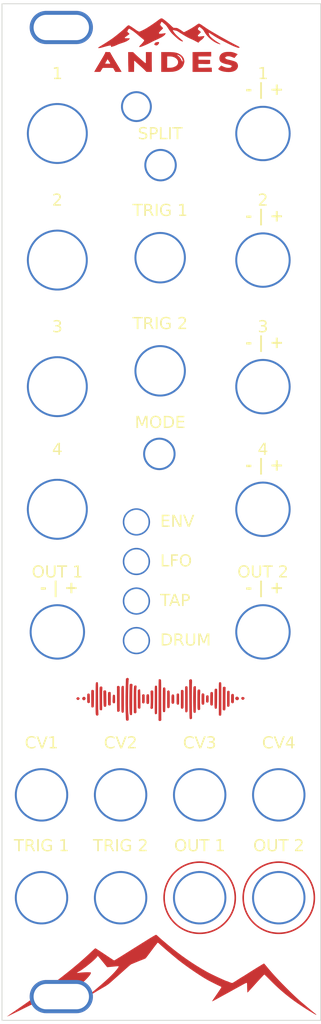
<source format=kicad_pcb>
(kicad_pcb (version 20240108) (generator "pcbnew") (generator_version "8.0")
  (layers (0 "F.Cu" signal) (31 "B.Cu" signal) (34 "B.Paste" user) (35 "F.Paste" user) (36 "B.SilkS" user "B.Silkscreen") (37 "F.SilkS" user "F.Silkscreen") (38 "B.Mask" user) (39 "F.Mask" user) (44 "Edge.Cuts" user))
  (net 0 "")
  (footprint "Library:knob_alu" (layer "F.Cu") (at 107 53.9)
    (property "Reference" "REF**" (hide yes))
    (property "Value" "knob_alu")
  )
  (footprint "Library:Nut_3DModel" (layer "F.Cu") (at 135 134.5)
    (property "Reference" "REF**" (hide yes))
    (property "Value" "Nut_3DModel")
  )
  (footprint "" (layer "F.Cu") (at 133 37.9)
    (property "Reference" "" (at 0 0 0) (layer "F.SilkS") (effects (font (size 1.5 1.5))))
    (property "Value" "")
    (pad "" thru_hole circle (at 0 0) (size 7 7) (drill 6.5) (layers "*.Cu" "*.Mask"))
  )
  (footprint "" (layer "F.Cu") (at 107 37.9)
    (property "Reference" "" (at 0 0 0) (layer "F.SilkS") (effects (font (size 1.5 1.5))))
    (property "Value" "")
    (pad "" thru_hole circle (at 0 0) (size 7.7 7.7) (drill 7.2) (layers "*.Cu" "*.Mask"))
  )
  (footprint "Library:knob_alu" (layer "F.Cu") (at 107 69.9)
    (property "Reference" "REF**" (hide yes))
    (property "Value" "knob_alu")
  )
  (footprint "" (layer "F.Cu") (at 105 121.5)
    (property "Reference" "" (at 0 0 0) (layer "F.SilkS") (effects (font (size 1.5 1.5))))
    (property "Value" "")
    (pad "" thru_hole circle (at 0 0) (size 6.75 6.75) (drill 6.25) (layers "*.Cu" "*.Mask"))
  )
  (footprint "Library:Nut_3DModel" (layer "F.Cu") (at 115 121.5)
    (property "Reference" "REF**" (hide yes))
    (property "Value" "Nut_3DModel")
  )
  (footprint "" (layer "F.Cu") (at 133 53.9)
    (property "Reference" "" (at 0 0 0) (layer "F.SilkS") (effects (font (size 1.5 1.5))))
    (property "Value" "")
    (pad "" thru_hole circle (at 0 0) (size 7 7) (drill 6.5) (layers "*.Cu" "*.Mask"))
  )
  (footprint "" (layer "F.Cu") (at 107 100.9)
    (property "Reference" "" (at 0 0 0) (layer "F.SilkS") (effects (font (size 1.5 1.5))))
    (property "Value" "")
    (pad "" thru_hole circle (at 0 0) (size 7 7) (drill 6.5) (layers "*.Cu" "*.Mask"))
  )
  (footprint "" (layer "F.Cu") (at 133 100.9)
    (property "Reference" "" (at 0 0 0) (layer "F.SilkS") (effects (font (size 1.5 1.5))))
    (property "Value" "")
    (pad "" thru_hole circle (at 0 0) (size 7 7) (drill 6.5) (layers "*.Cu" "*.Mask"))
  )
  (footprint "Library:Nut_3DModel" (layer "F.Cu") (at 115 134.5)
    (property "Reference" "REF**" (hide yes))
    (property "Value" "Nut_3DModel")
  )
  (footprint "" (layer "F.Cu") (at 133 85.4)
    (property "Reference" "" (at 0 0 0) (layer "F.SilkS") (effects (font (size 1.5 1.5))))
    (property "Value" "")
    (pad "" thru_hole circle (at 0 0) (size 7 7) (drill 6.5) (layers "*.Cu" "*.Mask"))
  )
  (footprint "Library:torx_m2.5" (layer "F.Cu") (at 123 34.5)
    (property "Reference" "REF**" (hide yes))
    (property "Value" "torx_m2.5")
  )
  (footprint "" (layer "F.Cu") (at 133 69.9)
    (property "Reference" "" (at 0 0 0) (layer "F.SilkS") (effects (font (size 1.5 1.5))))
    (property "Value" "")
    (pad "" thru_hole circle (at 0 0) (size 7 7) (drill 6.5) (layers "*.Cu" "*.Mask"))
  )
  (footprint "" (layer "F.Cu") (at 120 53.7)
    (property "Reference" "" (at 0 0 0) (layer "F.SilkS") (effects (font (size 1.5 1.5))))
    (property "Value" "")
    (pad "" thru_hole circle (at 0 -0.1) (size 6.5 6.5) (drill 6) (layers "*.Cu" "*.Mask"))
  )
  (footprint "" (layer "F.Cu") (at 117 97)
    (property "Reference" "" (at 0 0 0) (layer "F.SilkS") (effects (font (size 1.5 1.5))))
    (property "Value" "")
    (pad "" thru_hole circle (at 0 0) (size 3.45 3.45) (drill 3.05) (layers "*.Cu" "*.Mask"))
  )
  (footprint "Library:Nut_3DModel" (layer "F.Cu") (at 125 121.5)
    (property "Reference" "REF**" (hide yes))
    (property "Value" "Nut_3DModel")
  )
  (footprint "MountingHole:MountingHole_3.2mm_M3" (layer "F.Cu") (at 107.5 24.5)
    (property "Reference" "REF**" (hide yes))
    (property "Value" "MountingHole_3.2mm_M3" (hide yes))
    (pad "" thru_hole oval (at 0 0) (size 8 4.2) (drill oval 7 3.2) (layers "*.Cu" "*.Mask"))
  )
  (footprint "" (layer "F.Cu") (at 120.05 41.9)
    (property "Reference" "" (at 0 0 0) (layer "F.SilkS") (effects (font (size 1.5 1.5))))
    (property "Value" "")
    (pad "" thru_hole circle (at 0 0) (size 4.1 3.9) (drill 3.6) (layers "*.Cu" "*.Mask"))
  )
  (footprint "" (layer "F.Cu") (at 115 134.5)
    (property "Reference" "" (at 0 0 0) (layer "F.SilkS") (effects (font (size 1.5 1.5))))
    (property "Value" "")
    (pad "" thru_hole circle (at 0 0) (size 6.75 6.75) (drill 6.25) (layers "*.Cu" "*.Mask"))
  )
  (footprint "" (layer "F.Cu") (at 117 92)
    (property "Reference" "" (at 0 0 0) (layer "F.SilkS") (effects (font (size 1.5 1.5))))
    (property "Value" "")
    (pad "" thru_hole circle (at 0 0) (size 3.45 3.45) (drill 3.05) (layers "*.Cu" "*.Mask"))
  )
  (footprint "Library:Nut_3DModel" (layer "F.Cu") (at 125 134.5)
    (property "Reference" "REF**" (hide yes))
    (property "Value" "Nut_3DModel")
  )
  (footprint "" (layer "F.Cu") (at 117 34.5)
    (property "Reference" "" (at 0 0 0) (layer "F.SilkS") (effects (font (size 1.5 1.5))))
    (property "Value" "")
    (pad "" thru_hole circle (at 0 0) (size 3.9 3.9) (drill 3.4) (layers "*.Cu" "*.Mask"))
  )
  (footprint "" (layer "F.Cu") (at 135 134.5)
    (property "Reference" "" (at 0 0 0) (layer "F.SilkS") (effects (font (size 1.5 1.5))))
    (property "Value" "")
    (pad "" thru_hole circle (at 0 0) (size 6.75 6.75) (drill 6.25) (layers "*.Cu" "*.Mask"))
  )
  (footprint "Library:Nut_3DModel" (layer "F.Cu") (at 135 121.5)
    (property "Reference" "REF**" (hide yes))
    (property "Value" "Nut_3DModel")
  )
  (footprint "Library:Nut_3DModel" (layer "F.Cu") (at 105 134.5)
    (property "Reference" "REF**" (hide yes))
    (property "Value" "Nut_3DModel")
  )
  (footprint "Library:andes_8_frontpcb" (layer "F.Cu") (at 100 140.85)
    (property "Reference" "REF**" (hide yes))
    (property "Value" "andes_8_frontpcb")
  )
  (footprint "" (layer "F.Cu") (at 115 121.5)
    (property "Reference" "" (at 0 0 0) (layer "F.SilkS") (effects (font (size 1.5 1.5))))
    (property "Value" "")
    (pad "" thru_hole circle (at 0 0) (size 6.75 6.75) (drill 6.25) (layers "*.Cu" "*.Mask"))
  )
  (footprint "" (layer "F.Cu") (at 123 34.5)
    (property "Reference" "" (at 0 0 0) (layer "F.SilkS") (effects (font (size 1.5 1.5))))
    (property "Value" "")
    (pad "" np_thru_hole circle (at 0 0) (size 2.7 2.7) (drill 2.7) (layers "*.Cu" "*.Mask"))
  )
  (footprint "" (layer "F.Cu") (at 125 134.5)
    (property "Reference" "" (at 0 0 0) (layer "F.SilkS") (effects (font (size 1.5 1.5))))
    (property "Value" "")
    (pad "" thru_hole circle (at 0 0) (size 6.75 6.75) (drill 6.25) (layers "*.Cu" "*.Mask"))
  )
  (footprint "Library:andes_8_backpcb" (layer "F.Cu") (at 100 140.85)
    (property "Reference" "REF**" (hide yes))
    (property "Value" "andes_8_backpcb")
  )
  (footprint "" (layer "F.Cu") (at 107 85.4)
    (property "Reference" "" (at 0 0 0) (layer "F.SilkS") (effects (font (size 1.5 1.5))))
    (property "Value" "")
    (pad "" thru_hole circle (at 0 0) (size 7.7 7.7) (drill 7.2) (layers "*.Cu" "*.Mask"))
  )
  (footprint "MountingHole:MountingHole_3.2mm_M3" (layer "F.Cu") (at 107.5 147)
    (property "Reference" "REF**" (hide yes))
    (property "Value" "MountingHole_3.2mm_M3" (hide yes))
    (pad "" thru_hole oval (at 0 0) (size 8 4.2) (drill oval 7 3.2) (layers "*.Cu" "*.Mask"))
  )
  (footprint "" (layer "F.Cu") (at 107 85.4)
    (property "Reference" "" (at 0 0 0) (layer "F.SilkS") (effects (font (size 1.5 1.5))))
    (property "Value" "")
    (pad "" thru_hole circle (at 0 0) (size 7.7 7.7) (drill 7.2) (layers "*.Cu" "*.Mask"))
  )
  (footprint "" (layer "F.Cu") (at 107 53.9)
    (property "Reference" "" (at 0 0 0) (layer "F.SilkS") (effects (font (size 1.5 1.5))))
    (property "Value" "")
    (pad "" thru_hole circle (at 0 0) (size 7.7 7.7) (drill 7.2) (layers "*.Cu" "*.Mask"))
  )
  (footprint "Library:knob_alu" (layer "F.Cu") (at 107 37.9)
    (property "Reference" "REF**" (hide yes))
    (property "Value" "knob_alu")
  )
  (footprint "" (layer "F.Cu") (at 105 134.5)
    (property "Reference" "" (at 0 0 0) (layer "F.SilkS") (effects (font (size 1.5 1.5))))
    (property "Value" "")
    (pad "" thru_hole circle (at 0 0) (size 6.75 6.75) (drill 6.25) (layers "*.Cu" "*.Mask"))
  )
  (footprint "" (layer "F.Cu") (at 119.9 78.4)
    (property "Reference" "" (at 0 0 0) (layer "F.SilkS") (effects (font (size 1.5 1.5))))
    (property "Value" "")
    (pad "" thru_hole circle (at 0 0) (size 4.1 3.9) (drill 3.6) (layers "*.Cu" "*.Mask"))
  )
  (footprint "Library:Nut_3DModel" (layer "F.Cu") (at 105 121.5)
    (property "Reference" "REF**" (hide yes))
    (property "Value" "Nut_3DModel")
  )
  (footprint "Library:knob_alu" (layer "F.Cu") (at 107 85.4)
    (property "Reference" "REF**" (hide yes))
    (property "Value" "knob_alu")
  )
  (footprint "" (layer "F.Cu") (at 125 121.5)
    (property "Reference" "" (at 0 0 0) (layer "F.SilkS") (effects (font (size 1.5 1.5))))
    (property "Value" "")
    (pad "" thru_hole circle (at 0 0) (size 6.75 6.75) (drill 6.25) (layers "*.Cu" "*.Mask"))
  )
  (footprint "" (layer "F.Cu") (at 117 102)
    (property "Reference" "" (at 0 0 0) (layer "F.SilkS") (effects (font (size 1.5 1.5))))
    (property "Value" "")
    (pad "" thru_hole circle (at 0 0) (size 3.45 3.45) (drill 3.05) (layers "*.Cu" "*.Mask"))
  )
  (footprint "" (layer "F.Cu") (at 120 67.9)
    (property "Reference" "" (at 0 0 0) (layer "F.SilkS") (effects (font (size 1.5 1.5))))
    (property "Value" "")
    (pad "" thru_hole circle (at 0 0) (size 6.5 6.5) (drill 6) (layers "*.Cu" "*.Mask"))
  )
  (footprint "" (layer "F.Cu") (at 117 87)
    (property "Reference" "" (at 0 0 0) (layer "F.SilkS") (effects (font (size 1.5 1.5))))
    (property "Value" "")
    (pad "" thru_hole circle (at 0 0) (size 3.45 3.45) (drill 3.05) (layers "*.Cu" "*.Mask"))
  )
  (footprint "" (layer "F.Cu") (at 107 69.9)
    (property "Reference" "" (at 0 0 0) (layer "F.SilkS") (effects (font (size 1.5 1.5))))
    (property "Value" "")
    (pad "" thru_hole circle (at 0 0) (size 7.7 7.7) (drill 7.2) (layers "*.Cu" "*.Mask"))
  )
  (footprint "" (layer "F.Cu") (at 135 121.5)
    (property "Reference" "" (at 0 0 0) (layer "F.SilkS") (effects (font (size 1.5 1.5))))
    (property "Value" "")
    (pad "" thru_hole circle (at 0 0) (size 6.75 6.75) (drill 6.25) (layers "*.Cu" "*.Mask"))
  )
  (gr_poly (pts (xy 124.898655 108.177247) (xy 124.91232 108.177832) (xy 124.927101 108.178857) (xy 124.953676 108.181381) (xy 124.977132 108.185139) (xy 124.997618 108.19059) (xy 125.015281 108.198195) (xy 125.023101 108.20295) (xy 125.030271 108.208415) (xy 125.036809 108.21465) (xy 125.042734 108.22171) (xy 125.048064 108.229655) (xy 125.052819 108.238541) (xy 125.057016 108.248426) (xy 125.060674 108.259368) (xy 125.066447 108.284652) (xy 125.070287 108.314852) (xy 125.072342 108.35043) (xy 125.072759 108.391846) (xy 125.071686 108.439561) (xy 125.069273 108.494034) (xy 125.061015 108.6251) (xy 125.056286 108.708663) (xy 125.052389 108.820846) (xy 125.047351 109.111186) (xy 125.046411 109.456344) (xy 125.050084 109.816546) (xy 125.063748 110.680454) (xy 125.000891 110.739807) (xy 124.990587 110.749139) (xy 124.981109 110.757376) (xy 124.972319 110.764556) (xy 124.964081 110.77072) (xy 124.95626 110.775904) (xy 124.952463 110.778141) (xy 124.948719 110.780148) (xy 124.945011 110.78193) (xy 124.941322 110.78349) (xy 124.937635 110.784836) (xy 124.933933 110.78597) (xy 124.930199 110.786898) (xy 124.926416 110.787625) (xy 124.922567 110.788155) (xy 124.918635 110.788494) (xy 124.914603 110.788647) (xy 124.910453 110.788617) (xy 124.901735 110.788031) (xy 124.892345 110.786775) (xy 124.882146 110.784888) (xy 124.871002 110.782408) (xy 124.858777 110.779375) (xy 124.810064 110.763292) (xy 124.790355 110.752027) (xy 124.773457 110.736029) (xy 124.759153 110.713358) (xy 124.747227 110.682077) (xy 124.737463 110.640247) (xy 124.729644 110.58593) (xy 124.723555 110.517187) (xy 124.718979 110.432079) (xy 124.713503 110.205016) (xy 124.711197 109.469224) (xy 124.711309 109.083257) (xy 124.711575 108.926459) (xy 124.712093 108.791445) (xy 124.712948 108.67646) (xy 124.713528 108.62593) (xy 124.714223 108.579749) (xy 124.715045 108.537697) (xy 124.716003 108.499556) (xy 124.717108 108.465107) (xy 124.718371 108.434128) (xy 124.719801 108.406402) (xy 124.721411 108.381709) (xy 124.72321 108.35983) (xy 124.725208 108.340544) (xy 124.727417 108.323634) (xy 124.729846 108.308878) (xy 124.731147 108.302241) (xy 124.732506 108.296059) (xy 124.733927 108.290307) (xy 124.735409 108.284957) (xy 124.736954 108.279981) (xy 124.738563 108.275352) (xy 124.740238 108.271042) (xy 124.74198 108.267025) (xy 124.74379 108.263272) (xy 124.74567 108.259756) (xy 124.747621 108.256451) (xy 124.749644 108.253327) (xy 124.753913 108.247518) (xy 124.758486 108.242109) (xy 124.763374 108.236881) (xy 124.768588 108.231615) (xy 124.777124 108.222981) (xy 124.785376 108.215193) (xy 124.793443 108.208223) (xy 124.801427 108.202042) (xy 124.809426 108.196621) (xy 124.817542 108.191931) (xy 124.825873 108.187943) (xy 124.834521 108.184628) (xy 124.843585 108.181957) (xy 124.853166 108.179901) (xy 124.863363 108.178431) (xy 124.874277 108.177518) (xy 124.886008 108.177133)) (stroke (width -0.000001)) (fill solid) (layer "F.Cu"))
  (gr_poly (pts (xy 128.771536 27.584898) (xy 128.902617 27.590561) (xy 128.963907 27.59522) (xy 129.021206 27.601119) (xy 129.073646 27.608273) (xy 129.120356 27.6167) (xy 129.152933 27.623905) (xy 129.188813 27.633019) (xy 129.26832 27.656165) (xy 129.354552 27.684515) (xy 129.443187 27.716445) (xy 129.5299 27.750333) (xy 129.610368 27.784556) (xy 129.680267 27.817491) (xy 129.709902 27.832968) (xy 129.735273 27.847515) (xy 129.800864 27.887084) (xy 129.688813 28.005788) (xy 129.665246 28.031193) (xy 129.640174 28.058993) (xy 129.614398 28.088287) (xy 129.588717 28.118173) (xy 129.563933 28.147751) (xy 129.540847 28.176117) (xy 129.520259 28.202372) (xy 129.50297 28.225612) (xy 129.495259 28.236629) (xy 129.487533 28.247389) (xy 129.479839 28.257839) (xy 129.472224 28.267928) (xy 129.464738 28.277606) (xy 129.457428 28.286819) (xy 129.450342 28.295518) (xy 129.443529 28.30365) (xy 129.437036 28.311163) (xy 129.430911 28.318007) (xy 129.425202 28.32413) (xy 129.419957 28.329479) (xy 129.415226 28.334005) (xy 129.411054 28.337654) (xy 129.407491 28.340376) (xy 129.405953 28.341373) (xy 129.404584 28.342119) (xy 129.401498 28.342898) (xy 129.396418 28.342789) (xy 129.389464 28.341829) (xy 129.380756 28.340058) (xy 129.358562 28.334236) (xy 129.330795 28.325632) (xy 129.298416 28.314555) (xy 129.262386 28.301314) (xy 129.223665 28.286218) (xy 129.183216 28.269577) (xy 129.122276 28.244075) (xy 129.062474 28.22116) (xy 129.003857 28.200839) (xy 128.946472 28.183124) (xy 128.890369 28.168024) (xy 128.835595 28.155548) (xy 128.782198 28.145706) (xy 128.730226 28.138507) (xy 128.679728 28.133962) (xy 128.630751 28.13208) (xy 128.583343 28.13287) (xy 128.537552 28.136343) (xy 128.493427 28.142508) (xy 128.451016 28.151375) (xy 128.410365 28.162952) (xy 128.371525 28.177251) (xy 128.356816 28.183298) (xy 128.342924 28.189487) (xy 128.329848 28.195816) (xy 128.317587 28.202286) (xy 128.30614 28.208896) (xy 128.295508 28.215646) (xy 128.285689 28.222535) (xy 128.276683 28.229562) (xy 128.26849 28.236729) (xy 128.261109 28.244033) (xy 128.25454 28.251475) (xy 128.248782 28.259054) (xy 128.243835 28.26677) (xy 128.239698 28.274623) (xy 128.236371 28.282611) (xy 128.233853 28.290735) (xy 128.232143 28.298995) (xy 128.231242 28.307389) (xy 128.231148 28.315918) (xy 128.231861 28.32458) (xy 128.233382 28.333377) (xy 128.235708 28.342306) (xy 128.23884 28.351369) (xy 128.242777 28.360564) (xy 128.247519 28.369891) (xy 128.253065 28.379349) (xy 128.259415 28.388939) (xy 128.266568 28.398659) (xy 128.274524 28.40851) (xy 128.283282 28.418491) (xy 128.292841 28.428602) (xy 128.303202 28.438842) (xy 128.313635 28.448459) (xy 128.324537 28.457565) (xy 128.336056 28.466214) (xy 128.348339 28.47446) (xy 128.361534 28.482358) (xy 128.375791 28.489963) (xy 128.391257 28.49733) (xy 128.408079 28.504514) (xy 128.426407 28.511568) (xy 128.446389 28.518549) (xy 128.468172 28.52551) (xy 128.491904 28.532507) (xy 128.545811 28.546826) (xy 128.609293 28.561943) (xy 128.777485 28.601936) (xy 128.928179 28.639019) (xy 129.062451 28.673731) (xy 129.181378 28.706615) (xy 129.235423 28.722539) (xy 129.286037 28.73821) (xy 129.333352 28.753694) (xy 129.377504 28.769058) (xy 129.418628 28.784371) (xy 129.456858 28.799701) (xy 129.492329 28.815114) (xy 129.525175 28.830678) (xy 129.555531 28.846461) (xy 129.583531 28.862531) (xy 129.609311 28.878955) (xy 129.633004 28.895801) (xy 129.654746 28.913136) (xy 129.67467 28.931028) (xy 129.692913 28.949545) (xy 129.709607 28.968755) (xy 129.724888 28.988724) (xy 129.738891 29.009521) (xy 129.75175 29.031213) (xy 129.763599 29.053868) (xy 129.774574 29.077553) (xy 129.784808 29.102336) (xy 129.794437 29.128285) (xy 129.803596 29.155468) (xy 129.812722 29.185586) (xy 129.820628 29.214236) (xy 129.827309 29.241598) (xy 129.832761 29.267853) (xy 129.83698 29.29318) (xy 129.839962 29.31776) (xy 129.841703 29.341773) (xy 129.842198 29.3654) (xy 129.841445 29.38882) (xy 129.839439 29.412215) (xy 129.836176 29.435765) (xy 129.831651 29.459649) (xy 129.825862 29.484049) (xy 129.818804 29.509144) (xy 129.810473 29.535115) (xy 129.800864 29.562142) (xy 129.769775 29.635117) (xy 129.731889 29.703173) (xy 129.687261 29.766282) (xy 129.635947 29.824419) (xy 129.578003 29.877559) (xy 129.513486 29.925676) (xy 129.442452 29.968743) (xy 129.364956 30.006736) (xy 129.281055 30.039628) (xy 129.190804 30.067393) (xy 129.094261 30.090007) (xy 128.99148 30.107442) (xy 128.882517 30.119674) (xy 128.76743 30.126677) (xy 128.646274 30.128424) (xy 128.519105 30.124891) (xy 128.433933 30.120234) (xy 128.350675 30.113707) (xy 128.269451 30.105344) (xy 128.190381 30.095181) (xy 128.113585 30.083253) (xy 128.039182 30.069596) (xy 127.967294 30.054245) (xy 127.89804 30.037236) (xy 127.83154 30.018604) (xy 127.767915 29.998385) (xy 127.707284 29.976614) (xy 127.649768 29.953325) (xy 127.595486 29.928556) (xy 127.544559 29.902341) (xy 127.497107 29.874715) (xy 127.453251 29.845715) (xy 127.443619 29.838588) (xy 127.434232 29.831259) (xy 127.425141 29.823781) (xy 127.416399 29.81621) (xy 127.408056 29.8086) (xy 127.400166 29.801007) (xy 127.392781 29.793484) (xy 127.385951 29.786087) (xy 127.379731 29.778871) (xy 127.374171 29.771889) (xy 127.369323 29.765197) (xy 127.36524 29.75885) (xy 127.361974 29.752902) (xy 127.360664 29.750095) (xy 127.359577 29.747408) (xy 127.35872 29.744848) (xy 127.3581 29.742423) (xy 127.357723 29.740138) (xy 127.357596 29.738001) (xy 127.359172 29.729967) (xy 127.363799 29.719174) (xy 127.371324 29.705799) (xy 127.381595 29.690018) (xy 127.394461 29.672008) (xy 127.409768 29.651948) (xy 127.447101 29.606382) (xy 127.492376 29.554736) (xy 127.544377 29.498428) (xy 127.601887 29.438873) (xy 127.663688 29.37749) (xy 127.729279 29.313741) (xy 127.912388 29.408265) (xy 127.964791 29.433743) (xy 128.016475 29.457421) (xy 128.067485 29.479302) (xy 128.117872 29.499389) (xy 128.167682 29.517686) (xy 128.216963 29.534196) (xy 128.265764 29.548922) (xy 128.314132 29.561868) (xy 128.362117 29.573035) (xy 128.409765 29.582429) (xy 128.457125 29.590051) (xy 128.504244 29.595906) (xy 128.551172 29.599996) (xy 128.597955 29.602324) (xy 128.644642 29.602895) (xy 128.691282 29.60171) (xy 128.724708 29.600459) (xy 128.754492 29.599121) (xy 128.780961 29.597609) (xy 128.804443 29.595837) (xy 128.825268 29.593716) (xy 128.834785 29.592499) (xy 128.843762 29.591161) (xy 128.852238 29.589694) (xy 128.860254 29.588085) (xy 128.867853 29.586323) (xy 128.875073 29.584399) (xy 128.881958 29.582301) (xy 128.888547 29.580018) (xy 128.894883 29.57754) (xy 128.901004 29.574855) (xy 128.906954 29.571953) (xy 128.912773 29.568822) (xy 128.918502 29.565453) (xy 128.924181 29.561833) (xy 128.929853 29.557953) (xy 128.935557 29.5538) (xy 128.947229 29.544638) (xy 128.959526 29.534258) (xy 128.972776 29.522574) (xy 128.980872 29.514985) (xy 128.988736 29.5071) (xy 128.996328 29.498983) (xy 129.003608 29.490699) (xy 129.010535 29.482312) (xy 129.01707 29.473886) (xy 129.023173 29.465486) (xy 129.028803 29.457176) (xy 129.03392 29.449021) (xy 129.038486 29.441084) (xy 129.042458 29.433431) (xy 129.045798 29.426126) (xy 129.048466 29.419233) (xy 129.050421 29.412816) (xy 129.051623 29.406941) (xy 129.05193 29.404226) (xy 129.052033 29.401671) (xy 129.050572 29.38255) (xy 129.045852 29.364627) (xy 129.037369 29.347709) (xy 129.024618 29.331602) (xy 129.007095 29.316113) (xy 128.984296 29.30105) (xy 128.955716 29.286218) (xy 128.920851 29.271425) (xy 128.879196 29.256477) (xy 128.830247 29.241182) (xy 128.773499 29.225346) (xy 128.708448 29.208775) (xy 128.551421 29.172659) (xy 128.355128 29.131287) (xy 128.308362 29.121174) (xy 128.259639 29.109116) (xy 128.209499 29.095332) (xy 128.158482 29.080041) (xy 128.107129 29.063462) (xy 128.05598 29.045813) (xy 128.005576 29.027315) (xy 127.956457 29.008186) (xy 127.909163 28.988644) (xy 127.864236 28.968909) (xy 127.822214 28.9492) (xy 127.78364 28.929736) (xy 127.749053 28.910735) (xy 127.718993 28.892418) (xy 127.694002 28.875001) (xy 127.674619 28.858706) (xy 127.656629 28.840257) (xy 127.639559 28.820805) (xy 127.623414 28.800404) (xy 127.608201 28.779105) (xy 127.580599 28.734031) (xy 127.556804 28.686006) (xy 127.536868 28.635458) (xy 127.520843 28.582809) (xy 127.508782 28.528487) (xy 127.500736 28.472914) (xy 127.496757 28.416518) (xy 127.496898 28.359722) (xy 127.50121 28.302952) (xy 127.509746 28.246633) (xy 127.522557 28.191189) (xy 127.539696 28.137047) (xy 127.561215 28.08463) (xy 127.587165 28.034365) (xy 127.610337 27.995479) (xy 127.634827 27.958732) (xy 127.660733 27.924045) (xy 127.688157 27.891342) (xy 127.717198 27.860545) (xy 127.747957 27.831577) (xy 127.780533 27.804361) (xy 127.815027 27.77882) (xy 127.851538 27.754875) (xy 127.890167 27.732451) (xy 127.931014 27.711469) (xy 127.974179 27.691852) (xy 128.019762 27.673524) (xy 128.067863 27.656406) (xy 128.118582 27.640422) (xy 128.172019 27.625493) (xy 128.213445 27.616531) (xy 128.261305 27.608616) (xy 128.314729 27.601763) (xy 128.372849 27.595989) (xy 128.499703 27.587741) (xy 128.634915 27.584001)) (stroke (width -0.000001)) (fill solid) (layer "F.Cu"))
  (gr_poly (pts (xy 119.5 139.185335) (xy 119.505964 139.188529) (xy 119.512719 139.192524) (xy 119.528296 139.202659) (xy 119.546125 139.215219) (xy 119.565599 139.229685) (xy 119.586114 139.245536) (xy 119.607061 139.262254) (xy 119.627836 139.279319) (xy 119.647832 139.296211) (xy 119.698938 139.341196) (xy 119.768409 139.403852) (xy 119.846889 139.475517) (xy 119.925023 139.547529) (xy 120.05842 139.666489) (xy 120.196667 139.786835) (xy 120.812028 140.308875) (xy 121.437738 140.826215) (xy 122.063189 141.320211) (xy 122.690199 141.792118) (xy 123.320587 142.243193) (xy 123.956173 142.674691) (xy 124.598775 143.087869) (xy 125.250213 143.483982) (xy 125.912305 143.864288) (xy 126.195947 144.014266) (xy 126.558502 144.195817) (xy 126.965927 144.393048) (xy 127.384179 144.590061) (xy 127.779216 144.770963) (xy 128.116997 144.919858) (xy 128.363479 145.020852) (xy 128.441844 145.048418) (xy 128.484619 145.058049) (xy 128.488379 145.058219) (xy 128.492698 145.05872) (xy 128.497525 145.059535) (xy 128.502812 145.060647) (xy 128.508511 145.062041) (xy 128.514572 145.0637) (xy 128.527588 145.067749) (xy 128.541469 145.072665) (xy 128.555827 145.078317) (xy 128.57027 145.084575) (xy 128.584409 145.091311) (xy 128.608448 145.103781) (xy 128.637095 145.117448) (xy 128.705157 145.147268) (xy 128.782488 145.17856) (xy 128.862981 145.209115) (xy 128.940529 145.236726) (xy 129.009025 145.259183) (xy 129.03797 145.267788) (xy 129.062362 145.274276) (xy 129.081437 145.278372) (xy 129.094433 145.279799) (xy 129.107259 145.278342) (xy 129.123756 145.273865) (xy 129.168929 145.255198) (xy 129.232293 145.222498) (xy 129.316186 145.174467) (xy 129.422947 145.109804) (xy 129.554915 145.02721) (xy 129.903827 144.803033) (xy 130.066968 144.699261) (xy 130.208283 144.610387) (xy 130.312866 144.545767) (xy 130.346725 144.525476) (xy 130.365811 144.514756) (xy 130.410276 144.489578) (xy 130.491469 144.440839) (xy 130.59761 144.375469) (xy 130.716916 144.300396) (xy 131.507253 143.797934) (xy 132.285808 143.313142) (xy 132.88419 142.94962) (xy 133.063192 142.84571) (xy 133.113437 142.818883) (xy 133.134003 142.810967) (xy 133.137964 142.813758) (xy 133.14421 142.819261) (xy 133.162994 142.83782) (xy 133.189226 142.865474) (xy 133.221782 142.901053) (xy 133.259535 142.94339) (xy 133.301358 142.991313) (xy 133.346126 143.043654) (xy 133.392712 143.099244) (xy 133.680348 143.445391) (xy 133.95512 143.768713) (xy 134.224607 144.07757) (xy 134.49639 144.380319) (xy 134.778047 144.685321) (xy 135.077158 145.000934) (xy 135.401302 145.335517) (xy 135.75806 145.697429) (xy 136.055548 145.996519) (xy 136.352169 146.289805) (xy 136.64394 146.573563) (xy 136.926876 146.844068) (xy 137.196991 147.097595) (xy 137.450301 147.330419) (xy 137.682823 147.538817) (xy 137.89057 147.719063) (xy 138.813147 148.493805) (xy 139.306829 148.904564) (xy 139.605435 149.149355) (xy 139.643466 149.180879) (xy 139.675796 149.208901) (xy 139.702441 149.233382) (xy 139.723418 149.254284) (xy 139.738743 149.27157) (xy 139.74429 149.278845) (xy 139.748431 149.285201) (xy 139.751167 149.290635) (xy 139.7525 149.29514) (xy 139.752432 149.298713) (xy 139.750965 149.301349) (xy 139.748102 149.303043) (xy 139.743844 149.30379) (xy 139.738193 149.303585) (xy 139.731151 149.302425) (xy 139.712904 149.297216) (xy 139.689118 149.288125) (xy 139.65981 149.275115) (xy 139.624996 149.258147) (xy 139.584693 149.237184) (xy 139.538916 149.212187) (xy 139.213565 149.024167) (xy 138.852872 148.806393) (xy 138.469312 148.566877) (xy 138.075357 148.313632) (xy 137.683481 148.054669) (xy 137.306157 147.798002) (xy 136.955858 147.551643) (xy 136.645059 147.323604) (xy 136.273871 147.039327) (xy 135.924252 146.762413) (xy 135.590398 146.48775) (xy 135.266506 146.210229) (xy 134.946772 145.924739) (xy 134.625392 145.626169) (xy 134.296562 145.309408) (xy 133.95448 144.969346) (xy 133.803793 144.816726) (xy 133.661638 144.674198) (xy 133.531349 144.544922) (xy 133.416263 144.432062) (xy 133.319715 144.338777) (xy 133.24504 144.268231) (xy 133.195574 144.223585) (xy 133.181336 144.211963) (xy 133.174652 144.208001) (xy 133.162395 144.21622) (xy 133.136018 144.240144) (xy 133.045065 144.330715) (xy 132.739463 144.651965) (xy 132.324372 145.101416) (xy 131.866318 145.60873) (xy 131.622391 145.876679) (xy 131.479638 146.032828) (xy 131.345203 146.17789) (xy 131.042145 146.503126) (xy 131.019961 146.251808) (xy 131.014608 146.194378) (xy 131.009686 146.12638) (xy 131.001488 145.969075) (xy 130.996061 145.800683) (xy 130.994098 145.641993) (xy 130.993927 145.603123) (xy 130.99342 145.565606) (xy 130.992589 145.529584) (xy 130.991444 145.495197) (xy 130.989996 145.462586) (xy 130.988255 145.431891) (xy 130.986234 145.403253) (xy 130.983941 145.376814) (xy 130.981389 145.352713) (xy 130.978587 145.331092) (xy 130.975547 145.312091) (xy 130.972279 145.295851) (xy 130.968795 145.282513) (xy 130.965104 145.272218) (xy 130.963185 145.268255) (xy 130.961218 145.265106) (xy 130.959205 145.262788) (xy 130.957147 145.261318) (xy 130.950694 145.25987) (xy 130.939818 145.260993) (xy 130.924773 145.264574) (xy 130.905813 145.2705) (xy 130.857168 145.288929) (xy 130.79592 145.31537) (xy 130.724103 145.348914) (xy 130.643754 145.388652) (xy 130.556909 145.433674) (xy 130.465604 145.48307) (xy 130.028566 145.725148) (xy 129.608163 145.95614) (xy 129.28339 146.134464) (xy 129.154439 146.205609) (xy 129.072263 146.251808) (xy 128.785838 146.411192) (xy 128.388531 146.628784) (xy 127.743605 146.981277) (xy 127.009979 147.386435) (xy 126.925906 147.43202) (xy 126.846727 147.473923) (xy 126.774217 147.511235) (xy 126.710153 147.543047) (xy 126.65631 147.568448) (xy 126.633777 147.578461) (xy 126.614464 147.586531) (xy 126.598595 147.592543) (xy 126.586392 147.596384) (xy 126.578075 147.59794) (xy 126.575444 147.597826) (xy 126.573868 147.597098) (xy 126.57314 147.595976) (xy 126.573026 147.59401) (xy 126.574576 147.587635) (xy 126.5784 147.578152) (xy 126.584379 147.565741) (xy 126.602324 147.532847) (xy 126.627459 147.49038) (xy 126.65883 147.439772) (xy 126.695486 147.38245) (xy 126.736472 147.319844) (xy 126.780838 147.253384) (xy 127.029046 146.893724) (xy 127.235025 146.593617) (xy 127.401591 146.348861) (xy 127.531559 146.155254) (xy 127.627745 146.008597) (xy 127.664049 145.951561) (xy 127.692964 145.904687) (xy 127.71484 145.86745) (xy 127.73003 145.839324) (xy 127.738886 145.819784) (xy 127.741049 145.81307) (xy 127.74176 145.808306) (xy 127.741556 145.806142) (xy 127.740951 145.803812) (xy 127.738577 145.798691) (xy 127.73472 145.793006) (xy 127.72946 145.786824) (xy 127.722879 145.780208) (xy 127.715059 145.773225) (xy 127.70608 145.765938) (xy 127.696024 145.758412) (xy 127.684972 145.750714) (xy 127.673005 145.742907) (xy 127.660204 145.735057) (xy 127.64665 145.727229) (xy 127.632426 145.719487) (xy 127.617611 145.711896) (xy 127.602287 145.704522) (xy 127.586536 145.69743) (xy 127.462939 145.642144) (xy 127.270653 145.550347) (xy 126.769749 145.302436) (xy 126.263302 145.04413) (xy 126.064087 144.93934) (xy 125.930792 144.865863) (xy 125.467546 144.590081) (xy 124.944748 144.258992) (xy 124.386349 143.889356) (xy 123.8163 143.497935) (xy 123.258551 143.10149) (xy 122.737053 142.716782) (xy 122.275757 142.360572) (xy 121.898614 142.049622) (xy 121.719365 141.898554) (xy 121.598211 141.797554) (xy 121.473592 141.69482) (xy 121.05596 141.345447) (xy 120.607836 140.962117) (xy 120.20545 140.610664) (xy 120.045229 140.467464) (xy 119.925029 140.356921) (xy 119.906296 140.339093) (xy 119.887601 140.321709) (xy 119.869069 140.304867) (xy 119.850823 140.288663) (xy 119.832989 140.273196) (xy 119.815691 140.258562) (xy 119.799053 140.24486) (xy 119.7832 140.232186) (xy 119.768257 140.220638) (xy 119.754348 140.210314) (xy 119.741597 140.201311) (xy 119.730129 140.193726) (xy 119.720069 140.187657) (xy 119.711542 140.183202) (xy 119.70467 140.180457) (xy 119.701895 140.179756) (xy 119.69958 140.17952) (xy 119.692455 140.184463) (xy 119.678264 140.198967) (xy 119.630225 140.254708) (xy 119.46628 140.459481) (xy 119.232344 140.762656) (xy 118.953015 141.13305) (xy 118.673806 141.508526) (xy 118.435133 141.825099) (xy 118.338903 141.950686) (xy 118.262294 142.048814) (xy 118.208466 142.115239) (xy 118.191084 142.135236) (xy 118.180583 142.145715) (xy 118.172979 142.152158) (xy 118.164097 142.158975) (xy 118.154045 142.166106) (xy 118.142932 142.173491) (xy 118.117957 142.188787) (xy 118.090036 142.204386) (xy 118.060036 142.219812) (xy 118.028823 142.234588) (xy 117.997264 142.248238) (xy 117.966225 142.260286) (xy 117.618525 142.394088) (xy 117.155446 142.579516) (xy 116.740181 142.750392) (xy 116.601478 142.809691) (xy 116.535927 142.840535) (xy 116.521606 142.847429) (xy 116.50659 142.854107) (xy 116.491227 142.860352) (xy 116.483524 142.863244) (xy 116.475864 142.865946) (xy 116.46829 142.868432) (xy 116.460848 142.870675) (xy 116.453578 142.872647) (xy 116.446526 142.87432) (xy 116.439735 142.875669) (xy 116.433247 142.876667) (xy 116.427107 142.877285) (xy 116.421358 142.877497) (xy 116.406446 142.88075) (xy 116.385042 142.890699) (xy 116.321398 142.931837) (xy 116.227695 143.003206) (xy 116.101206 143.107102) (xy 115.939201 143.245819) (xy 115.738954 143.421653) (xy 115.212814 143.893857) (xy 115.08548 144.009121) (xy 114.917607 144.159034) (xy 114.547562 144.485193) (xy 114.364673 144.645617) (xy 114.17936 144.809505) (xy 114.012757 144.958147) (xy 113.886 145.072834) (xy 113.737314 145.203193) (xy 113.605693 145.314624) (xy 113.484639 145.411763) (xy 113.426045 145.456421) (xy 113.367656 145.499244) (xy 113.308662 145.54081) (xy 113.248248 145.5817) (xy 113.119919 145.663767) (xy 112.97617 145.750078) (xy 112.810506 145.845268) (xy 112.540884 146.000032) (xy 112.103215 146.257356) (xy 111.188026 146.802494) (xy 111.103463 146.853448) (xy 111.02293 146.900374) (xy 110.948374 146.942361) (xy 110.881743 146.978502) (xy 110.824986 147.007888) (xy 110.78005 147.029608) (xy 110.762625 147.037311) (xy 110.748885 147.042756) (xy 110.739075 147.04583) (xy 110.735719 147.046443) (xy 110.733437 147.04642) (xy 110.73224 147.045018) (xy 110.732778 147.042224) (xy 110.738902 147.032604) (xy 110.770222 146.998259) (xy 110.824845 146.945723) (xy 110.900213 146.877335) (xy 110.993772 146.795434) (xy 111.102966 146.70236) (xy 111.225239 146.600449) (xy 111.358037 146.492042) (xy 111.973722 145.980159) (xy 112.522751 145.512583) (xy 113.008114 145.086499) (xy 113.432798 144.699091) (xy 113.623319 144.519011) (xy 113.799792 144.347544) (xy 113.962589 144.184339) (xy 114.112085 144.029044) (xy 114.248652 143.881306) (xy 114.372664 143.740775) (xy 114.484495 143.607097) (xy 114.584518 143.479921) (xy 114.61974 143.432985) (xy 114.650597 143.390462) (xy 114.664406 143.3708) (xy 114.677145 143.352173) (xy 114.68882 143.33456) (xy 114.699438 143.317938) (xy 114.709005 143.302286) (xy 114.717529 143.28758) (xy 114.725016 143.273799) (xy 114.731473 143.26092) (xy 114.736907 143.24892) (xy 114.741325 143.237778) (xy 114.744733 143.227471) (xy 114.747138 143.217977) (xy 114.748546 143.209273) (xy 114.748966 143.201338) (xy 114.748402 143.194148) (xy 114.746863 143.187681) (xy 114.74573 143.184712) (xy 114.744355 143.181916) (xy 114.74274 143.179289) (xy 114.740885 143.176829) (xy 114.738791 143.174533) (xy 114.736459 143.172399) (xy 114.731084 143.168603) (xy 114.724767 143.165419) (xy 114.717515 143.162824) (xy 114.709335 143.160796) (xy 114.700233 143.159313) (xy 114.690215 143.158352) (xy 114.67929 143.157892) (xy 114.667464 143.157909) (xy 114.654742 143.158382) (xy 114.432818 143.177265) (xy 114.085119 143.209662) (xy 113.490546 143.269257) (xy 113.302058 143.291433) (xy 112.840076 142.725968) (xy 112.649915 142.49284) (xy 112.474652 142.280155) (xy 112.333344 142.111128) (xy 112.281377 142.05024) (xy 112.245046 142.008972) (xy 112.115691 141.861138) (xy 112.030688 141.972014) (xy 111.953973 142.0653) (xy 111.852154 142.174318) (xy 111.728539 142.296438) (xy 111.586435 142.429029) (xy 111.259994 142.715097) (xy 110.899294 143.011473) (xy 110.530798 143.297107) (xy 110.180969 143.550952) (xy 110.021324 143.659375) (xy 109.87627 143.751957) (xy 109.749113 143.826068) (xy 109.643162 143.879075) (xy 109.630323 143.884753) (xy 109.618142 143.890678) (xy 109.606631 143.896814) (xy 109.595797 143.903126) (xy 109.585651 143.909579) (xy 109.576201 143.916137) (xy 109.567459 143.922766) (xy 109.559432 143.92943) (xy 109.55213 143.936094) (xy 109.545564 143.942723) (xy 109.539742 143.949281) (xy 109.534674 143.955734) (xy 109.530369 143.962046) (xy 109.526837 143.968182) (xy 109.524087 143.974107) (xy 109.522129 143.979786) (xy 109.520972 143.985183) (xy 109.520626 143.990263) (xy 109.5211 143.994992) (xy 109.522404 143.999333) (xy 109.524546 144.003252) (xy 109.527538 144.006714) (xy 109.531387 144.009683) (xy 109.536104 144.012124) (xy 109.541699 144.014003) (xy 109.548179 144.015283) (xy 109.555556 144.015929) (xy 109.563838 144.015907) (xy 109.573035 144.015181) (xy 109.583156 144.013717) (xy 109.594212 144.011478) (xy 109.60621 144.008429) (xy 109.642139 144.000003) (xy 109.69198 143.99143) (xy 109.826692 143.974301) (xy 109.996918 143.957952) (xy 110.189232 143.943291) (xy 110.390209 143.931229) (xy 110.586421 143.922675) (xy 110.764443 143.918538) (xy 110.910848 143.919729) (xy 111.239777 143.930814) (xy 111.232417 144.034298) (xy 111.227605 144.064536) (xy 111.217309 144.098449) (xy 111.201502 144.136076) (xy 111.180156 144.177455) (xy 111.153245 144.222623) (xy 111.120741 144.27162) (xy 111.082617 144.324481) (xy 111.038847 144.381246) (xy 110.989403 144.441953) (xy 110.934259 144.506638) (xy 110.806759 144.648098) (xy 110.656133 144.80593) (xy 110.482162 144.980436) (xy 110.293944 145.162685) (xy 110.096788 145.346478) (xy 109.893103 145.529977) (xy 109.685299 145.711349) (xy 109.475783 145.888758) (xy 109.266967 146.060369) (xy 109.061257 146.224347) (xy 108.861065 146.378855) (xy 108.668798 146.52206) (xy 108.486867 146.652125) (xy 108.317679 146.767215) (xy 108.163645 146.865495) (xy 108.027174 146.94513) (xy 107.910674 147.004285) (xy 107.816554 147.041123) (xy 107.77864 147.0506) (xy 107.747225 147.053811) (xy 107.739696 147.053682) (xy 107.732378 147.053298) (xy 107.72881 147.053013) (xy 107.725309 147.052665) (xy 107.72188 147.052258) (xy 107.718527 147.051789) (xy 107.715255 147.051262) (xy 107.712069 147.050675) (xy 107.708974 147.05003) (xy 107.705974 147.049328) (xy 107.703074 147.048569) (xy 107.700279 147.047753) (xy 107.697593 147.046882) (xy 107.695022 147.045957) (xy 107.69257 147.044977) (xy 107.690242 147.043944) (xy 107.688043 147.042858) (xy 107.685976 147.041719) (xy 107.684048 147.04053) (xy 107.682263 147.039289) (xy 107.680625 147.037999) (xy 107.679139 147.036659) (xy 107.677811 147.03527) (xy 107.676644 147.033834) (xy 107.675644 147.03235) (xy 107.674814 147.030819) (xy 107.674161 147.029242) (xy 107.673689 147.02762) (xy 107.673402 147.025954) (xy 107.673305 147.024243) (xy 107.680063 146.991746) (xy 107.696175 146.927112) (xy 107.748147 146.732272) (xy 107.812593 146.501397) (xy 107.872883 146.296161) (xy 107.884977 146.25716) (xy 107.89616 146.218375) (xy 107.906216 146.180717) (xy 107.914928 146.145094) (xy 107.922081 146.112416) (xy 107.927458 146.083593) (xy 107.929413 146.070911) (xy 107.930843 146.059534) (xy 107.93172 146.049575) (xy 107.932019 146.041148) (xy 107.931921 146.030708) (xy 107.931579 146.021556) (xy 107.930923 146.013682) (xy 107.930455 146.010221) (xy 107.929882 146.007075) (xy 107.929196 146.004244) (xy 107.928387 146.001725) (xy 107.927447 145.999517) (xy 107.926367 145.997619) (xy 107.925138 145.99603) (xy 107.923751 145.994748) (xy 107.922198 145.993772) (xy 107.92047 145.9931) (xy 107.918557 145.992732) (xy 107.916452 145.992665) (xy 107.914145 145.992899) (xy 107.911628 145.993432) (xy 107.908891 145.994263) (xy 107.905927 145.99539) (xy 107.902725 145.996813) (xy 107.899278 145.998529) (xy 107.891612 146.002836) (xy 107.882857 146.008303) (xy 107.872944 146.014917) (xy 107.861803 146.022668) (xy 106.194969 147.201644) (xy 105.826625 147.463357) (xy 105.55651 147.653693) (xy 105.454661 147.723936) (xy 105.373017 147.778544) (xy 105.310126 147.818252) (xy 105.28526 147.83275) (xy 105.264538 147.843799) (xy 105.247779 147.851491) (xy 105.234801 147.855918) (xy 105.225424 147.857173) (xy 105.222029 147.85664) (xy 105.219466 147.855348) (xy 105.217712 147.853309) (xy 105.216745 147.850534) (xy 105.21708 147.842824) (xy 105.22029 147.832309) (xy 105.226194 147.819082) (xy 105.234609 147.803235) (xy 105.245355 147.78486) (xy 105.273114 147.740892) (xy 105.34862 147.626667) (xy 105.4258 147.510226) (xy 105.493454 147.405435) (xy 105.523546 147.357693) (xy 105.55106 147.313205) (xy 105.575933 147.272084) (xy 105.598098 147.234445) (xy 105.617492 147.2004) (xy 105.634048 147.170063) (xy 105.647702 147.143549) (xy 105.658388 147.120971) (xy 105.666042 147.102442) (xy 105.670599 147.088076) (xy 105.671695 147.08249) (xy 105.671992 147.077987) (xy 105.671483 147.074582) (xy 105.670158 147.072289) (xy 105.468388 147.164165) (xy 104.929141 147.424781) (xy 103.168067 148.295616) (xy 102.197791 148.774746) (xy 101.398683 149.165522) (xy 100.853198 149.4281) (xy 100.701333 149.498865) (xy 100.643794 149.52264) (xy 100.646312 149.517634) (xy 100.659077 149.505633) (xy 100.713382 149.46212) (xy 100.923296 149.307356) (xy 101.242005 149.081909) (xy 101.63798 148.80934) (xy 102.947238 147.901545) (xy 104.550313 146.769228) (xy 105.505288 146.073946) (xy 106.571485 145.273332) (xy 107.620358 144.465787) (xy 108.52336 143.749715) (xy 108.824919 143.503306) (xy 109.081434 143.291892) (xy 109.360124 143.058995) (xy 109.728208 142.748139) (xy 110.083415 142.439535) (xy 110.515888 142.053318) (xy 110.957368 141.65047) (xy 111.339599 141.291972) (xy 111.427982 141.209617) (xy 111.511685 141.132762) (xy 111.588804 141.063096) (xy 111.657434 141.00231) (xy 111.715671 140.952091) (xy 111.761609 140.914129) (xy 111.779371 140.900272) (xy 111.793344 140.890113) (xy 111.803291 140.883863) (xy 111.806679 140.882269) (xy 111.808972 140.881732) (xy 111.840221 140.897317) (xy 111.914131 140.941963) (xy 112.170705 141.105793) (xy 112.540232 141.34793) (xy 112.984254 141.643079) (xy 113.428854 141.941115) (xy 113.79965 142.186832) (xy 114.057493 142.355628) (xy 114.163232 142.422904) (xy 114.187494 142.421186) (xy 114.244369 142.395993) (xy 114.355729 142.3339) (xy 114.543446 142.22148) (xy 115.235436 141.791952) (xy 116.495317 141) (xy 118.243458 139.906027) (xy 118.243408 139.906026) (xy 118.535698 139.724533) (xy 118.78693 139.570454) (xy 118.998316 139.443142) (xy 119.171069 139.341946) (xy 119.243338 139.300939) (xy 119.306402 139.266217) (xy 119.360415 139.2377) (xy 119.405527 139.215305) (xy 119.44189 139.198953) (xy 119.469655 139.188561) (xy 119.480361 139.185575) (xy 119.488975 139.184049) (xy 119.495515 139.183972)) (stroke (width -0.000001)) (fill solid) (layer "F.Cu"))
  (gr_poly (pts (xy 110.946138 108.682274) (xy 110.959739 108.68377) (xy 110.973443 108.686457) (xy 110.987255 108.690326) (xy 111.001179 108.695367) (xy 111.01522 108.701571) (xy 111.02938 108.708927) (xy 111.043665 108.717426) (xy 111.06184 108.73171) (xy 111.069312 108.740171) (xy 111.07582 108.750503) (xy 111.081447 108.763449) (xy 111.086277 108.779754) (xy 111.090394 108.800161) (xy 111.093883 108.825415) (xy 111.099312 108.893436) (xy 111.103235 108.989768) (xy 111.109256 109.291167) (xy 111.114722 109.827537) (xy 111.049131 109.869304) (xy 111.034096 109.878938) (xy 111.019682 109.887233) (xy 111.005805 109.894188) (xy 110.999041 109.897164) (xy 110.992379 109.899804) (xy 110.98581 109.90211) (xy 110.979322 109.904081) (xy 110.972906 109.905716) (xy 110.96655 109.907017) (xy 110.960244 109.907983) (xy 110.953977 109.908614) (xy 110.94774 109.908911) (xy 110.941521 109.908872) (xy 110.93531 109.908498) (xy 110.929096 109.90779) (xy 110.92287 109.906747) (xy 110.91662 109.905369) (xy 110.910336 109.903656) (xy 110.904007 109.901608) (xy 110.897624 109.899225) (xy 110.891174 109.896507) (xy 110.884649 109.893454) (xy 110.878037 109.890067) (xy 110.864512 109.882287) (xy 110.850514 109.873168) (xy 110.83596 109.862709) (xy 110.815212 109.846175) (xy 110.806818 109.837279) (xy 110.79962 109.826885) (xy 110.793528 109.814185) (xy 110.788448 109.798372) (xy 110.78429 109.778637) (xy 110.780959 109.754171) (xy 110.778366 109.724167) (xy 110.776417 109.687816) (xy 110.774084 109.592841) (xy 110.773102 109.291167) (xy 110.773146 109.203748) (xy 110.773321 109.126505) (xy 110.773697 109.058741) (xy 110.774341 108.999762) (xy 110.775321 108.948872) (xy 110.775958 108.926243) (xy 110.776705 108.905376) (xy 110.77757 108.886182) (xy 110.778562 108.868577) (xy 110.779689 108.852471) (xy 110.780959 108.83778) (xy 110.782382 108.824415) (xy 110.783965 108.81229) (xy 110.785718 108.801317) (xy 110.787648 108.791411) (xy 110.789764 108.782483) (xy 110.792075 108.774447) (xy 110.794589 108.767217) (xy 110.797314 108.760704) (xy 110.80026 108.754823) (xy 110.803435 108.749485) (xy 110.806847 108.744605) (xy 110.810504 108.740096) (xy 110.814416 108.735869) (xy 110.81859 108.731839) (xy 110.823036 108.727919) (xy 110.827761 108.724021) (xy 110.840605 108.714359) (xy 110.853516 108.705976) (xy 110.8665 108.698861) (xy 110.879559 108.693005) (xy 110.886119 108.690546) (xy 110.892699 108.688399) (xy 110.8993 108.686561) (xy 110.905923 108.685032) (xy 110.912567 108.683811) (xy 110.919235 108.682896) (xy 110.925925 108.682286) (xy 110.932639 108.68198) (xy 110.939376 108.681976)) (stroke (width -0.000001)) (fill solid) (layer "F.Cu"))
  (gr_poly (pts (xy 117.396995 108.15393) (xy 117.403466 108.154311) (xy 117.409789 108.155032) (xy 117.415958 108.156092) (xy 117.421966 108.157493) (xy 117.427805 108.159235) (xy 117.43347 108.16132) (xy 117.438952 108.163747) (xy 117.444246 108.166518) (xy 117.449343 108.169634) (xy 117.454237 108.173094) (xy 117.45892 108.176901) (xy 117.463387 108.181055) (xy 117.466911 108.188809) (xy 117.47031 108.205472) (xy 117.476753 108.265516) (xy 117.488325 108.492382) (xy 117.498361 108.861445) (xy 117.507115 109.372502) (xy 117.510531 109.721344) (xy 117.51241 109.994398) (xy 117.512693 110.105483) (xy 117.512495 110.201195) (xy 117.511785 110.282727) (xy 117.510531 110.351268) (xy 117.5087 110.408011) (xy 117.50626 110.454147) (xy 117.504803 110.47361) (xy 117.503181 110.490868) (xy 117.50139 110.50607) (xy 117.499428 110.519364) (xy 117.49729 110.530901) (xy 117.494971 110.540828) (xy 117.492468 110.549295) (xy 117.489777 110.556451) (xy 117.486894 110.562444) (xy 117.483815 110.567424) (xy 117.480536 110.571539) (xy 117.477052 110.574939) (xy 117.471049 110.579911) (xy 117.464833 110.584523) (xy 117.458416 110.588776) (xy 117.45181 110.592671) (xy 117.445025 110.596208) (xy 117.438073 110.599389) (xy 117.430967 110.602214) (xy 117.423717 110.604684) (xy 117.416334 110.606799) (xy 117.408831 110.608562) (xy 117.40122 110.609971) (xy 117.39351 110.611029) (xy 117.377844 110.612093) (xy 117.361926 110.611759) (xy 117.345848 110.610034) (xy 117.329702 110.606925) (xy 117.313579 110.602437) (xy 117.297573 110.596578) (xy 117.281775 110.589353) (xy 117.266278 110.580769) (xy 117.251172 110.570833) (xy 117.236551 110.559551) (xy 117.168228 110.506794) (xy 117.168228 108.279977) (xy 117.247484 108.216228) (xy 117.263359 108.204095) (xy 117.279179 108.193258) (xy 117.294887 108.183721) (xy 117.302682 108.179442) (xy 117.310427 108.175491) (xy 117.318116 108.171869) (xy 117.325742 108.168576) (xy 117.333299 108.165613) (xy 117.340778 108.16298) (xy 117.348173 108.16068) (xy 117.355477 108.158712) (xy 117.362682 108.157077) (xy 117.369783 108.155776) (xy 117.376772 108.15481) (xy 117.383642 108.15418) (xy 117.390385 108.153886)) (stroke (width -0.000001)) (fill solid) (layer "F.Cu"))
  (gr_poly (pts (xy 111.456683 108.220074) (xy 111.472381 108.221901) (xy 111.487915 108.2249) (xy 111.503216 108.229058) (xy 111.518218 108.234363) (xy 111.532851 108.240801) (xy 111.547047 108.248359) (xy 111.56074 108.257026) (xy 111.573859 108.266787) (xy 111.592921 108.284351) (xy 111.60072 108.293802) (xy 111.607466 108.304672) (xy 111.613236 108.317694) (xy 111.618104 108.333597) (xy 111.622148 108.353113) (xy 111.625444 108.376974) (xy 111.628067 108.405909) (xy 111.630093 108.44065) (xy 111.63266 108.530473) (xy 111.633755 108.65229) (xy 111.633984 108.811951) (xy 111.63273 109.276535) (xy 111.630611 109.640137) (xy 111.629037 109.788064) (xy 111.627018 109.915536) (xy 111.62448 110.024151) (xy 111.621344 110.115507) (xy 111.617536 110.1912) (xy 111.615357 110.223672) (xy 111.61298 110.252828) (xy 111.610397 110.278867) (xy 111.607599 110.301988) (xy 111.604575 110.322391) (xy 111.601317 110.340277) (xy 111.597814 110.355843) (xy 111.594058 110.369292) (xy 111.590039 110.380821) (xy 111.585746 110.39063) (xy 111.581172 110.398919) (xy 111.576306 110.405889) (xy 111.571139 110.411738) (xy 111.56566 110.416665) (xy 111.553504 110.425629) (xy 111.540663 110.433556) (xy 111.527222 110.440439) (xy 111.513264 110.446273) (xy 111.498874 110.451051) (xy 111.484136 110.454765) (xy 111.469133 110.457411) (xy 111.453951 110.458982) (xy 111.438672 110.45947) (xy 111.423381 110.45887) (xy 111.408162 110.457175) (xy 111.393099 110.454379) (xy 111.378277 110.450475) (xy 111.363779 110.445457) (xy 111.349689 110.439319) (xy 111.336091 110.432053) (xy 111.327882 110.426039) (xy 111.320633 110.417838) (xy 111.314281 110.40614) (xy 111.308762 110.389634) (xy 111.299965 110.336958) (xy 111.293731 110.249324) (xy 111.289546 110.116249) (xy 111.286898 109.927248) (xy 111.284165 109.339528) (xy 111.283477 109.003528) (xy 111.283475 108.865863) (xy 111.283781 108.746587) (xy 111.284456 108.644327) (xy 111.28495 108.599147) (xy 111.285559 108.557706) (xy 111.28629 108.519831) (xy 111.28715 108.48535) (xy 111.288148 108.454092) (xy 111.28929 108.425885) (xy 111.290584 108.400556) (xy 111.292038 108.377934) (xy 111.293659 108.357847) (xy 111.295455 108.340123) (xy 111.297433 108.324591) (xy 111.2996 108.311078) (xy 111.301965 108.299412) (xy 111.304535 108.289422) (xy 111.305898 108.285002) (xy 111.307316 108.280936) (xy 111.308789 108.277203) (xy 111.310317 108.273782) (xy 111.311903 108.27065) (xy 111.313546 108.267787) (xy 111.315248 108.265172) (xy 111.317009 108.262781) (xy 111.318831 108.260595) (xy 111.320714 108.258592) (xy 111.324669 108.255046) (xy 111.328882 108.251973) (xy 111.333359 108.249201) (xy 111.340587 108.245034) (xy 111.34792 108.241187) (xy 111.362861 108.234449) (xy 111.378114 108.228973) (xy 111.393612 108.224746) (xy 111.409286 108.221755) (xy 111.425068 108.219988) (xy 111.440889 108.219432)) (stroke (width -0.000001)) (fill solid) (layer "F.Cu"))
  (gr_poly (pts (xy 128.119171 107.824146) (xy 128.127667 107.824542) (xy 128.136136 107.825307) (xy 128.144569 107.826439) (xy 128.152955 107.827941) (xy 128.161286 107.829811) (xy 128.169552 107.832051) (xy 128.177743 107.834661) (xy 128.18585 107.837641) (xy 128.193864 107.840992) (xy 128.201775 107.844714) (xy 128.209572 107.848808) (xy 128.217248 107.853273) (xy 128.224793 107.858111) (xy 128.232196 107.863322) (xy 128.239448 107.868906) (xy 128.246784 107.875041) (xy 128.253423 107.881099) (xy 128.259373 107.887105) (xy 128.264643 107.893086) (xy 128.26924 107.899067) (xy 128.271289 107.902065) (xy 128.273172 107.905073) (xy 128.274892 107.908094) (xy 128.276448 107.911132) (xy 128.277843 107.914188) (xy 128.279076 107.917267) (xy 128.280149 107.920372) (xy 128.281063 107.923505) (xy 128.281819 107.926671) (xy 128.282417 107.929872) (xy 128.28286 107.933112) (xy 128.283147 107.936394) (xy 128.283281 107.939721) (xy 128.283261 107.943096) (xy 128.283089 107.946523) (xy 128.282766 107.950004) (xy 128.28167 107.957144) (xy 128.279982 107.964542) (xy 128.27771 107.972223) (xy 128.271688 108.100923) (xy 128.266435 108.409947) (xy 128.26272 108.852927) (xy 128.261311 109.383493) (xy 128.261204 109.823068) (xy 128.260951 110.002004) (xy 128.260457 110.156277) (xy 128.259643 110.287817) (xy 128.259091 110.345664) (xy 128.258429 110.398551) (xy 128.257646 110.44672) (xy 128.256734 110.49041) (xy 128.255681 110.529864) (xy 128.254479 110.565321) (xy 128.253116 110.597025) (xy 128.251583 110.625214) (xy 128.24987 110.650132) (xy 128.247967 110.672018) (xy 128.245863 110.691113) (xy 128.24355 110.70766) (xy 128.242311 110.715053) (xy 128.241016 110.721899) (xy 128.239663 110.728228) (xy 128.238252 110.734071) (xy 128.236781 110.739457) (xy 128.235248 110.744417) (xy 128.233653 110.748981) (xy 128.231993 110.753178) (xy 128.230269 110.75704) (xy 128.228479 110.760596) (xy 128.226621 110.763876) (xy 128.224694 110.766911) (xy 128.222697 110.769731) (xy 128.220629 110.772365) (xy 128.216274 110.777199) (xy 128.211618 110.781654) (xy 128.206653 110.78597) (xy 128.193265 110.79715) (xy 128.186521 110.802161) (xy 128.179745 110.806785) (xy 128.172934 110.811022) (xy 128.166088 110.814873) (xy 128.159208 110.818338) (xy 128.152292 110.821417) (xy 128.14534 110.824109) (xy 128.138352 110.826414) (xy 128.131326 110.828333) (xy 128.124263 110.829866) (xy 128.117162 110.831012) (xy 128.110023 110.831772) (xy 128.102844 110.832146) (xy 128.095626 110.832133) (xy 128.088368 110.831734) (xy 128.081069 110.830948) (xy 128.073729 110.829776) (xy 128.066348 110.828217) (xy 128.058925 110.826273) (xy 128.051459 110.823941) (xy 128.04395 110.821223) (xy 128.036398 110.818119) (xy 128.028801 110.814629) (xy 128.02116 110.810752) (xy 128.005743 110.801838) (xy 127.990141 110.79138) (xy 127.974351 110.779375) (xy 127.906027 110.724419) (xy 127.911493 109.324141) (xy 127.916958 107.923862) (xy 127.979817 107.873302) (xy 127.987318 107.867506) (xy 127.994953 107.862071) (xy 128.002713 107.856998) (xy 128.010589 107.852286) (xy 128.018571 107.847937) (xy 128.02665 107.84395) (xy 128.034816 107.840326) (xy 128.043059 107.837066) (xy 128.051371 107.834169) (xy 128.059741 107.831637) (xy 128.06816 107.82947) (xy 128.076618 107.827667) (xy 128.085107 107.82623) (xy 128.093616 107.825159) (xy 128.102136 107.824455) (xy 128.110657 107.824117)) (stroke (width -0.000001)) (fill solid) (layer "F.Cu"))
  (gr_poly (pts (xy 126.522579 108.487288) (xy 126.530755 108.487733) (xy 126.538863 108.488534) (xy 126.546892 108.48969) (xy 126.554827 108.491198) (xy 126.562657 108.493056) (xy 126.570367 108.495262) (xy 126.577945 108.497815) (xy 126.585378 108.500711) (xy 126.592653 108.50395) (xy 126.599757 108.507529) (xy 126.606677 108.511446) (xy 126.613399 108.515699) (xy 126.619911 108.520286) (xy 126.6262 108.525205) (xy 126.632253 108.530454) (xy 126.638057 108.536031) (xy 126.643598 108.541935) (xy 126.648864 108.548162) (xy 126.655657 108.557904) (xy 126.661702 108.56953) (xy 126.667018 108.583842) (xy 126.671625 108.601641) (xy 126.678793 108.650908) (xy 126.683368 108.723746) (xy 126.685508 108.82657) (xy 126.685375 108.965793) (xy 126.678927 109.379096) (xy 126.674204 109.624024) (xy 126.672016 109.72457) (xy 126.669832 109.81184) (xy 126.667568 109.886835) (xy 126.66638 109.920043) (xy 126.66514 109.950557) (xy 126.663838 109.978503) (xy 126.662464 110.004007) (xy 126.661006 110.027192) (xy 126.659455 110.048186) (xy 126.6578 110.067111) (xy 126.65603 110.084095) (xy 126.654136 110.099262) (xy 126.652105 110.112737) (xy 126.649929 110.124646) (xy 126.647595 110.135113) (xy 126.645095 110.144264) (xy 126.642417 110.152224) (xy 126.639551 110.159118) (xy 126.638044 110.162205) (xy 126.636486 110.165072) (xy 126.634876 110.167735) (xy 126.633212 110.17021) (xy 126.629718 110.174657) (xy 126.625994 110.17854) (xy 126.622029 110.181982) (xy 126.617813 110.18511) (xy 126.613336 110.188048) (xy 126.598418 110.195699) (xy 126.583412 110.202165) (xy 126.568358 110.207446) (xy 126.553296 110.211542) (xy 126.538266 110.214453) (xy 126.523309 110.216179) (xy 126.508463 110.21672) (xy 126.501094 110.216546) (xy 126.493769 110.216076) (xy 126.486492 110.21531) (xy 126.479268 110.214247) (xy 126.472101 110.212888) (xy 126.464998 110.211233) (xy 126.457963 110.209282) (xy 126.451001 110.207034) (xy 126.444117 110.20449) (xy 126.437316 110.20165) (xy 126.430604 110.198514) (xy 126.423984 110.195081) (xy 126.417462 110.191352) (xy 126.411044 110.187327) (xy 126.404733 110.183006) (xy 126.398536 110.178388) (xy 126.392456 110.173475) (xy 126.3865 110.168264) (xy 126.368469 110.150597) (xy 126.361195 110.13982) (xy 126.354986 110.126257) (xy 126.34977 110.108792) (xy 126.345474 110.086307) (xy 126.339357 110.021806) (xy 126.336059 109.923817) (xy 126.335002 109.7834) (xy 126.337307 109.339528) (xy 126.340136 109.082587) (xy 126.341523 108.978472) (xy 126.343029 108.888992) (xy 126.34386 108.849364) (xy 126.34476 108.812946) (xy 126.345742 108.779585) (xy 126.346819 108.749133) (xy 126.348004 108.721439) (xy 126.349311 108.696352) (xy 126.350751 108.673723) (xy 126.352338 108.653402) (xy 126.354086 108.635238) (xy 126.356007 108.619082) (xy 126.358114 108.604783) (xy 126.36042 108.592191) (xy 126.361652 108.586488) (xy 126.362938 108.581155) (xy 126.364281 108.576175) (xy 126.365682 108.571527) (xy 126.367142 108.567193) (xy 126.368663 108.563155) (xy 126.370248 108.559393) (xy 126.371896 108.55589) (xy 126.373611 108.552625) (xy 126.375393 108.549581) (xy 126.377245 108.546738) (xy 126.379168 108.544078) (xy 126.381163 108.541582) (xy 126.383232 108.539231) (xy 126.385378 108.537007) (xy 126.3876 108.534891) (xy 126.392284 108.530906) (xy 126.397298 108.527126) (xy 126.408365 108.519585) (xy 126.416113 108.514831) (xy 126.423976 108.510463) (xy 126.431942 108.506476) (xy 126.439996 108.50287) (xy 126.448127 108.499642) (xy 126.456321 108.496791) (xy 126.464564 108.494314) (xy 126.472845 108.492209) (xy 126.48115 108.490475) (xy 126.489466 108.489109) (xy 126.49778 108.488109) (xy 126.506078 108.487474) (xy 126.514349 108.487201)) (stroke (width -0.000001)) (fill solid) (layer "F.Cu"))
  (gr_poly (pts (xy 113.018911 108.286022) (xy 113.0359 108.287231) (xy 113.052465 108.289619) (xy 113.068501 108.29318) (xy 113.083904 108.297906) (xy 113.091337 108.300704) (xy 113.098571 108.303791) (xy 113.105596 108.307166) (xy 113.112398 108.310829) (xy 113.118963 108.314778) (xy 113.125279 108.319013) (xy 113.131333 108.323533) (xy 113.137112 108.328338) (xy 113.152704 108.346817) (xy 113.159228 108.35983) (xy 113.164997 108.376836) (xy 113.174535 108.427258) (xy 113.181864 108.506945) (xy 113.187528 108.624757) (xy 113.19207 108.789556) (xy 113.19997 109.295563) (xy 113.202253 109.470288) (xy 113.203883 109.624398) (xy 113.20472 109.759226) (xy 113.204625 109.876105) (xy 113.204183 109.92823) (xy 113.203456 109.976368) (xy 113.202426 110.020686) (xy 113.201075 110.061349) (xy 113.199386 110.098526) (xy 113.19734 110.132381) (xy 113.194922 110.163082) (xy 113.192113 110.190796) (xy 113.188895 110.21569) (xy 113.185252 110.237929) (xy 113.181165 110.25768) (xy 113.176617 110.275111) (xy 113.174165 110.283008) (xy 113.171591 110.290387) (xy 113.168893 110.29727) (xy 113.166069 110.303676) (xy 113.163116 110.309627) (xy 113.160033 110.315144) (xy 113.156818 110.320247) (xy 113.153467 110.324958) (xy 113.149979 110.329296) (xy 113.146352 110.333284) (xy 113.142583 110.336941) (xy 113.138671 110.340289) (xy 113.134613 110.343348) (xy 113.130407 110.346139) (xy 113.12605 110.348684) (xy 113.121541 110.351002) (xy 113.112058 110.355043) (xy 113.101938 110.358431) (xy 113.091164 110.36133) (xy 113.07972 110.363908) (xy 113.063395 110.366718) (xy 113.047255 110.368562) (xy 113.031355 110.369453) (xy 113.015751 110.369404) (xy 113.0005 110.368427) (xy 112.985657 110.366536) (xy 112.978406 110.365251) (xy 112.971278 110.363743) (xy 112.96428 110.362012) (xy 112.95742 110.360061) (xy 112.950703 110.357891) (xy 112.944138 110.355504) (xy 112.937731 110.3529) (xy 112.931489 110.350083) (xy 112.925419 110.347053) (xy 112.919528 110.343813) (xy 112.913823 110.340362) (xy 112.908312 110.336705) (xy 112.903001 110.332841) (xy 112.897896 110.328773) (xy 112.893006 110.324501) (xy 112.888338 110.320029) (xy 112.883897 110.315357) (xy 112.879692 110.310487) (xy 112.875729 110.30542) (xy 112.872015 110.300159) (xy 112.868011 110.290787) (xy 112.864195 110.274952) (xy 112.857112 110.223392) (xy 112.850733 110.144474) (xy 112.845027 110.037194) (xy 112.835504 109.733528) (xy 112.828288 109.304356) (xy 112.817355 108.356915) (xy 112.880214 108.319545) (xy 112.896851 108.311094) (xy 112.913895 108.303874) (xy 112.931245 108.297877) (xy 112.948794 108.293097) (xy 112.966439 108.289528) (xy 112.984077 108.287164) (xy 113.001602 108.285997)) (stroke (width -0.000001)) (fill solid) (layer "F.Cu"))
  (gr_circle (center 125 134.5) (end 129.5 134.5) (stroke (width 0.2)) (fill none) (layer "F.Cu"))
  (gr_poly (pts (xy 127.587636 107.259444) (xy 127.605534 107.261527) (xy 127.623208 107.264879) (xy 127.640433 107.269481) (xy 127.656986 107.275312) (xy 127.672642 107.282355) (xy 127.680063 107.286324) (xy 127.687177 107.290588) (xy 127.693954 107.295146) (xy 127.700366 107.299994) (xy 127.706387 107.305131) (xy 127.711987 107.310553) (xy 127.720458 107.342367) (xy 127.727487 107.422045) (xy 127.737607 107.758994) (xy 127.743116 108.389408) (xy 127.744781 109.381295) (xy 127.744578 110.002774) (xy 127.743671 110.484502) (xy 127.742813 110.678618) (xy 127.741611 110.844588) (xy 127.740008 110.984675) (xy 127.737949 111.101143) (xy 127.735377 111.196254) (xy 127.732237 111.272275) (xy 127.728473 111.331467) (xy 127.726339 111.35546) (xy 127.724028 111.376094) (xy 127.721533 111.393654) (xy 127.718846 111.408421) (xy 127.715962 111.420679) (xy 127.712872 111.430711) (xy 127.70957 111.4388) (xy 127.706049 111.445228) (xy 127.702302 111.450278) (xy 127.698321 111.454235) (xy 127.690548 111.460516) (xy 127.682129 111.466176) (xy 127.673121 111.471226) (xy 127.663583 111.475676) (xy 127.653572 111.479537) (xy 127.643147 111.482819) (xy 127.632366 111.485533) (xy 127.621286 111.487689) (xy 127.609966 111.489298) (xy 127.598464 111.490369) (xy 127.586838 111.490915) (xy 127.575146 111.490944) (xy 127.563446 111.490467) (xy 127.551796 111.489496) (xy 127.540254 111.48804) (xy 127.528878 111.486109) (xy 127.517726 111.483715) (xy 127.506857 111.480868) (xy 127.496328 111.477578) (xy 127.486197 111.473856) (xy 127.476523 111.469712) (xy 127.467363 111.465156) (xy 127.458775 111.4602) (xy 127.450818 111.454853) (xy 127.44355 111.449126) (xy 127.437028 111.44303) (xy 127.431311 111.436575) (xy 127.426456 111.429771) (xy 127.422523 111.422629) (xy 127.419568 111.415159) (xy 127.41765 111.407372) (xy 127.416827 111.399279) (xy 127.414094 109.352717) (xy 127.414302 108.719268) (xy 127.415247 108.233298) (xy 127.416146 108.039347) (xy 127.417409 107.87474) (xy 127.419096 107.73697) (xy 127.421268 107.623527) (xy 127.423984 107.531903) (xy 127.425565 107.49349) (xy 127.427305 107.459591) (xy 127.429211 107.429892) (xy 127.43129 107.40408) (xy 127.433551 107.381842) (xy 127.436 107.362864) (xy 127.438646 107.346832) (xy 127.441495 107.333433) (xy 127.444555 107.322353) (xy 127.447834 107.313279) (xy 127.451339 107.305897) (xy 127.455078 107.299894) (xy 127.459058 107.294955) (xy 127.463287 107.290768) (xy 127.468887 107.286208) (xy 127.474907 107.282007) (xy 127.48132 107.278161) (xy 127.488097 107.274668) (xy 127.49521 107.271527) (xy 127.502632 107.268734) (xy 127.510334 107.266287) (xy 127.518288 107.264184) (xy 127.53484 107.260999) (xy 127.552065 107.25916) (xy 127.569739 107.258648)) (stroke (width -0.000001)) (fill solid) (layer "F.Cu"))
  (gr_poly (pts (xy 123.869853 106.879153) (xy 123.876242 106.879657) (xy 123.889258 106.881484) (xy 123.902659 106.884393) (xy 123.916524 106.88837) (xy 123.930933 106.893405) (xy 123.945967 106.899482) (xy 123.961959 106.907543) (xy 123.976158 106.917291) (xy 123.988627 106.929332) (xy 123.999431 106.944271) (xy 124.008633 106.962714) (xy 124.016298 106.985265) (xy 124.02249 107.01253) (xy 124.027273 107.045115) (xy 124.03071 107.083625) (xy 124.032867 107.128666) (xy 124.033593 107.240759) (xy 124.029963 107.386237) (xy 124.02249 107.569945) (xy 124.013437 108.320335) (xy 124.013608 109.626124) (xy 124.020953 110.954582) (xy 124.033423 111.772979) (xy 124.033375 111.785586) (xy 124.032242 111.797836) (xy 124.030073 111.809708) (xy 124.026921 111.821182) (xy 124.022836 111.832235) (xy 124.017869 111.842847) (xy 124.012072 111.852996) (xy 124.005495 111.862661) (xy 123.998189 111.87182) (xy 123.990206 111.880452) (xy 123.981596 111.888536) (xy 123.972411 111.896051) (xy 123.962702 111.902975) (xy 123.952518 111.909286) (xy 123.941913 111.914964) (xy 123.930936 111.919987) (xy 123.919639 111.924334) (xy 123.908073 111.927983) (xy 123.896289 111.930913) (xy 123.884337 111.933103) (xy 123.87227 111.934532) (xy 123.860137 111.935178) (xy 123.84799 111.935019) (xy 123.83588 111.934035) (xy 123.823859 111.932204) (xy 123.811976 111.929505) (xy 123.800284 111.925916) (xy 123.788833 111.921417) (xy 123.777674 111.915985) (xy 123.766858 111.909599) (xy 123.756437 111.902239) (xy 123.746461 111.893883) (xy 123.732663 111.867598) (xy 123.721651 111.801488) (xy 123.712881 111.675098) (xy 123.705809 111.467974) (xy 123.694578 110.729709) (xy 123.683603 109.423061) (xy 123.664473 106.991808) (xy 123.73553 106.934654) (xy 123.749603 106.923729) (xy 123.76318 106.914028) (xy 123.77634 106.905538) (xy 123.789164 106.898245) (xy 123.801732 106.892138) (xy 123.814123 106.887203) (xy 123.820278 106.885171) (xy 123.826419 106.883427) (xy 123.832556 106.881969) (xy 123.838699 106.880797) (xy 123.844857 106.879908) (xy 123.851042 106.879301) (xy 123.857263 106.878973) (xy 123.86353 106.878925)) (stroke (width -0.000001)) (fill solid) (layer "F.Cu"))
  (gr_poly (pts (xy 113.121565 27.588079) (xy 113.124972 27.588271) (xy 113.132291 27.58907) (xy 113.140332 27.590398) (xy 113.149148 27.592222) (xy 113.165615 27.594682) (xy 113.189673 27.597065) (xy 113.2202 27.599293) (xy 113.256076 27.601289) (xy 113.296178 27.602977) (xy 113.339388 27.604278) (xy 113.384583 27.605115) (xy 113.430643 27.605411) (xy 113.64928 27.605411) (xy 113.706672 27.708729) (xy 113.844772 27.956305) (xy 113.983384 28.198936) (xy 114.114823 28.423431) (xy 114.231401 28.616601) (xy 114.470449 29.006102) (xy 114.749979 29.470617) (xy 114.985441 29.869185) (xy 115.060223 29.999689) (xy 115.092282 30.060845) (xy 115.111413 30.111405) (xy 114.7206 30.111405) (xy 114.329787 30.109206) (xy 114.201338 29.880589) (xy 114.174515 29.834297) (xy 114.14971 29.790118) (xy 114.127404 29.749133) (xy 114.108075 29.712424) (xy 114.092206 29.681073) (xy 114.080276 29.656163) (xy 114.075939 29.646461) (xy 114.072766 29.638774) (xy 114.070818 29.633239) (xy 114.070156 29.62999) (xy 114.067651 29.62682) (xy 114.06011 29.623902) (xy 114.029759 29.618793) (xy 113.978783 29.614611) (xy 113.906861 29.611305) (xy 113.6989 29.607115) (xy 113.403314 29.605809) (xy 112.739204 29.605809) (xy 112.580693 29.858607) (xy 112.424914 30.111405) (xy 111.665151 30.111405) (xy 111.703412 30.038862) (xy 111.772334 29.913356) (xy 111.853042 29.771776) (xy 111.953222 29.60052) (xy 112.080561 29.385985) (xy 112.275907 29.059472) (xy 113.037021 29.059472) (xy 113.037806 29.060481) (xy 113.041874 29.062453) (xy 113.049137 29.064355) (xy 113.05943 29.066176) (xy 113.088452 29.069537) (xy 113.127626 29.072461) (xy 113.17564 29.07487) (xy 113.23118 29.076686) (xy 113.292933 29.077832) (xy 113.359586 29.078232) (xy 113.693007 29.078232) (xy 113.676609 29.021077) (xy 113.673806 29.013811) (xy 113.669553 29.00447) (xy 113.657052 28.980135) (xy 113.639811 28.949205) (xy 113.618534 28.912814) (xy 113.593927 28.872095) (xy 113.566693 28.828182) (xy 113.537538 28.782208) (xy 113.507166 28.735306) (xy 113.398531 28.57401) (xy 113.364967 28.52479) (xy 113.355391 28.511373) (xy 113.352656 28.50788) (xy 113.351387 28.506689) (xy 113.337098 28.528775) (xy 113.302664 28.587337) (xy 113.199366 28.76773) (xy 113.093507 28.955543) (xy 113.037097 29.058448) (xy 113.037021 29.059472) (xy 112.275907 29.059472) (xy 112.34244 28.948265) (xy 112.553748 28.593005) (xy 112.720026 28.310338) (xy 112.846815 28.090398) (xy 112.897132 28.000867) (xy 112.939655 27.923319) (xy 112.975076 27.856519) (xy 113.004088 27.799234) (xy 113.027383 27.750231) (xy 113.045654 27.708277) (xy 113.059593 27.672139) (xy 113.069893 27.640583) (xy 113.072944 27.631587) (xy 113.075988 27.623538) (xy 113.07908 27.616403) (xy 113.080662 27.613169) (xy 113.082276 27.610151) (xy 113.083931 27.607345) (xy 113.085632 27.604749) (xy 113.087388 27.602356) (xy 113.089205 27.600164) (xy 113.091089 27.598169) (xy 113.093049 27.596366) (xy 113.095091 27.594751) (xy 113.097222 27.593321) (xy 113.099449 27.592071) (xy 113.101779 27.590997) (xy 113.104219 27.590095) (xy 113.106777 27.589362) (xy 113.109458 27.588793) (xy 113.112271 27.588384) (xy 113.115221 27.588132) (xy 113.118317 27.588031)) (stroke (width -0.000001)) (fill solid) (layer "F.Cu"))
  (gr_poly (pts (xy 116.34407 107.451091) (xy 116.352393 107.45157) (xy 116.360663 107.452403) (xy 116.368874 107.453588) (xy 116.377019 107.455127) (xy 116.385091 107.457017) (xy 116.393084 107.45926) (xy 116.400992 107.461853) (xy 116.408807 107.464798) (xy 116.416524 107.468093) (xy 116.424136 107.471739) (xy 116.431636 107.475734) (xy 116.439018 107.480079) (xy 116.446276 107.484772) (xy 116.453402 107.489815) (xy 116.460391 107.495205) (xy 116.470038 107.503176) (xy 116.478513 107.510751) (xy 116.485858 107.518153) (xy 116.492119 107.525602) (xy 116.497339 107.533322) (xy 116.501561 107.541535) (xy 116.504832 107.550463) (xy 116.507193 107.560328) (xy 116.508689 107.571352) (xy 116.509365 107.583757) (xy 116.509265 107.597766) (xy 116.508431 107.613601) (xy 116.506909 107.631484) (xy 116.504743 107.651636) (xy 116.498652 107.699641) (xy 116.490155 107.897826) (xy 116.481913 108.322293) (xy 116.475209 108.910802) (xy 116.471323 109.601118) (xy 116.468307 110.121328) (xy 116.465131 110.528913) (xy 116.463353 110.694818) (xy 116.461378 110.837783) (xy 116.459156 110.959547) (xy 116.456633 111.061849) (xy 116.453758 111.146428) (xy 116.450479 111.215022) (xy 116.446743 111.26937) (xy 116.442499 111.311212) (xy 116.44017 111.327986) (xy 116.437694 111.342285) (xy 116.435065 111.354328) (xy 116.432277 111.36433) (xy 116.429322 111.37251) (xy 116.426195 111.379084) (xy 116.422889 111.384271) (xy 116.419397 111.388287) (xy 116.413689 111.393266) (xy 116.407844 111.397896) (xy 116.401867 111.402177) (xy 116.395766 111.406109) (xy 116.389547 111.409693) (xy 116.383216 111.412926) (xy 116.376781 111.415809) (xy 116.370246 111.418341) (xy 116.36362 111.420523) (xy 116.356908 111.422353) (xy 116.350116 111.423832) (xy 116.343253 111.424958) (xy 116.336323 111.425731) (xy 116.329334 111.426152) (xy 116.322291 111.426219) (xy 116.315202 111.425932) (xy 116.308074 111.425291) (xy 116.300911 111.424296) (xy 116.293722 111.422946) (xy 116.286512 111.42124) (xy 116.279288 111.419178) (xy 116.272056 111.41676) (xy 116.264824 111.413985) (xy 116.257597 111.410854) (xy 116.250382 111.407365) (xy 116.243185 111.403518) (xy 116.236014 111.399313) (xy 116.228874 111.394749) (xy 116.221772 111.389827) (xy 116.214715 111.384544) (xy 116.20076 111.3729) (xy 116.179857 111.353051) (xy 116.171239 111.342234) (xy 116.163694 111.329519) (xy 116.15711 111.313932) (xy 116.151374 111.294498) (xy 116.146376 111.270239) (xy 116.142001 111.240181) (xy 116.134678 111.158765) (xy 116.128507 111.042443) (xy 116.116038 110.67386) (xy 116.109846 110.327259) (xy 116.107497 109.856389) (xy 116.108736 109.323281) (xy 116.113305 108.789968) (xy 116.132436 107.547963) (xy 116.20076 107.497403) (xy 116.217277 107.486583) (xy 116.233998 107.477202) (xy 116.250872 107.469258) (xy 116.267845 107.462746) (xy 116.284867 107.457664) (xy 116.29338 107.455659) (xy 116.301885 107.454009) (xy 116.310376 107.452715) (xy 116.318846 107.451777) (xy 116.32729 107.451194) (xy 116.3357 107.450965)) (stroke (width -0.000001)) (fill solid) (layer "F.Cu"))
  (gr_poly (pts (xy 116.576071 27.607906) (xy 116.786509 27.810145) (xy 117.014775 28.025379) (xy 117.249575 28.241103) (xy 117.480019 28.447914) (xy 117.695218 28.636408) (xy 117.884284 28.797185) (xy 118.036326 28.92084) (xy 118.095061 28.965809) (xy 118.140456 28.997972) (xy 118.171151 29.016153) (xy 118.180561 29.019633) (xy 118.185785 29.019177) (xy 118.188843 29.002364) (xy 118.191806 28.958863) (xy 118.197058 28.803749) (xy 118.200773 28.577743) (xy 118.202182 28.304749) (xy 118.202182 27.605709) (xy 118.940082 27.605709) (xy 118.940082 28.808146) (xy 118.941491 29.280286) (xy 118.945206 29.673703) (xy 118.950458 29.947589) (xy 118.95342 30.026958) (xy 118.956479 30.061142) (xy 118.961208 30.077831) (xy 118.961775 30.084583) (xy 118.960493 30.090372) (xy 118.956872 30.095273) (xy 118.950426 30.099358) (xy 118.940664 30.102703) (xy 118.927099 30.105382) (xy 118.909243 30.107468) (xy 118.886607 30.109036) (xy 118.825041 30.110912) (xy 118.738493 30.111603) (xy 118.623058 30.111702) (xy 118.270506 30.111702) (xy 118.092864 29.929248) (xy 118.012514 29.848819) (xy 117.926111 29.764758) (xy 117.831957 29.675493) (xy 117.728356 29.579453) (xy 117.486019 29.360763) (xy 117.185521 29.096116) (xy 117.056987 28.982185) (xy 116.942288 28.878764) (xy 116.89413 28.834537) (xy 116.854235 28.797189) (xy 116.824205 28.768135) (xy 116.80564 28.748794) (xy 116.792487 28.735862) (xy 116.779848 28.723651) (xy 116.767976 28.712471) (xy 116.762409 28.707364) (xy 116.75713 28.70263) (xy 116.752171 28.698309) (xy 116.747565 28.694438) (xy 116.743342 28.691057) (xy 116.739537 28.688204) (xy 116.736179 28.685918) (xy 116.733302 28.684237) (xy 116.732054 28.683636) (xy 116.730937 28.6832) (xy 116.729957 28.682935) (xy 116.729117 28.682846) (xy 116.727551 28.685432) (xy 116.725941 28.693021) (xy 116.722669 28.722208) (xy 116.719461 28.768397) (xy 116.716477 28.829579) (xy 116.711823 28.988883) (xy 116.709986 29.184045) (xy 116.705887 29.599512) (xy 116.701788 29.896274) (xy 116.699054 30.111702) (xy 115.996684 30.111702) (xy 115.980286 29.447834) (xy 115.972685 29.143858) (xy 115.966621 28.806497) (xy 115.962607 28.476555) (xy 115.961155 28.194837) (xy 115.961155 27.605709) (xy 116.26998 27.605709)) (stroke (width -0.000001)) (fill solid) (layer "F.Cu"))
  (gr_poly (pts (xy 127.060706 108.066596) (xy 127.067237 108.0677) (xy 127.075394 108.069925) (xy 127.0849 108.073136) (xy 127.095479 108.077196) (xy 127.106855 108.081972) (xy 127.118751 108.087327) (xy 127.130891 108.093126) (xy 127.142999 108.099234) (xy 127.154799 108.105517) (xy 127.166015 108.111838) (xy 127.176369 108.118062) (xy 127.185587 108.124055) (xy 127.193391 108.12968) (xy 127.199506 108.134803) (xy 127.201844 108.137134) (xy 127.203656 108.139289) (xy 127.20815 108.168343) (xy 127.211427 108.242297) (xy 127.214587 108.505021) (xy 127.213648 108.887687) (xy 127.209121 109.350519) (xy 127.20261 109.777201) (xy 127.199442 109.948777) (xy 127.195969 110.095173) (xy 127.194034 110.159552) (xy 127.191921 110.218384) (xy 127.189595 110.271919) (xy 127.187023 110.320407) (xy 127.184171 110.364096) (xy 127.181005 110.403238) (xy 127.17749 110.43808) (xy 127.173593 110.468874) (xy 127.16928 110.495867) (xy 127.164516 110.519311) (xy 127.159268 110.539454) (xy 127.156452 110.548365) (xy 127.153502 110.556546) (xy 127.150413 110.564025) (xy 127.147183 110.570836) (xy 127.143805 110.577009) (xy 127.140277 110.582575) (xy 127.136594 110.587565) (xy 127.132751 110.592011) (xy 127.128745 110.595943) (xy 127.124571 110.599394) (xy 127.120224 110.602394) (xy 127.115701 110.604974) (xy 127.110998 110.607166) (xy 127.10611 110.609001) (xy 127.101032 110.610509) (xy 127.095761 110.611723) (xy 127.084622 110.613391) (xy 127.072658 110.614253) (xy 127.059836 110.614561) (xy 127.031479 110.614507) (xy 126.977471 110.612768) (xy 126.955707 110.607711) (xy 126.937106 110.597299) (xy 126.92142 110.579609) (xy 126.9084 110.55272) (xy 126.897797 110.514709) (xy 126.889365 110.463653) (xy 126.882854 110.39763) (xy 126.878017 110.314718) (xy 126.87237 110.090536) (xy 126.870234 109.354915) (xy 126.870741 109.080273) (xy 126.872241 108.841489) (xy 126.874702 108.638358) (xy 126.878091 108.470674) (xy 126.882378 108.33823) (xy 126.887529 108.24082) (xy 126.890419 108.205189) (xy 126.893513 108.178239) (xy 126.896807 108.159945) (xy 126.900297 108.150281) (xy 126.903621 108.145701) (xy 126.907418 108.14105) (xy 126.911646 108.13636) (xy 126.916268 108.131664) (xy 126.921241 108.126994) (xy 126.926527 108.122382) (xy 126.932085 108.117859) (xy 126.937875 108.11346) (xy 126.943857 108.109215) (xy 126.949992 108.105156) (xy 126.956238 108.101317) (xy 126.962557 108.097729) (xy 126.968908 108.094424) (xy 126.97525 108.091434) (xy 126.981545 108.088793) (xy 126.987751 108.086531) (xy 126.999879 108.082525) (xy 127.011494 108.078803) (xy 127.022341 108.075441) (xy 127.032162 108.072518) (xy 127.040703 108.070109) (xy 127.047706 108.068293) (xy 127.052916 108.067147) (xy 127.054768 108.066849) (xy 127.056076 108.066747) (xy 127.058136 108.066506)) (stroke (width -0.000001)) (fill solid) (layer "F.Cu"))
  (gr_poly (pts (xy 113.126822 27.588376) (xy 113.130229 27.588568) (xy 113.137549 27.589368) (xy 113.145589 27.590695) (xy 113.154406 27.592519) (xy 113.170873 27.594979) (xy 113.19493 27.597362) (xy 113.225457 27.599591) (xy 113.261333 27.601587) (xy 113.301436 27.603274) (xy 113.344645 27.604575) (xy 113.389841 27.605413) (xy 113.4359 27.605709) (xy 113.654538 27.605709) (xy 113.71193 27.709026) (xy 113.850029 27.956603) (xy 113.988642 28.199233) (xy 114.12008 28.423729) (xy 114.236658 28.616899) (xy 114.475706 29.006399) (xy 114.755237 29.470915) (xy 114.990698 29.869483) (xy 115.065481 29.999986) (xy 115.09754 30.061142) (xy 115.11667 30.111702) (xy 114.725858 30.111702) (xy 114.335044 30.109503) (xy 114.206595 29.880886) (xy 114.179773 29.834595) (xy 114.154968 29.790415) (xy 114.132661 29.74943) (xy 114.113333 29.712721) (xy 114.097464 29.681371) (xy 114.085534 29.65646) (xy 114.081196 29.646758) (xy 114.078023 29.639072) (xy 114.076076 29.633537) (xy 114.075413 29.630288) (xy 114.072908 29.627118) (xy 114.065367 29.6242) (xy 114.035017 29.61909) (xy 113.984041 29.614909) (xy 113.912119 29.611603) (xy 113.704158 29.607412) (xy 113.408571 29.606107) (xy 112.744462 29.606107) (xy 112.58595 29.858904) (xy 112.430171 30.111702) (xy 111.670408 30.111702) (xy 111.70867 30.039159) (xy 111.777592 29.913654) (xy 111.8583 29.772074) (xy 111.95848 29.600817) (xy 112.085819 29.386283) (xy 112.281165 29.059769) (xy 113.042279 29.059769) (xy 113.043064 29.060779) (xy 113.047132 29.062751) (xy 113.054394 29.064652) (xy 113.064688 29.066473) (xy 113.093709 29.069835) (xy 113.132884 29.072759) (xy 113.180897 29.075167) (xy 113.236437 29.076983) (xy 113.29819 29.07813) (xy 113.364843 29.078529) (xy 113.698265 29.078529) (xy 113.681867 29.021375) (xy 113.679063 29.014108) (xy 113.67481 29.004768) (xy 113.662309 28.980433) (xy 113.645068 28.949503) (xy 113.623791 28.913112) (xy 113.599184 28.872393) (xy 113.571951 28.82848) (xy 113.542795 28.782505) (xy 113.512423 28.735604) (xy 113.403788 28.574308) (xy 113.370224 28.525088) (xy 113.360648 28.511671) (xy 113.357914 28.508178) (xy 113.356645 28.506987) (xy 113.342356 28.529072) (xy 113.307921 28.587635) (xy 113.204624 28.768028) (xy 113.098764 28.95584) (xy 113.042354 29.058745) (xy 113.042279 29.059769) (xy 112.281165 29.059769) (xy 112.347697 28.948563) (xy 112.559005 28.593302) (xy 112.725283 28.310635) (xy 112.852072 28.090695) (xy 112.90239 28.001165) (xy 112.944913 27.923616) (xy 112.980334 27.856816) (xy 113.009345 27.799532) (xy 113.03264 27.750529) (xy 113.050911 27.708575) (xy 113.06485 27.672437) (xy 113.07515 27.64088) (xy 113.078202 27.631884) (xy 113.081246 27.623835) (xy 113.084338 27.616701) (xy 113.085919 27.613466) (xy 113.087534 27.610448) (xy 113.089188 27.607643) (xy 113.09089 27.605046) (xy 113.092645 27.602654) (xy 113.094462 27.600462) (xy 113.096347 27.598466) (xy 113.098307 27.596663) (xy 113.100348 27.595048) (xy 113.102479 27.593618) (xy 113.104706 27.592368) (xy 113.107037 27.591294) (xy 113.109477 27.590393) (xy 113.112034 27.58966) (xy 113.114716 27.589091) (xy 113.117528 27.588682) (xy 113.120479 27.588429) (xy 113.123574 27.588329)) (stroke (width -0.000001)) (fill solid) (layer "F.Cu"))
  (gr_circle (center 135 134.5) (end 139.5 134.5) (stroke (width 0.2)) (fill none) (layer "F.Cu"))
  (gr_poly (pts (xy 126.45572 28.155268) (xy 124.84054 28.155268) (xy 124.84874 28.368498) (xy 124.85694 28.581727) (xy 125.553843 28.588322) (xy 126.058074 28.593268) (xy 126.291742 28.594916) (xy 126.298056 28.595412) (xy 126.303689 28.597029) (xy 126.308665 28.599959) (xy 126.313008 28.604396) (xy 126.316744 28.610534) (xy 126.319894 28.618565) (xy 126.322484 28.628682) (xy 126.324538 28.641079) (xy 126.32608 28.65595) (xy 126.327133 28.673486) (xy 126.327869 28.717331) (xy 126.326941 28.774159) (xy 126.32454 28.845516) (xy 126.31634 29.098314) (xy 126.163294 29.113701) (xy 126.120367 29.116492) (xy 126.057135 29.118304) (xy 125.881799 29.119197) (xy 125.661369 29.116793) (xy 125.419929 29.111503) (xy 124.829609 29.096116) (xy 124.837809 29.346714) (xy 124.839965 29.396518) (xy 124.842249 29.443025) (xy 124.84669 29.522024) (xy 124.851471 29.595115) (xy 125.676826 29.584124) (xy 125.996113 29.580037) (xy 126.259288 29.577805) (xy 126.438937 29.577633) (xy 126.488872 29.578384) (xy 126.507645 29.579728) (xy 126.509213 29.581509) (xy 126.510832 29.585932) (xy 126.514179 29.602157) (xy 126.51759 29.627295) (xy 126.520969 29.660239) (xy 126.52422 29.69988) (xy 126.527246 29.745111) (xy 126.529953 29.794825) (xy 126.532242 29.847913) (xy 126.543174 30.111702) (xy 124.105376 30.111702) (xy 124.105376 27.605709) (xy 125.206757 27.599114) (xy 126.00444 27.594442) (xy 126.264798 27.591386) (xy 126.343653 27.589767) (xy 126.381931 27.588123) (xy 126.45572 27.583725)) (stroke (width -0.000001)) (fill solid) (layer "F.Cu"))
  (gr_poly (pts (xy 125.985914 108.902079) (xy 125.993148 108.902546) (xy 126.000368 108.903323) (xy 126.007566 108.904414) (xy 126.014734 108.905817) (xy 126.021866 108.907534) (xy 126.028952 108.909566) (xy 126.035987 108.911914) (xy 126.042962 108.914578) (xy 126.04987 108.917559) (xy 126.056704 108.920858) (xy 126.063455 108.924476) (xy 126.070117 108.928413) (xy 126.076682 108.932671) (xy 126.083142 108.93725) (xy 126.0909 108.943246) (xy 126.09781 108.949976) (xy 126.103919 108.957865) (xy 126.109276 108.967339) (xy 126.113928 108.978822) (xy 126.117923 108.992739) (xy 126.12131 109.009515) (xy 126.124137 109.029576) (xy 126.126451 109.053347) (xy 126.1283 109.081252) (xy 126.130799 109.151166) (xy 126.132016 109.24272) (xy 126.132336 109.359312) (xy 126.131914 109.46737) (xy 126.131345 109.513837) (xy 126.1305 109.555643) (xy 126.12935 109.593068) (xy 126.127868 109.626398) (xy 126.126026 109.655916) (xy 126.123795 109.681904) (xy 126.121148 109.704646) (xy 126.118057 109.724426) (xy 126.116336 109.733294) (xy 126.114493 109.741527) (xy 126.112525 109.749161) (xy 126.110429 109.756232) (xy 126.1082 109.762775) (xy 126.105836 109.768825) (xy 126.103333 109.774417) (xy 126.100687 109.779588) (xy 126.097895 109.784373) (xy 126.094953 109.788806) (xy 126.091859 109.792924) (xy 126.088607 109.796762) (xy 126.081448 109.804259) (xy 126.073828 109.811094) (xy 126.065785 109.817273) (xy 126.057355 109.822802) (xy 126.048574 109.827689) (xy 126.03948 109.83194) (xy 126.030109 109.835562) (xy 126.020497 109.838563) (xy 126.010681 109.840949) (xy 126.000697 109.842726) (xy 125.990582 109.843902) (xy 125.980373 109.844484) (xy 125.970105 109.844478) (xy 125.959816 109.843891) (xy 125.949542 109.84273) (xy 125.93932 109.841002) (xy 125.929185 109.838713) (xy 125.919175 109.835872) (xy 125.909327 109.832483) (xy 125.899676 109.828555) (xy 125.890259 109.824094) (xy 125.881113 109.819107) (xy 125.872274 109.8136) (xy 125.863779 109.807582) (xy 125.855664 109.801057) (xy 125.847967 109.794034) (xy 125.840722 109.786519) (xy 125.833968 109.778519) (xy 125.827739 109.770041) (xy 125.822074 109.761092) (xy 125.817009 109.751678) (xy 125.812579 109.741806) (xy 125.810114 109.73352) (xy 125.807845 109.721987) (xy 125.803911 109.69001) (xy 125.80081 109.647522) (xy 125.798573 109.596173) (xy 125.797233 109.53761) (xy 125.796822 109.473483) (xy 125.797372 109.405441) (xy 125.798915 109.335132) (xy 125.802849 109.23357) (xy 125.804793 109.190784) (xy 125.806814 109.152849) (xy 125.80898 109.119411) (xy 125.811357 109.09011) (xy 125.814014 109.064589) (xy 125.815469 109.053134) (xy 125.81702 109.042491) (xy 125.818675 109.032614) (xy 125.820442 109.023459) (xy 125.822331 109.01498) (xy 125.824349 109.007135) (xy 125.826505 108.999876) (xy 125.828808 108.993161) (xy 125.831266 108.986944) (xy 125.833887 108.981181) (xy 125.836681 108.975826) (xy 125.839655 108.970836) (xy 125.842819 108.966166) (xy 125.84618 108.96177) (xy 125.849748 108.957605) (xy 125.85353 108.953625) (xy 125.857535 108.949786) (xy 125.861772 108.946043) (xy 125.874316 108.936333) (xy 125.887313 108.927813) (xy 125.900703 108.920492) (xy 125.914424 108.914375) (xy 125.928418 108.909468) (xy 125.942624 108.905779) (xy 125.956982 108.903314) (xy 125.971432 108.902078)) (stroke (width -0.000001)) (fill solid) (layer "F.Cu"))
  (gr_poly (pts (xy 120.191354 23.343235) (xy 120.208639 23.345468) (xy 120.225955 23.34933) (xy 120.243453 23.354791) (xy 120.261289 23.36182) (xy 120.279616 23.370387) (xy 120.298588 23.380461) (xy 120.318358 23.392011) (xy 120.360906 23.419418) (xy 120.408491 23.452364) (xy 120.46234 23.490603) (xy 120.572705 23.571526) (xy 120.692421 23.66399) (xy 120.81803 23.765109) (xy 120.946074 23.871998) (xy 121.073092 23.981773) (xy 121.195627 24.091547) (xy 121.310219 24.198436) (xy 121.41341 24.299555) (xy 121.456401 24.341026) (xy 121.498559 24.380719) (xy 121.538795 24.417681) (xy 121.576021 24.45096) (xy 121.609147 24.479601) (xy 121.637086 24.502653) (xy 121.648769 24.511784) (xy 121.658747 24.519161) (xy 121.666883 24.524664) (xy 121.673041 24.528173) (xy 121.679169 24.530231) (xy 121.687219 24.532273) (xy 121.70857 24.536245) (xy 121.736071 24.539958) (xy 121.768695 24.543286) (xy 121.805419 24.546098) (xy 121.845218 24.548266) (xy 121.887067 24.549661) (xy 121.92994 24.550155) (xy 121.996614 24.550443) (xy 122.024633 24.55101) (xy 122.049805 24.552044) (xy 122.072656 24.553684) (xy 122.093709 24.556067) (xy 122.113489 24.559333) (xy 122.13252 24.563619) (xy 122.151327 24.569065) (xy 122.170434 24.575809) (xy 122.190366 24.583988) (xy 122.211648 24.593742) (xy 122.234802 24.60521) (xy 122.260355 24.618529) (xy 122.320752 24.651275) (xy 122.44096 24.720039) (xy 122.494322 24.751973) (xy 122.548613 24.785917) (xy 122.6079 24.824601) (xy 122.676251 24.870755) (xy 122.757732 24.927111) (xy 122.856412 24.996398) (xy 123.006725 25.101914) (xy 123.301885 24.956829) (xy 123.471153 24.870621) (xy 123.646537 24.776608) (xy 123.82442 24.676876) (xy 124.001181 24.573511) (xy 124.173203 24.468601) (xy 124.336865 24.364232) (xy 124.48855 24.262491) (xy 124.624637 24.165464) (xy 124.663097 24.137465) (xy 124.697754 24.112728) (xy 124.728969 24.091114) (xy 124.7571 24.072485) (xy 124.782509 24.056703) (xy 124.794306 24.049836) (xy 124.805557 24.043629) (xy 124.816307 24.038064) (xy 124.826603 24.033125) (xy 124.836487 24.028793) (xy 124.846007 24.025051) (xy 124.855206 24.021883) (xy 124.86413 24.019271) (xy 124.872824 24.017197) (xy 124.881333 24.015644) (xy 124.889701 24.014596) (xy 124.897975 24.014034) (xy 124.906198 24.013941) (xy 124.914417 24.014301) (xy 124.922675 24.015095) (xy 124.931019 24.016306) (xy 124.939493 24.017918) (xy 124.948141 24.019912) (xy 124.966145 24.02498) (xy 124.985389 24.031371) (xy 125.021787 24.046514) (xy 125.06853 24.070905) (xy 125.130326 24.10761) (xy 125.211882 24.159694) (xy 125.317907 24.230222) (xy 125.453108 24.32226) (xy 125.829871 24.583129) (xy 126.102228 24.760976) (xy 126.489881 24.997738) (xy 127.506543 25.588549) (xy 128.670784 26.236652) (xy 129.242912 26.545028) (xy 129.773533 26.823136) (xy 129.811786 26.842777) (xy 129.846661 26.861352) (xy 129.878237 26.878928) (xy 129.906594 26.895574) (xy 129.919591 26.90357) (xy 129.931813 26.911358) (xy 129.94327 26.918947) (xy 129.953973 26.926345) (xy 129.963931 26.933562) (xy 129.973154 26.940605) (xy 129.981653 26.947484) (xy 129.989437 26.954205) (xy 129.996517 26.960779) (xy 130.002902 26.967213) (xy 130.008603 26.973516) (xy 130.013628 26.979696) (xy 130.01799 26.985761) (xy 130.021697 26.991721) (xy 130.024759 26.997583) (xy 130.027187 27.003357) (xy 130.02899 27.00905) (xy 130.030179 27.01467) (xy 130.030763 27.020228) (xy 130.030753 27.02573) (xy 130.030158 27.031185) (xy 130.028989 27.036603) (xy 130.027255 27.04199) (xy 130.024967 27.047356) (xy 130.020836 27.053887) (xy 130.01511 27.059465) (xy 129.998892 27.067771) (xy 129.976356 27.072284) (xy 129.947547 27.073013) (xy 129.912509 27.069969) (xy 129.871286 27.06316) (xy 129.823921 27.052596) (xy 129.77046 27.038288) (xy 129.710945 27.020244) (xy 129.645421 26.998475) (xy 129.496523 26.943798) (xy 129.324117 26.874334) (xy 129.128556 26.790162) (xy 128.890147 26.680383) (xy 128.605364 26.542138) (xy 128.292653 26.385088) (xy 127.970463 26.218894) (xy 127.65724 26.053214) (xy 127.371432 25.89771) (xy 127.131486 25.762042) (xy 126.955851 25.655869) (xy 126.752491 25.524503) (xy 126.581863 25.414853) (xy 126.442108 25.32576) (xy 126.33137 25.256065) (xy 126.247791 25.204608) (xy 126.215606 25.185357) (xy 126.189513 25.17023) (xy 126.169282 25.159084) (xy 126.154679 25.151773) (xy 126.145473 25.148152) (xy 126.142821 25.14768) (xy 126.141431 25.148077) (xy 126.13924 25.150922) (xy 126.137772 25.155279) (xy 126.136888 25.168191) (xy 126.138542 25.186133) (xy 126.142498 25.208425) (xy 126.148519 25.234388) (xy 126.15637 25.263342) (xy 126.165815 25.294609) (xy 126.176616 25.327508) (xy 126.201346 25.395486) (xy 126.22867 25.461841) (xy 126.242715 25.492711) (xy 126.256699 25.521138) (xy 126.270387 25.546441) (xy 126.283542 25.56794) (xy 126.308615 25.601269) (xy 126.34141 25.6391) (xy 126.381323 25.680936) (xy 126.427749 25.726283) (xy 126.537724 25.825521) (xy 126.666499 25.932848) (xy 126.809238 26.044297) (xy 126.961104 26.155901) (xy 127.117263 26.263692) (xy 127.272877 26.363703) (xy 127.343853 26.408162) (xy 127.41025 26.450224) (xy 127.470562 26.488938) (xy 127.523283 26.52335) (xy 127.566908 26.552507) (xy 127.599933 26.575455) (xy 127.612 26.584303) (xy 127.620852 26.591242) (xy 127.626301 26.596152) (xy 127.627691 26.597809) (xy 127.628159 26.598914) (xy 127.628218 26.602618) (xy 127.627385 26.605901) (xy 127.625679 26.608767) (xy 127.62312 26.611219) (xy 127.619729 26.613263) (xy 127.615525 26.614902) (xy 127.604758 26.616982) (xy 127.590981 26.617489) (xy 127.574354 26.616458) (xy 127.555037 26.61392) (xy 127.533189 26.609906) (xy 127.508972 26.60445) (xy 127.482544 26.597584) (xy 127.454067 26.58934) (xy 127.4237 26.579749) (xy 127.357938 26.556659) (xy 127.286539 26.528571) (xy 127.162335 26.474913) (xy 127.038999 26.414718) (xy 126.916888 26.348302) (xy 126.796358 26.27598) (xy 126.677766 26.198068) (xy 126.561468 26.114881) (xy 126.44782 26.026736) (xy 126.337178 25.933947) (xy 126.2299 25.836831) (xy 126.12634 25.735702) (xy 126.026856 25.630877) (xy 125.931804 25.52267) (xy 125.841539 25.411398) (xy 125.756419 25.297376) (xy 125.6768 25.18092) (xy 125.603037 25.062345) (xy 125.552178 24.976507) (xy 125.529535 24.939607) (xy 125.508237 24.906099) (xy 125.4879 24.875514) (xy 125.46814 24.847386) (xy 125.448571 24.821248) (xy 125.428811 24.796633) (xy 125.408474 24.773075) (xy 125.387176 24.750105) (xy 125.364533 24.727258) (xy 125.34016 24.704067) (xy 125.313674 24.680063) (xy 125.284689 24.654782) (xy 125.217689 24.598516) (xy 125.172125 24.56237) (xy 125.128355 24.528619) (xy 125.087404 24.498012) (xy 125.050296 24.471294) (xy 125.033503 24.459627) (xy 125.018056 24.449212) (xy 125.004081 24.440144) (xy 124.991708 24.432515) (xy 124.981065 24.426419) (xy 124.972279 24.421949) (xy 124.965478 24.419199) (xy 124.962863 24.418497) (xy 124.960792 24.418261) (xy 124.956706 24.418749) (xy 124.952158 24.420183) (xy 124.947183 24.422516) (xy 124.941816 24.425701) (xy 124.93004 24.434447) (xy 124.917107 24.446048) (xy 124.903293 24.460135) (xy 124.888875 24.476338) (xy 124.874129 24.494286) (xy 124.85933 24.51361) (xy 124.844756 24.533937) (xy 124.830682 24.554899) (xy 124.817385 24.576126) (xy 124.805141 24.597246) (xy 124.794225 24.617889) (xy 124.784916 24.637686) (xy 124.777488 24.656265) (xy 124.772217 24.673257) (xy 124.770039 24.683985) (xy 124.768753 24.694067) (xy 124.768548 24.70373) (xy 124.769612 24.713203) (xy 124.772133 24.722714) (xy 124.7763 24.732493) (xy 124.7823 24.742768) (xy 124.790322 24.753767) (xy 124.800554 24.76572) (xy 124.813184 24.778854) (xy 124.8284 24.793399) (xy 124.846391 24.809582) (xy 124.867344 24.827634) (xy 124.891448 24.847781) (xy 124.94986 24.89528) (xy 124.969604 24.911313) (xy 124.9888 24.927205) (xy 125.007346 24.942865) (xy 125.025145 24.958204) (xy 125.042094 24.97313) (xy 125.058095 24.987553) (xy 125.073047 25.001385) (xy 125.08685 25.014533) (xy 125.099404 25.026909) (xy 125.110608 25.038422) (xy 125.120364 25.048982) (xy 125.12857 25.058498) (xy 125.135127 25.066881) (xy 125.139934 25.07404) (xy 125.14165 25.077133) (xy 125.142892 25.079885) (xy 125.143646 25.082287) (xy 125.1439 25.084327) (xy 125.142986 25.088483) (xy 125.140302 25.094284) (xy 125.135937 25.101624) (xy 125.129979 25.110397) (xy 125.122515 25.120497) (xy 125.113634 25.131817) (xy 125.091973 25.157694) (xy 125.0657 25.187177) (xy 125.03552 25.219416) (xy 125.002138 25.253562) (xy 124.966257 25.288764) (xy 124.928449 25.32543) (xy 124.894896 25.358906) (xy 124.879684 25.374512) (xy 124.865499 25.389399) (xy 124.852327 25.403593) (xy 124.840157 25.41712) (xy 124.828975 25.430007) (xy 124.81877 25.442278) (xy 124.809529 25.453961) (xy 124.801239 25.465082) (xy 124.793887 25.475667) (xy 124.787462 25.485742) (xy 124.781951 25.495333) (xy 124.777341 25.504466) (xy 124.77362 25.513168) (xy 124.770775 25.521464) (xy 124.768794 25.529381) (xy 124.767664 25.536946) (xy 124.767372 25.544183) (xy 124.767907 25.55112) (xy 124.769256 25.557782) (xy 124.771405 25.564196) (xy 124.774344 25.570388) (xy 124.778058 25.576384) (xy 124.782536 25.582209) (xy 124.787765 25.587892) (xy 124.793733 25.593456) (xy 124.800427 25.59893) (xy 124.807834 25.604338) (xy 124.815943 25.609707) (xy 124.842243 25.625588) (xy 124.855127 25.631853) (xy 124.868511 25.637013) (xy 124.882904 25.641078) (xy 124.898814 25.644059) (xy 124.916749 25.645963) (xy 124.937219 25.646802) (xy 124.960732 25.646585) (xy 124.987795 25.645321) (xy 125.054608 25.639692) (xy 125.141727 25.629993) (xy 125.253217 25.616302) (xy 125.37769 25.60109) (xy 125.42725 25.595218) (xy 125.469079 25.590644) (xy 125.503718 25.587474) (xy 125.51851 25.586449) (xy 125.531708 25.585814) (xy 125.543378 25.585584) (xy 125.553588 25.585771) (xy 125.562406 25.586388) (xy 125.5699 25.58745) (xy 125.576136 25.588969) (xy 125.581183 25.590958) (xy 125.583281 25.592133) (xy 125.585108 25.593431) (xy 125.586671 25.594853) (xy 125.587979 25.596401) (xy 125.58904 25.598077) (xy 125.589862 25.599882) (xy 125.590455 25.601818) (xy 125.590827 25.603886) (xy 125.59094 25.608428) (xy 125.590268 25.613519) (xy 125.58888 25.619174) (xy 125.586843 25.625406) (xy 125.584225 25.632228) (xy 125.581092 25.639653) (xy 125.564774 25.675654) (xy 125.551794 25.703922) (xy 125.537413 25.731881) (xy 125.521575 25.759582) (xy 125.504223 25.787077) (xy 125.485302 25.814418) (xy 125.464756 25.841655) (xy 125.442528 25.868841) (xy 125.418562 25.896027) (xy 125.392803 25.923265) (xy 125.365195 25.950606) (xy 125.335681 25.978101) (xy 125.304205 26.005802) (xy 125.270712 26.033761) (xy 125.235145 26.062029) (xy 125.197448 26.090658) (xy 125.157566 26.119698) (xy 125.136128 26.135161) (xy 125.114938 26.150972) (xy 125.094116 26.167014) (xy 125.073783 26.183173) (xy 125.054058 26.199331) (xy 125.035062 26.215373) (xy 125.016915 26.231184) (xy 124.999737 26.246647) (xy 124.983647 26.261646) (xy 124.968766 26.276065) (xy 124.955215 26.289789) (xy 124.943113 26.302702) (xy 124.93258 26.314687) (xy 124.923736 26.325629) (xy 124.916702 26.335411) (xy 124.911597 26.343919) (xy 124.905235 26.355958) (xy 124.89939 26.366562) (xy 124.893937 26.375788) (xy 124.888752 26.383693) (xy 124.886221 26.387169) (xy 124.883711 26.390336) (xy 124.881206 26.393202) (xy 124.87869 26.395775) (xy 124.876148 26.398061) (xy 124.873565 26.400067) (xy 124.870925 26.401802) (xy 124.868212 26.403271) (xy 124.865411 26.404483) (xy 124.862507 26.405445) (xy 124.859483 26.406163) (xy 124.856325 26.406646) (xy 124.853017 26.4069) (xy 124.849543 26.406933) (xy 124.845888 26.406751) (xy 124.842036 26.406363) (xy 124.837972 26.405775) (xy 124.833681 26.404994) (xy 124.824352 26.402885) (xy 124.813927 26.400094) (xy 124.80228 26.396677) (xy 124.782791 26.388855) (xy 124.753983 26.375725) (xy 124.717296 26.357959) (xy 124.674172 26.336225) (xy 124.626051 26.311194) (xy 124.574376 26.283536) (xy 124.520587 26.25392) (xy 124.466126 26.223015) (xy 124.408435 26.190622) (xy 124.345363 26.156759) (xy 124.278961 26.122433) (xy 124.211277 26.088648) (xy 124.144363 26.056409) (xy 124.080266 26.02672) (xy 124.021038 26.000585) (xy 123.968728 25.979011) (xy 123.821724 25.917314) (xy 123.671006 25.847735) (xy 123.512345 25.767954) (xy 123.341513 25.675654) (xy 123.154284 25.568515) (xy 122.94643 25.44422) (xy 122.713723 25.30045) (xy 122.451935 25.134887) (xy 122.145844 24.939243) (xy 122.141283 24.937007) (xy 122.134853 24.934439) (xy 122.116849 24.928424) (xy 122.092759 24.92143) (xy 122.063513 24.913689) (xy 122.030039 24.905433) (xy 121.993267 24.896893) (xy 121.954125 24.888302) (xy 121.913541 24.879891) (xy 121.755029 24.845544) (xy 121.69294 24.831976) (xy 121.669998 24.826725) (xy 121.65391 24.822736) (xy 121.591053 24.809548) (xy 121.637513 24.915063) (xy 121.658243 24.959406) (xy 121.683573 25.005916) (xy 121.713555 25.054648) (xy 121.74824 25.105657) (xy 121.787682 25.158997) (xy 121.831932 25.214723) (xy 121.881042 25.27289) (xy 121.935064 25.333553) (xy 121.99405 25.396766) (xy 122.058052 25.462584) (xy 122.127123 25.531062) (xy 122.201314 25.602254) (xy 122.365264 25.753001) (xy 122.550321 25.915263) (xy 122.652962 26.004429) (xy 122.695012 26.041077) (xy 122.731422 26.072986) (xy 122.762596 26.100567) (xy 122.788937 26.124233) (xy 122.800422 26.134726) (xy 122.810851 26.144395) (xy 122.820274 26.153291) (xy 122.828741 26.161466) (xy 122.836304 26.16897) (xy 122.843013 26.175857) (xy 122.848918 26.182177) (xy 122.854069 26.187982) (xy 122.858519 26.193323) (xy 122.862316 26.198252) (xy 122.865511 26.20282) (xy 122.868156 26.207079) (xy 122.8703 26.21108) (xy 122.871995 26.214876) (xy 122.87329 26.218517) (xy 122.874236 26.222054) (xy 122.874884 26.22554) (xy 122.875284 26.229027) (xy 122.875487 26.232564) (xy 122.875544 26.236205) (xy 122.874736 26.243454) (xy 122.872349 26.249553) (xy 122.868437 26.254526) (xy 122.863053 26.258394) (xy 122.856253 26.261179) (xy 122.848089 26.262906) (xy 122.827888 26.263271) (xy 122.802883 26.259669) (xy 122.773506 26.252279) (xy 122.74019 26.241284) (xy 122.703367 26.226862) (xy 122.66347 26.209195) (xy 122.62093 26.188462) (xy 122.57618 26.164843) (xy 122.529653 26.13852) (xy 122.481781 26.109673) (xy 122.432997 26.078481) (xy 122.383731 26.045125) (xy 122.334418 26.009786) (xy 122.268539 25.959914) (xy 122.192218 25.898088) (xy 122.106034 25.824928) (xy 122.010562 25.741052) (xy 121.906379 25.647077) (xy 121.79406 25.543622) (xy 121.547326 25.310746) (xy 121.48736 25.25011) (xy 121.427331 25.183832) (xy 121.365636 25.109775) (xy 121.300675 25.0258) (xy 121.230846 24.929768) (xy 121.154547 24.819543) (xy 121.070177 24.692986) (xy 120.976136 24.547958) (xy 120.916118 24.454837) (xy 120.889496 24.414825) (xy 120.864427 24.378384) (xy 120.840383 24.344918) (xy 120.816835 24.313832) (xy 120.793255 24.284529) (xy 120.769115 24.256415) (xy 120.743886 24.228894) (xy 120.717039 24.201369) (xy 120.688047 24.173245) (xy 120.656381 24.143927) (xy 120.621511 24.112818) (xy 120.582911 24.079324) (xy 120.492403 24.002793) (xy 120.197243 23.758788) (xy 120.117988 23.886286) (xy 120.101541 23.913653) (xy 120.08532 23.94241) (xy 120.069802 23.971683) (xy 120.05547 24.000595) (xy 120.042804 24.028271) (xy 120.037245 24.041371) (xy 120.032283 24.053834) (xy 120.027977 24.065549) (xy 120.024388 24.076409) (xy 120.021576 24.086302) (xy 120.0196 24.09512) (xy 120.016234 24.111701) (xy 120.014444 24.127823) (xy 120.0144 24.143744) (xy 120.016269 24.159727) (xy 120.020221 24.176032) (xy 120.026422 24.19292) (xy 120.035041 24.210651) (xy 120.046246 24.229487) (xy 120.060206 24.249688) (xy 120.077088 24.271516) (xy 120.097061 24.29523) (xy 120.120293 24.321092) (xy 120.146951 24.349363) (xy 120.177204 24.380303) (xy 120.249169 24.451235) (xy 120.260336 24.462428) (xy 120.271246 24.473698) (xy 120.281837 24.484969) (xy 120.292043 24.496161) (xy 120.3018 24.5072) (xy 120.311045 24.518006) (xy 120.319714 24.528504) (xy 120.327742 24.538615) (xy 120.335065 24.548262) (xy 120.34162 24.557369) (xy 120.347342 24.565857) (xy 120.352167 24.573649) (xy 120.356032 24.580669) (xy 120.358872 24.586839) (xy 120.359887 24.589581) (xy 120.360622 24.592081) (xy 120.36107 24.59433) (xy 120.36122 24.596319) (xy 120.360935 24.598622) (xy 120.360087 24.6014) (xy 120.356763 24.608323) (xy 120.351366 24.616972) (xy 120.344011 24.627231) (xy 120.334815 24.638985) (xy 120.323893 24.652116) (xy 120.297337 24.68205) (xy 120.265273 24.716106) (xy 120.228629 24.753356) (xy 120.188333 24.792872) (xy 120.145316 24.833729) (xy 120.103989 24.872903) (xy 120.066044 24.909714) (xy 120.031407 24.94427) (xy 120 24.976683) (xy 119.971747 25.00706) (xy 119.946574 25.035511) (xy 119.924402 25.062146) (xy 119.905157 25.087075) (xy 119.888763 25.110407) (xy 119.881611 25.121508) (xy 119.875143 25.132251) (xy 119.869349 25.142649) (xy 119.864221 25.152716) (xy 119.859748 25.162467) (xy 119.855921 25.171913) (xy 119.852731 25.18107) (xy 119.850168 25.189951) (xy 119.848222 25.19857) (xy 119.846884 25.206939) (xy 119.846145 25.215074) (xy 119.845995 25.222987) (xy 119.846424 25.230693) (xy 119.847423 25.238204) (xy 119.849109 25.245632) (xy 119.851171 25.252287) (xy 119.853729 25.25822) (xy 119.856904 25.263484) (xy 119.860815 25.268129) (xy 119.865583 25.272208) (xy 119.871328 25.275772) (xy 119.87817 25.278871) (xy 119.886229 25.281559) (xy 119.895624 25.283886) (xy 119.906477 25.285904) (xy 119.918908 25.287664) (xy 119.933036 25.289219) (xy 119.948981 25.290618) (xy 119.986805 25.29316) (xy 120.032561 25.294186) (xy 120.087924 25.292302) (xy 120.153024 25.28748) (xy 120.227989 25.279696) (xy 120.312945 25.268924) (xy 120.408023 25.255137) (xy 120.513348 25.238311) (xy 120.62905 25.21842) (xy 120.642532 25.216597) (xy 120.654277 25.216097) (xy 120.659495 25.216355) (xy 120.664276 25.216957) (xy 120.668618 25.217907) (xy 120.672521 25.21921) (xy 120.675984 25.220871) (xy 120.679005 25.222894) (xy 120.681584 25.225282) (xy 120.68372 25.228042) (xy 120.685411 25.231177) (xy 120.686657 25.234691) (xy 120.687457 25.238589) (xy 120.687809 25.242876) (xy 120.687713 25.247555) (xy 120.687167 25.252632) (xy 120.686171 25.258111) (xy 120.684723 25.263995) (xy 120.680471 25.277001) (xy 120.6744 25.291684) (xy 120.666504 25.30808) (xy 120.656775 25.326224) (xy 120.645204 25.346153) (xy 120.631783 25.367901) (xy 120.605822 25.405002) (xy 120.574877 25.442246) (xy 120.538639 25.479824) (xy 120.496801 25.51793) (xy 120.449053 25.556758) (xy 120.395089 25.5965) (xy 120.334599 25.63735) (xy 120.267275 25.679501) (xy 120.192809 25.723146) (xy 120.110893 25.768478) (xy 119.923477 25.864978) (xy 119.702561 25.970545) (xy 119.445678 26.086726) (xy 119.358475 26.125559) (xy 119.268677 26.166995) (xy 119.178815 26.209719) (xy 119.091419 26.252417) (xy 119.009019 26.293776) (xy 118.934145 26.332481) (xy 118.869328 26.36722) (xy 118.817098 26.396677) (xy 118.712445 26.453191) (xy 118.564043 26.526064) (xy 118.386561 26.608777) (xy 118.194667 26.694813) (xy 118.003029 26.777655) (xy 117.826315 26.850785) (xy 117.679194 26.907686) (xy 117.621315 26.928014) (xy 117.576335 26.94184) (xy 117.556072 26.947391) (xy 117.534657 26.952453) (xy 117.512729 26.956949) (xy 117.49093 26.9608) (xy 117.469899 26.96393) (xy 117.450277 26.966261) (xy 117.432705 26.967717) (xy 117.424888 26.968092) (xy 117.417823 26.968219) (xy 117.407663 26.968111) (xy 117.398671 26.96776) (xy 117.3908 26.967133) (xy 117.387271 26.966704) (xy 117.384003 26.966193) (xy 117.380991 26.965595) (xy 117.37823 26.964905) (xy 117.375713 26.96412) (xy 117.373434 26.963235) (xy 117.371387 26.962244) (xy 117.369567 26.961145) (xy 117.367966 26.959933) (xy 117.36658 26.958602) (xy 117.365402 26.957149) (xy 117.364426 26.955569) (xy 117.363646 26.953858) (xy 117.363057 26.952011) (xy 117.362652 26.950025) (xy 117.362424 26.947893) (xy 117.362369 26.945613) (xy 117.36248 26.94318) (xy 117.362752 26.940588) (xy 117.363177 26.937835) (xy 117.36375 26.934915) (xy 117.364466 26.931823) (xy 117.3663 26.92511) (xy 117.36863 26.917659) (xy 117.373639 26.90525) (xy 117.379497 26.89268) (xy 117.386284 26.87984) (xy 117.39408 26.866619) (xy 117.402965 26.852909) (xy 117.413019 26.8386) (xy 117.424321 26.823583) (xy 117.436953 26.807748) (xy 117.450995 26.790985) (xy 117.466525 26.773185) (xy 117.502374 26.734038) (xy 117.54514 26.689429) (xy 117.595465 26.638483) (xy 117.632251 26.601652) (xy 117.668636 26.563932) (xy 117.704349 26.525671) (xy 117.739117 26.487217) (xy 117.772668 26.448917) (xy 117.804729 26.41112) (xy 117.835029 26.374173) (xy 117.863296 26.338423) (xy 117.889256 26.30422) (xy 117.912638 26.271909) (xy 117.93317 26.24184) (xy 117.95058 26.21436) (xy 117.964594 26.189816) (xy 117.974941 26.168557) (xy 117.978655 26.159268) (xy 117.981349 26.150931) (xy 117.982991 26.143588) (xy 117.983546 26.137284) (xy 117.982962 26.129341) (xy 117.981181 26.121136) (xy 117.978159 26.112617) (xy 117.973852 26.103727) (xy 117.968216 26.094411) (xy 117.961207 26.084616) (xy 117.952781 26.074287) (xy 117.942893 26.063368) (xy 117.9315 26.051805) (xy 117.918558 26.039544) (xy 117.904022 26.026529) (xy 117.887849 26.012705) (xy 117.869995 25.998019) (xy 117.850415 25.982415) (xy 117.805903 25.948235) (xy 117.704228 25.86721) (xy 117.556179 25.746822) (xy 117.381996 25.60294) (xy 117.201919 25.451433) (xy 117.113397 25.37662) (xy 117.025643 25.30343) (xy 116.940964 25.233692) (xy 116.861666 25.169234) (xy 116.790054 25.111887) (xy 116.728434 25.063478) (xy 116.679113 25.025838) (xy 116.644396 25.000794) (xy 116.553094 24.93908) (xy 116.472406 24.88473) (xy 116.401606 24.837329) (xy 116.339969 24.796461) (xy 116.286772 24.761712) (xy 116.263111 24.746502) (xy 116.241289 24.732665) (xy 116.221214 24.720151) (xy 116.202796 24.708906) (xy 116.185944 24.698879) (xy 116.170568 24.690019) (xy 116.156577 24.682272) (xy 116.143881 24.675588) (xy 116.132389 24.669914) (xy 116.12201 24.665198) (xy 116.112654 24.661389) (xy 116.104231 24.658434) (xy 116.096649 24.656282) (xy 116.089818 24.654881) (xy 116.083648 24.654178) (xy 116.080782 24.654073) (xy 116.078047 24.654122) (xy 116.072926 24.654661) (xy 116.068194 24.655744) (xy 116.063761 24.657317) (xy 116.059534 24.659329) (xy 116.055425 24.661728) (xy 116.051343 24.664463) (xy 116.045721 24.668386) (xy 116.039644 24.673508) (xy 116.026293 24.687051) (xy 116.01162 24.704491) (xy 115.995958 24.725224) (xy 115.979639 24.74865) (xy 115.962997 24.774165) (xy 115.946362 24.801168) (xy 115.930068 24.829057) (xy 115.914446 24.857229) (xy 115.899829 24.885082) (xy 115.886549 24.912014) (xy 115.874939 24.937423) (xy 115.86533 24.960707) (xy 115.858055 24.981263) (xy 115.853447 24.99849) (xy 115.852246 25.005667) (xy 115.851837 25.011785) (xy 115.852019 25.014398) (xy 115.852561 25.017283) (xy 115.854687 25.023828) (xy 115.858142 25.031333) (xy 115.862854 25.03971) (xy 115.868751 25.048873) (xy 115.875761 25.058734) (xy 115.883812 25.069208) (xy 115.892831 25.080206) (xy 115.902748 25.091642) (xy 115.913489 25.103429) (xy 115.924982 25.11548) (xy 115.937157 25.127708) (xy 115.949939 25.140027) (xy 115.963259 25.152348) (xy 115.977042 25.164586) (xy 115.991218 25.176653) (xy 116.006231 25.189731) (xy 116.020496 25.202552) (xy 116.033968 25.215063) (xy 116.046603 25.227213) (xy 116.058358 25.238952) (xy 116.069187 25.250226) (xy 116.079048 25.260986) (xy 116.087896 25.271178) (xy 116.095688 25.280753) (xy 116.102378 25.289657) (xy 116.107923 25.297841) (xy 116.110253 25.301646) (xy 116.11228 25.305251) (xy 116.113998 25.308651) (xy 116.115403 25.311837) (xy 116.116488 25.314805) (xy 116.117249 25.317548) (xy 116.11768 25.320058) (xy 116.117774 25.32233) (xy 116.117528 25.324358) (xy 116.116934 25.326134) (xy 116.114011 25.330367) (xy 116.10841 25.336396) (xy 116.089733 25.353406) (xy 116.062024 25.37629) (xy 116.026405 25.404172) (xy 115.983996 25.436175) (xy 115.935918 25.471424) (xy 115.883293 25.509043) (xy 115.82724 25.548156) (xy 115.755215 25.598588) (xy 115.692882 25.64372) (xy 115.640261 25.683815) (xy 115.597373 25.719138) (xy 115.564236 25.749953) (xy 115.551331 25.763753) (xy 115.540872 25.776524) (xy 115.532861 25.788301) (xy 115.5273 25.799115) (xy 115.524192 25.809001) (xy 115.52354 25.81799) (xy 115.525346 25.826117) (xy 115.529613 25.833413) (xy 115.536342 25.839913) (xy 115.545537 25.845649) (xy 115.5572 25.850653) (xy 115.571334 25.85496) (xy 115.587941 25.858602) (xy 115.607024 25.861612) (xy 115.652625 25.865868) (xy 115.708159 25.867992) (xy 115.773645 25.868248) (xy 115.849104 25.866901) (xy 115.897847 25.865389) (xy 115.940818 25.864179) (xy 115.978392 25.863317) (xy 116.010946 25.862848) (xy 116.025458 25.862775) (xy 116.038856 25.862817) (xy 116.051188 25.86298) (xy 116.062499 25.863269) (xy 116.072838 25.86369) (xy 116.08225 25.864249) (xy 116.090784 25.864951) (xy 116.098487 25.865802) (xy 116.105404 25.866808) (xy 116.111584 25.867973) (xy 116.117074 25.869305) (xy 116.12192 25.870808) (xy 116.124116 25.871626) (xy 116.126169 25.872488) (xy 116.128085 25.873397) (xy 116.129869 25.874351) (xy 116.131528 25.875353) (xy 116.133066 25.876403) (xy 116.134491 25.877501) (xy 116.135809 25.878648) (xy 116.137024 25.879845) (xy 116.138142 25.881093) (xy 116.139171 25.882392) (xy 116.140115 25.883743) (xy 116.141773 25.886605) (xy 116.143164 25.889682) (xy 116.144335 25.892982) (xy 116.145332 25.89651) (xy 116.146204 25.900271) (xy 116.146996 25.904272) (xy 116.147418 25.910746) (xy 116.146656 25.917784) (xy 116.144741 25.925359) (xy 116.141707 25.933441) (xy 116.13241 25.951017) (xy 116.119026 25.970287) (xy 116.101815 25.991026) (xy 116.081037 26.013007) (xy 116.056952 26.036006) (xy 116.029821 26.059796) (xy 115.999903 26.084154) (xy 115.967459 26.108853) (xy 115.932749 26.133668) (xy 115.896034 26.158373) (xy 115.857573 26.182744) (xy 115.817627 26.206554) (xy 115.776455 26.229579) (xy 115.734319 26.251592) (xy 115.687293 26.273819) (xy 115.629698 26.298751) (xy 115.563776 26.32559) (xy 115.491769 26.353536) (xy 115.415919 26.381791) (xy 115.338467 26.409557) (xy 115.261656 26.436034) (xy 115.187728 26.460425) (xy 115.113767 26.48431) (xy 115.038781 26.509302) (xy 114.964821 26.534655) (xy 114.893935 26.559621) (xy 114.828173 26.583454) (xy 114.769585 26.605407) (xy 114.720221 26.624732) (xy 114.68213 26.640682) (xy 114.609109 26.674136) (xy 114.524302 26.712124) (xy 114.362374 26.783567) (xy 114.326087 26.799663) (xy 114.285766 26.8163) (xy 114.242754 26.832988) (xy 114.198397 26.849239) (xy 114.154039 26.864562) (xy 114.111027 26.878469) (xy 114.070705 26.890469) (xy 114.034419 26.900074) (xy 113.90597 26.934421) (xy 113.856862 26.947988) (xy 113.839001 26.953239) (xy 113.826714 26.957227) (xy 113.820401 26.959025) (xy 113.814773 26.960276) (xy 113.80981 26.960947) (xy 113.807571 26.961055) (xy 113.805491 26.961006) (xy 113.803567 26.960796) (xy 113.801796 26.960421) (xy 113.800177 26.959877) (xy 113.798706 26.95916) (xy 113.797382 26.958265) (xy 113.796201 26.95719) (xy 113.795161 26.95593) (xy 113.79426 26.95448) (xy 113.793495 26.952837) (xy 113.792863 26.950997) (xy 113.792363 26.948955) (xy 113.791991 26.946709) (xy 113.791746 26.944253) (xy 113.791624 26.941584) (xy 113.79174 26.935589) (xy 113.792322 26.928693) (xy 113.793347 26.920863) (xy 113.794797 26.912067) (xy 113.796651 26.902273) (xy 113.797486 26.895196) (xy 113.797948 26.88801) (xy 113.79805 26.880759) (xy 113.797804 26.873489) (xy 113.797222 26.866245) (xy 113.796315 26.859072) (xy 113.795096 26.852014) (xy 113.793577 26.845118) (xy 113.791769 26.838428) (xy 113.789686 26.831988) (xy 113.787338 26.825845) (xy 113.784737 26.820044) (xy 113.781897 26.814629) (xy 113.778828 26.809645) (xy 113.775544 26.805138) (xy 113.772055 26.801153) (xy 113.75886 26.790778) (xy 113.742206 26.782871) (xy 113.721132 26.77763) (xy 113.694678 26.775254) (xy 113.661882 26.775944) (xy 113.621785 26.7799) (xy 113.51584 26.798404) (xy 113.369157 26.832365) (xy 113.174049 26.88338) (xy 112.607814 27.042959) (xy 112.563539 27.055039) (xy 112.520081 27.065718) (xy 112.477745 27.074987) (xy 112.436833 27.082836) (xy 112.397651 27.089256) (xy 112.360502 27.094235) (xy 112.325692 27.097766) (xy 112.293523 27.099839) (xy 112.264302 27.100442) (xy 112.23833 27.099568) (xy 112.226659 27.098574) (xy 112.215914 27.097206) (xy 112.206134 27.095464) (xy 112.197357 27.093347) (xy 112.189621 27.090853) (xy 112.182964 27.087981) (xy 112.177424 27.084729) (xy 112.173038 27.081098) (xy 112.169846 27.077084) (xy 112.167885 27.072688) (xy 112.167192 27.067908) (xy 112.167807 27.062743) (xy 112.170565 27.057612) (xy 112.176673 27.050546) (xy 112.18596 27.04167) (xy 112.198254 27.031109) (xy 112.231172 27.005439) (xy 112.274051 26.974539) (xy 112.325513 26.939414) (xy 112.384181 26.90107) (xy 112.448677 26.860509) (xy 112.517626 26.818738) (xy 112.894561 26.588095) (xy 113.268165 26.351887) (xy 113.621785 26.121038) (xy 113.938765 25.906469) (xy 114.114988 25.777743) (xy 114.32881 25.613622) (xy 114.566075 25.425699) (xy 114.812629 25.225565) (xy 115.054314 25.024812) (xy 115.276976 24.835034) (xy 115.466458 24.667822) (xy 115.608604 24.534768) (xy 115.652994 24.491027) (xy 115.694057 24.451205) (xy 115.731989 24.41515) (xy 115.766987 24.382711) (xy 115.799247 24.353737) (xy 115.828965 24.328077) (xy 115.856336 24.305579) (xy 115.881558 24.286091) (xy 115.904826 24.269463) (xy 115.926337 24.255543) (xy 115.936495 24.249552) (xy 115.946286 24.24418) (xy 115.955737 24.23941) (xy 115.964871 24.235222) (xy 115.973712 24.231598) (xy 115.982286 24.228519) (xy 115.990616 24.225965) (xy 115.998728 24.223918) (xy 116.006646 24.222358) (xy 116.014394 24.221268) (xy 116.021997 24.220628) (xy 116.029479 24.220419) (xy 116.042829 24.223419) (xy 116.06402 24.232157) (xy 116.127482 24.265276) (xy 116.214963 24.316635) (xy 116.321564 24.383088) (xy 116.442386 24.461495) (xy 116.572527 24.548713) (xy 116.707088 24.641597) (xy 116.841168 24.737006) (xy 116.892794 24.774075) (xy 116.942106 24.808616) (xy 116.989097 24.840627) (xy 117.033757 24.870103) (xy 117.076079 24.897041) (xy 117.116055 24.921439) (xy 117.153677 24.943293) (xy 117.188938 24.9626) (xy 117.221828 24.979357) (xy 117.25234 24.99356) (xy 117.280466 25.005206) (xy 117.306199 25.014293) (xy 117.329529 25.020816) (xy 117.350449 25.024773) (xy 117.360003 25.025788) (xy 117.368951 25.02616) (xy 117.377293 25.025889) (xy 117.385027 25.024975) (xy 117.403499 25.020515) (xy 117.428776 25.012279) (xy 117.49725 24.985647) (xy 117.585451 24.947422) (xy 117.688386 24.89995) (xy 117.801056 24.845573) (xy 117.918467 24.786637) (xy 118.035621 24.725486) (xy 118.147523 24.664463) (xy 118.293181 24.579355) (xy 118.469841 24.469954) (xy 118.66828 24.342469) (xy 118.879273 24.203108) (xy 119.093597 24.05808) (xy 119.302027 23.913593) (xy 119.495342 23.775855) (xy 119.664316 23.651075) (xy 119.831213 23.526068) (xy 119.899479 23.476399) (xy 119.959262 23.434961) (xy 119.986356 23.417252) (xy 120.011791 23.401509) (xy 120.035719 23.387701) (xy 120.058294 23.375797) (xy 120.079671 23.365768) (xy 120.100002 23.357582) (xy 120.119442 23.351209) (xy 120.138143 23.346619) (xy 120.15626 23.34378) (xy 120.173946 23.342662)) (stroke (width -0.000001)) (fill solid) (layer "F.Cu"))
  (gr_poly (pts (xy 115.869742 106.702956) (xy 115.874485 106.703276) (xy 115.879338 106.703804) (xy 115.889463 106.705464) (xy 115.900289 106.707888) (xy 115.911988 106.711026) (xy 115.924731 106.71483) (xy 115.929675 106.716763) (xy 115.934756 106.71924) (xy 115.93995 106.722229) (xy 115.945234 106.725692) (xy 115.950583 106.729597) (xy 115.955975 106.733909) (xy 115.966793 106.743613) (xy 115.977498 106.754528) (xy 115.987904 106.766377) (xy 115.997821 106.778882) (xy 116.007061 106.791768) (xy 116.015437 106.804757) (xy 116.02276 106.817572) (xy 116.028842 106.829936) (xy 116.033494 106.841572) (xy 116.035226 106.847031) (xy 116.036529 106.852204) (xy 116.037382 106.857056) (xy 116.037759 106.861554) (xy 116.037638 106.865662) (xy 116.036995 106.869345) (xy 116.035806 106.87257) (xy 116.034049 106.875301) (xy 116.020912 106.931141) (xy 116.008251 107.056373) (xy 115.984984 107.478924) (xy 115.951036 108.759742) (xy 115.942196 110.140306) (xy 115.950315 110.687538) (xy 115.968458 111.043164) (xy 115.979518 111.174543) (xy 115.991347 111.337453) (xy 116.002663 111.511492) (xy 116.012185 111.676257) (xy 116.014549 111.735502) (xy 116.016493 111.78823) (xy 116.01798 111.834878) (xy 116.018975 111.875885) (xy 116.019442 111.911688) (xy 116.019344 111.942725) (xy 116.019072 111.956593) (xy 116.018645 111.969434) (xy 116.018059 111.981303) (xy 116.01731 111.992254) (xy 116.016392 112.002342) (xy 116.015302 112.011622) (xy 116.014035 112.020148) (xy 116.012586 112.027975) (xy 116.010951 112.035159) (xy 116.009125 112.041753) (xy 116.007104 112.047813) (xy 116.004883 112.053393) (xy 116.002458 112.058547) (xy 115.999825 112.063332) (xy 115.996978 112.067801) (xy 115.993914 112.072009) (xy 115.990627 112.076011) (xy 115.987114 112.079862) (xy 115.98337 112.083616) (xy 115.97939 112.087328) (xy 115.973316 112.092325) (xy 115.966897 112.097013) (xy 115.960155 112.101391) (xy 115.953112 112.105459) (xy 115.94579 112.109216) (xy 115.938213 112.112662) (xy 115.922382 112.118618) (xy 115.905798 112.123326) (xy 115.888642 112.12678) (xy 115.871093 112.128979) (xy 115.853332 112.129919) (xy 115.835539 112.129596) (xy 115.817895 112.128008) (xy 115.800578 112.125151) (xy 115.78377 112.121023) (xy 115.767651 112.115619) (xy 115.759905 112.112438) (xy 115.7524 112.108937) (xy 115.745157 112.105115) (xy 115.738198 112.100973) (xy 115.731547 112.09651) (xy 115.725225 112.091724) (xy 115.717402 112.084784) (xy 115.710295 112.076899) (xy 115.703853 112.067695) (xy 115.698024 112.056793) (xy 115.692755 112.043818) (xy 115.687994 112.028392) (xy 115.68369 112.010139) (xy 115.67979 111.988682) (xy 115.672995 111.934649) (xy 115.667192 111.863279) (xy 115.661967 111.771558) (xy 115.656901 111.656473) (xy 115.629657 110.868885) (xy 115.617273 109.983612) (xy 115.619238 109.050528) (xy 115.635037 108.119505) (xy 115.670566 106.822543) (xy 115.749822 106.760992) (xy 115.764967 106.749727) (xy 115.778747 106.739804) (xy 115.791334 106.731176) (xy 115.802901 106.723794) (xy 115.813618 106.71761) (xy 115.818713 106.714952) (xy 115.82366 106.712576) (xy 115.82848 106.710474) (xy 115.833196 106.708642) (xy 115.837829 106.707074) (xy 115.842401 106.705762) (xy 115.846932 106.704702) (xy 115.851445 106.703886) (xy 115.855961 106.70331) (xy 115.860501 106.702967) (xy 115.865088 106.702851)) (stroke (width -0.000001)) (fill solid) (layer "F.Cu"))
  (gr_poly (pts (xy 128.766278 27.584601) (xy 128.897359 27.590264) (xy 128.95865 27.594923) (xy 129.015949 27.600821) (xy 129.068389 27.607976) (xy 129.115099 27.616402) (xy 129.147676 27.623607) (xy 129.183556 27.632722) (xy 129.263063 27.655868) (xy 129.349295 27.684217) (xy 129.43793 27.716147) (xy 129.524642 27.750035) (xy 129.60511 27.784258) (xy 129.675009 27.817193) (xy 129.704643 27.832671) (xy 129.730015 27.847217) (xy 129.795606 27.886786) (xy 129.683555 28.005491) (xy 129.659988 28.030895) (xy 129.634916 28.058695) (xy 129.60914 28.087989) (xy 129.58346 28.117876) (xy 129.558676 28.147453) (xy 129.53559 28.17582) (xy 129.515002 28.202074) (xy 129.497713 28.225315) (xy 129.490003 28.236332) (xy 129.482276 28.247091) (xy 129.474582 28.257541) (xy 129.466968 28.267631) (xy 129.459481 28.277308) (xy 129.452171 28.286522) (xy 129.445085 28.29522) (xy 129.438271 28.303352) (xy 129.431778 28.310866) (xy 129.425653 28.31771) (xy 129.419944 28.323832) (xy 129.4147 28.329182) (xy 129.409967 28.333707) (xy 129.405796 28.337357) (xy 129.402233 28.340079) (xy 129.400694 28.341076) (xy 129.399326 28.341822) (xy 129.39624 28.342601) (xy 129.391159 28.342491) (xy 129.384206 28.341532) (xy 129.375498 28.339761) (xy 129.353304 28.333939) (xy 129.325537 28.325334) (xy 129.293157 28.314257) (xy 129.257127 28.301016) (xy 129.218407 28.285921) (xy 129.177958 28.269279) (xy 129.117018 28.243778) (xy 129.057216 28.220862) (xy 128.998599 28.200542) (xy 128.941215 28.182827) (xy 128.885112 28.167726) (xy 128.830337 28.15525) (xy 128.776941 28.145408) (xy 128.724969 28.13821) (xy 128.67447 28.133664) (xy 128.625493 28.131782) (xy 128.578085 28.132573) (xy 128.532295 28.136046) (xy 128.48817 28.142211) (xy 128.445758 28.151077) (xy 128.405108 28.162655) (xy 128.366268 28.176954) (xy 128.35156 28.183001) (xy 128.337667 28.189189) (xy 128.324591 28.195519) (xy 128.312329 28.201989) (xy 128.300883 28.208599) (xy 128.29025 28.215348) (xy 128.280431 28.222237) (xy 128.271426 28.229265) (xy 128.263233 28.236431) (xy 128.255852 28.243735) (xy 128.249283 28.251177) (xy 128.243525 28.258756) (xy 128.238578 28.266472) (xy 128.234441 28.274325) (xy 128.231113 28.282314) (xy 128.228595 28.290438) (xy 128.226886 28.298697) (xy 128.225984 28.307091) (xy 128.225891 28.31562) (xy 128.226604 28.324283) (xy 128.228124 28.333079) (xy 128.230451 28.342009) (xy 128.233583 28.351071) (xy 128.23752 28.360266) (xy 128.242262 28.369593) (xy 128.247808 28.379052) (xy 128.254157 28.388641) (xy 128.26131 28.398362) (xy 128.269266 28.408213) (xy 128.278024 28.418194) (xy 128.287583 28.428304) (xy 128.297944 28.438544) (xy 128.308377 28.448162) (xy 128.319279 28.457268) (xy 128.330798 28.465916) (xy 128.34308 28.474162) (xy 128.356276 28.482061) (xy 128.370533 28.489666) (xy 128.385998 28.497033) (xy 128.402821 28.504216) (xy 128.421149 28.511271) (xy 128.44113 28.518252) (xy 128.462913 28.525213) (xy 128.486646 28.532209) (xy 128.540552 28.546528) (xy 128.604035 28.561645) (xy 128.772227 28.601639) (xy 128.922921 28.638721) (xy 129.057193 28.673433) (xy 129.17612 28.706317) (xy 129.230166 28.722242) (xy 129.280779 28.737912) (xy 129.328095 28.753396) (xy 129.372247 28.768761) (xy 129.413371 28.784074) (xy 129.451601 28.799403) (xy 129.487072 28.814816) (xy 129.519918 28.83038) (xy 129.550274 28.846163) (xy 129.578274 28.862233) (xy 129.604054 28.878657) (xy 129.627747 28.895503) (xy 129.649489 28.912838) (xy 129.669414 28.930731) (xy 129.687656 28.949248) (xy 129.70435 28.968457) (xy 129.719632 28.988427) (xy 129.733634 29.009223) (xy 129.746493 29.030915) (xy 129.758342 29.05357) (xy 129.769317 29.077256) (xy 129.779552 29.102039) (xy 129.789181 29.127988) (xy 129.798339 29.15517) (xy 129.807466 29.185289) (xy 129.815372 29.213939) (xy 129.822053 29.241301) (xy 129.827504 29.267555) (xy 129.831723 29.292882) (xy 129.834705 29.317462) (xy 129.836446 29.341475) (xy 129.836942 29.365102) (xy 129.836188 29.388523) (xy 129.834182 29.411918) (xy 129.830919 29.435467) (xy 129.826394 29.459352) (xy 129.820605 29.483751) (xy 129.813546 29.508846) (xy 129.805215 29.534817) (xy 129.795606 29.561844) (xy 129.764517 29.63482) (xy 129.726631 29.702875) (xy 129.682003 29.765984) (xy 129.630689 29.824122) (xy 129.572746 29.877262) (xy 129.508229 29.925378) (xy 129.437194 29.968446) (xy 129.359699 30.006438) (xy 129.275798 30.03933) (xy 129.185547 30.067096) (xy 129.089004 30.089709) (xy 128.986223 30.107145) (xy 128.877261 30.119377) (xy 128.762173 30.126379) (xy 128.641017 30.128127) (xy 128.513848 30.124593) (xy 128.428676 30.119937) (xy 128.345419 30.113409) (xy 128.264195 30.105046) (xy 128.185124 30.094883) (xy 128.108328 30.082955) (xy 128.033925 30.069298) (xy 127.962037 30.053948) (xy 127.892783 30.036939) (xy 127.826283 30.018307) (xy 127.762658 29.998088) (xy 127.702027 29.976316) (xy 127.644511 29.953028) (xy 127.590229 29.928258) (xy 127.539303 29.902043) (xy 127.491851 29.874418) (xy 127.447994 29.845417) (xy 127.438362 29.838291) (xy 127.428975 29.830961) (xy 127.419884 29.823483) (xy 127.411141 29.815913) (xy 127.402799 29.808303) (xy 127.394909 29.800709) (xy 127.387523 29.793187) (xy 127.380694 29.78579) (xy 127.374474 29.778573) (xy 127.368914 29.771591) (xy 127.364066 29.7649) (xy 127.359983 29.758552) (xy 127.356717 29.752604) (xy 127.355407 29.749797) (xy 127.35432 29.74711) (xy 127.353463 29.744551) (xy 127.352843 29.742125) (xy 127.352467 29.73984) (xy 127.35234 29.737703) (xy 127.353916 29.72967) (xy 127.358542 29.718877) (xy 127.366067 29.705501) (xy 127.376339 29.68972) (xy 127.389204 29.671711) (xy 127.404512 29.65165) (xy 127.441844 29.606084) (xy 127.48712 29.554438) (xy 127.539121 29.49813) (xy 127.59663 29.438576) (xy 127.658431 29.377192) (xy 127.724022 29.313443) (xy 127.907131 29.407968) (xy 127.959535 29.433446) (xy 128.011218 29.457123) (xy 128.062229 29.479004) (xy 128.112615 29.499092) (xy 128.162425 29.517389) (xy 128.211706 29.533899) (xy 128.260507 29.548625) (xy 128.308876 29.56157) (xy 128.35686 29.572738) (xy 128.404508 29.582131) (xy 128.451868 29.589754) (xy 128.498987 29.595608) (xy 128.545914 29.599698) (xy 128.592697 29.602027) (xy 128.639385 29.602597) (xy 128.686023 29.601413) (xy 128.71945 29.600162) (xy 128.749234 29.598824) (xy 128.775703 29.597312) (xy 128.799185 29.595539) (xy 128.820009 29.593419) (xy 128.829527 29.592201) (xy 128.838504 29.590864) (xy 128.84698 29.589396) (xy 128.854996 29.587787) (xy 128.862594 29.586026) (xy 128.869815 29.584102) (xy 128.8767 29.582004) (xy 128.883289 29.579721) (xy 128.889625 29.577242) (xy 128.895747 29.574557) (xy 128.901697 29.571655) (xy 128.907515 29.568525) (xy 128.913244 29.565155) (xy 128.918924 29.561535) (xy 128.924595 29.557655) (xy 128.9303 29.553503) (xy 128.941972 29.54434) (xy 128.954269 29.53396) (xy 128.967519 29.522276) (xy 128.975615 29.514687) (xy 128.983479 29.506802) (xy 128.991071 29.498686) (xy 128.99835 29.490402) (xy 129.005277 29.482014) (xy 129.011812 29.473588) (xy 129.017915 29.465188) (xy 129.023545 29.456878) (xy 129.028662 29.448723) (xy 129.033227 29.440787) (xy 129.0372 29.433134) (xy 129.04054 29.425828) (xy 129.043208 29.418935) (xy 129.045163 29.412519) (xy 129.046365 29.406643) (xy 129.046672 29.403928) (xy 129.046775 29.401373) (xy 129.045314 29.382252) (xy 129.040594 29.364329) (xy 129.032111 29.347411) (xy 129.01936 29.331304) (xy 129.001837 29.315816) (xy 128.979038 29.300752) (xy 128.950458 29.28592) (xy 128.915593 29.271127) (xy 128.873938 29.25618) (xy 128.824989 29.240884) (xy 128.768241 29.225048) (xy 128.703191 29.208478) (xy 128.546163 29.172361) (xy 128.349871 29.13099) (xy 128.303105 29.120876) (xy 128.254382 29.108818) (xy 128.204242 29.095034) (xy 128.153225 29.079743) (xy 128.101872 29.063164) (xy 128.050723 29.045516) (xy 128.000319 29.027018) (xy 127.9512 29.007888) (xy 127.903906 28.988347) (xy 127.858978 28.968612) (xy 127.816957 28.948903) (xy 127.778382 28.929438) (xy 127.743795 28.910438) (xy 127.713736 28.89212) (xy 127.688745 28.874704) (xy 127.669362 28.858408) (xy 127.651372 28.839959) (xy 127.634302 28.820508) (xy 127.618157 28.800106) (xy 127.602944 28.778808) (xy 127.575342 28.733733) (xy 127.551546 28.685709) (xy 127.53161 28.63516) (xy 127.515586 28.582512) (xy 127.503524 28.528189) (xy 127.495478 28.472617) (xy 127.4915 28.41622) (xy 127.49164 28.359425) (xy 127.495953 28.302655) (xy 127.504489 28.246335) (xy 127.5173 28.190892) (xy 127.534439 28.136749) (xy 127.555958 28.084333) (xy 127.581908 28.034067) (xy 127.60508 27.995182) (xy 127.629569 27.958434) (xy 127.655476 27.923747) (xy 127.6829 27.891044) (xy 127.711941 27.860248) (xy 127.742699 27.83128) (xy 127.775275 27.804064) (xy 127.809769 27.778522) (xy 127.84628 27.754578) (xy 127.884909 27.732153) (xy 127.925756 27.711171) (xy 127.968921 27.691555) (xy 128.014504 27.673226) (xy 128.062605 27.656108) (xy 128.113325 27.640124) (xy 128.166762 27.625196) (xy 128.208188 27.616234) (xy 128.256048 27.608318) (xy 128.309472 27.601465) (xy 128.367592 27.595691) (xy 128.494445 27.587443) (xy 128.629657 27.583704)) (stroke (width -0.000001)) (fill solid) (layer "F.Cu"))
  (gr_poly (pts (xy 121.632355 108.794324) (xy 121.63658 108.794767) (xy 121.640716 108.795464) (xy 121.644788 108.796418) (xy 121.648822 108.797634) (xy 121.652843 108.799118) (xy 121.656879 108.800873) (xy 121.660955 108.802906) (xy 121.665097 108.805221) (xy 121.66933 108.807822) (xy 121.673682 108.810714) (xy 121.682845 108.817392) (xy 121.692792 108.825295) (xy 121.703732 108.834459) (xy 121.715873 108.844924) (xy 121.735842 108.863845) (xy 121.744019 108.873774) (xy 121.751103 108.885008) (xy 121.757178 108.898289) (xy 121.762328 108.914362) (xy 121.766638 108.93397) (xy 121.770191 108.957859) (xy 121.773071 108.98677) (xy 121.775363 109.021449) (xy 121.778518 109.111083) (xy 121.780327 109.232712) (xy 121.781464 109.392286) (xy 121.781341 109.554389) (xy 121.78105 109.620325) (xy 121.780482 109.677233) (xy 121.780066 109.702546) (xy 121.779546 109.725897) (xy 121.778911 109.747383) (xy 121.778149 109.767103) (xy 121.77725 109.785155) (xy 121.7762 109.801637) (xy 121.77499 109.816648) (xy 121.773607 109.830285) (xy 121.77204 109.842647) (xy 121.770277 109.853832) (xy 121.768307 109.863939) (xy 121.766118 109.873065) (xy 121.763699 109.881308) (xy 121.761038 109.888768) (xy 121.758124 109.895542) (xy 121.754946 109.901728) (xy 121.751491 109.907424) (xy 121.747748 109.91273) (xy 121.743706 109.917742) (xy 121.739354 109.922559) (xy 121.734679 109.92728) (xy 121.72967 109.932003) (xy 121.718605 109.941845) (xy 121.703929 109.954237) (xy 121.689584 109.965034) (xy 121.68252 109.969836) (xy 121.675519 109.974241) (xy 121.668576 109.978249) (xy 121.661683 109.98186) (xy 121.654834 109.985076) (xy 121.648023 109.987895) (xy 121.641243 109.99032) (xy 121.634487 109.992349) (xy 121.627749 109.993984) (xy 121.621023 109.995225) (xy 121.614302 109.996073) (xy 121.607579 109.996527) (xy 121.600848 109.996588) (xy 121.594103 109.996257) (xy 121.587337 109.995534) (xy 121.580543 109.994419) (xy 121.573715 109.992913) (xy 121.566847 109.991016) (xy 121.559931 109.988728) (xy 121.552962 109.986051) (xy 121.545933 109.982984) (xy 121.538838 109.979527) (xy 121.531669 109.975682) (xy 121.524421 109.971449) (xy 121.50966 109.961818) (xy 121.494503 109.950638) (xy 121.473755 109.934169) (xy 121.465361 109.925425) (xy 121.458163 109.915329) (xy 121.452071 109.903121) (xy 121.446992 109.88804) (xy 121.442833 109.869328) (xy 121.439503 109.846222) (xy 121.436909 109.817965) (xy 121.43496 109.783796) (xy 121.432628 109.694681) (xy 121.431646 109.41207) (xy 121.431794 109.320949) (xy 121.432324 109.240041) (xy 121.433357 109.16869) (xy 121.435019 109.10624) (xy 121.436125 109.078147) (xy 121.437434 109.052033) (xy 121.438962 109.027816) (xy 121.440725 109.005413) (xy 121.442738 108.984742) (xy 121.445017 108.965722) (xy 121.447578 108.94827) (xy 121.450435 108.932304) (xy 121.453604 108.917742) (xy 121.457101 108.904502) (xy 121.460941 108.892502) (xy 121.46514 108.881659) (xy 121.469714 108.871891) (xy 121.474677 108.863117) (xy 121.480045 108.855255) (xy 121.485835 108.848221) (xy 121.492061 108.841935) (xy 121.498738 108.836314) (xy 121.505883 108.831275) (xy 121.513511 108.826737) (xy 121.521638 108.822618) (xy 121.530278 108.818835) (xy 121.539448 108.815307) (xy 121.549163 108.811951) (xy 121.565147 108.806959) (xy 121.579417 108.802728) (xy 121.592183 108.799296) (xy 121.603651 108.7967) (xy 121.608963 108.795728) (xy 121.61403 108.794981) (xy 121.618876 108.794461) (xy 121.623529 108.794176) (xy 121.628013 108.794128)) (stroke (width -0.000001)) (fill solid) (layer "F.Cu"))
  (gr_poly (pts (xy 119.774854 26.333854) (xy 119.7832 26.334302) (xy 119.791001 26.334988) (xy 119.798278 26.335913) (xy 119.805047 26.337079) (xy 119.81133 26.338488) (xy 119.817144 26.340139) (xy 119.822509 26.342034) (xy 119.827443 26.344176) (xy 119.831966 26.346563) (xy 119.836097 26.349199) (xy 119.839854 26.352084) (xy 119.843257 26.35522) (xy 119.846325 26.358607) (xy 119.849076 26.362246) (xy 119.851531 26.36614) (xy 119.853707 26.370289) (xy 119.855623 26.374694) (xy 119.859213 26.38608) (xy 119.861312 26.398337) (xy 119.861984 26.411387) (xy 119.861292 26.425146) (xy 119.859299 26.439535) (xy 119.856068 26.454473) (xy 119.851661 26.469879) (xy 119.846143 26.485671) (xy 119.839576 26.501769) (xy 119.832023 26.518092) (xy 119.823548 26.534559) (xy 119.814212 26.55109) (xy 119.793215 26.584017) (xy 119.769535 26.616226) (xy 119.743677 26.647069) (xy 119.716146 26.6759) (xy 119.687446 26.702071) (xy 119.672815 26.713957) (xy 119.658081 26.724935) (xy 119.643307 26.734925) (xy 119.628556 26.743845) (xy 119.613892 26.751615) (xy 119.599376 26.758154) (xy 119.585072 26.76338) (xy 119.571044 26.767213) (xy 119.557354 26.769573) (xy 119.544066 26.770377) (xy 119.526887 26.769701) (xy 119.50835 26.767749) (xy 119.488765 26.764639) (xy 119.468439 26.760485) (xy 119.447681 26.755404) (xy 119.426799 26.749511) (xy 119.406101 26.742923) (xy 119.385896 26.735755) (xy 119.366491 26.728123) (xy 119.348195 26.720144) (xy 119.331316 26.711933) (xy 119.316162 26.703606) (xy 119.303043 26.695278) (xy 119.292265 26.687067) (xy 119.287851 26.683041) (xy 119.284138 26.679088) (xy 119.281164 26.675221) (xy 119.278969 26.671456) (xy 119.276668 26.666064) (xy 119.274881 26.660213) (xy 119.273592 26.653935) (xy 119.272787 26.647258) (xy 119.27245 26.640214) (xy 119.272567 26.632834) (xy 119.273122 26.625148) (xy 119.2741 26.617187) (xy 119.277267 26.600561) (xy 119.281947 26.5832) (xy 119.28802 26.56535) (xy 119.295366 26.547256) (xy 119.303865 26.529161) (xy 119.313397 26.511311) (xy 119.323842 26.49395) (xy 119.335079 26.477324) (xy 119.346989 26.461677) (xy 119.359452 26.447253) (xy 119.372347 26.434298) (xy 119.378919 26.428447) (xy 119.385554 26.423055) (xy 119.392775 26.417701) (xy 119.401049 26.412373) (xy 119.410276 26.407097) (xy 119.420356 26.401897) (xy 119.431189 26.396801) (xy 119.442674 26.391834) (xy 119.454711 26.387021) (xy 119.467201 26.382388) (xy 119.493137 26.373767) (xy 119.519682 26.366177) (xy 119.546035 26.359823) (xy 119.558889 26.357174) (xy 119.571395 26.354911) (xy 119.608155 26.349168) (xy 119.641673 26.34431) (xy 119.6721 26.340348) (xy 119.699588 26.33729) (xy 119.712278 26.336104) (xy 119.72429 26.335147) (xy 119.735644 26.334422) (xy 119.746358 26.333928) (xy 119.756452 26.333668) (xy 119.765944 26.333643)) (stroke (width -0.000001)) (fill solid) (layer "F.Cu"))
  (gr_poly (pts (xy 120.186097 23.342938) (xy 120.203382 23.345171) (xy 120.220697 23.349033) (xy 120.238196 23.354494) (xy 120.256032 23.361523) (xy 120.274359 23.37009) (xy 120.29333 23.380163) (xy 120.3131 23.391713) (xy 120.355649 23.41912) (xy 120.403233 23.452066) (xy 120.457083 23.490305) (xy 120.567447 23.571228) (xy 120.687164 23.663692) (xy 120.812773 23.764811) (xy 120.940816 23.871701) (xy 121.067835 23.981475) (xy 121.19037 24.09125) (xy 121.304962 24.198139) (xy 121.408153 24.299258) (xy 121.451143 24.340728) (xy 121.493301 24.380421) (xy 121.533538 24.417384) (xy 121.570764 24.450662) (xy 121.60389 24.479304) (xy 121.631828 24.502355) (xy 121.643511 24.511487) (xy 121.653489 24.518864) (xy 121.661625 24.524366) (xy 121.667784 24.527876) (xy 121.673912 24.529934) (xy 121.681961 24.531976) (xy 121.703313 24.535947) (xy 121.730813 24.539661) (xy 121.763438 24.542988) (xy 121.800162 24.5458) (xy 121.839961 24.547968) (xy 121.881809 24.549364) (xy 121.924682 24.549857) (xy 121.991357 24.550145) (xy 122.019376 24.550712) (xy 122.044548 24.551747) (xy 122.067398 24.553386) (xy 122.088451 24.55577) (xy 122.108231 24.559035) (xy 122.127262 24.563322) (xy 122.14607 24.568768) (xy 122.165177 24.575511) (xy 122.185109 24.583691) (xy 122.20639 24.593445) (xy 122.229545 24.604912) (xy 122.255098 24.618231) (xy 122.315495 24.650977) (xy 122.435703 24.719741) (xy 122.489065 24.751676) (xy 122.543356 24.78562) (xy 122.602643 24.824303) (xy 122.670994 24.870458) (xy 122.752475 24.926813) (xy 122.851155 24.996101) (xy 123.001468 25.101617) (xy 123.296628 24.956531) (xy 123.465895 24.870324) (xy 123.64128 24.77631) (xy 123.819162 24.676578) (xy 123.995924 24.573214) (xy 124.167945 24.468304) (xy 124.331608 24.363935) (xy 124.483292 24.262193) (xy 124.619379 24.165166) (xy 124.65784 24.137167) (xy 124.692497 24.11243) (xy 124.723711 24.090816) (xy 124.751843 24.072188) (xy 124.777252 24.056406) (xy 124.789048 24.049539) (xy 124.800299 24.043332) (xy 124.81105 24.037767) (xy 124.821345 24.032827) (xy 124.83123 24.028495) (xy 124.840749 24.024754) (xy 124.849949 24.021586) (xy 124.858873 24.018973) (xy 124.867566 24.016899) (xy 124.876075 24.015347) (xy 124.884444 24.014298) (xy 124.892717 24.013736) (xy 124.90094 24.013644) (xy 124.909159 24.014003) (xy 124.917417 24.014797) (xy 124.925761 24.016009) (xy 124.934234 24.01762) (xy 124.942883 24.019615) (xy 124.960886 24.024682) (xy 124.980131 24.031074) (xy 125.016529 24.046217) (xy 125.063272 24.070608) (xy 125.125068 24.107312) (xy 125.206624 24.159396) (xy 125.312649 24.229924) (xy 125.447851 24.321963) (xy 125.824614 24.582832) (xy 126.096971 24.760679) (xy 126.484625 24.99744) (xy 127.501286 25.588252) (xy 128.665527 26.236355) (xy 129.237655 26.544731) (xy 129.768276 26.822838) (xy 129.80653 26.842479) (xy 129.841404 26.861054) (xy 129.87298 26.878631) (xy 129.901337 26.895277) (xy 129.914334 26.903272) (xy 129.926556 26.91106) (xy 129.938013 26.918649) (xy 129.948716 26.926048) (xy 129.958674 26.933265) (xy 129.967897 26.940308) (xy 129.976396 26.947186) (xy 129.98418 26.953908) (xy 129.99126 26.960481) (xy 129.997645 26.966915) (xy 130.003346 26.973218) (xy 130.008371 26.979398) (xy 130.012733 26.985464) (xy 130.01644 26.991423) (xy 130.019502 26.997286) (xy 130.02193 27.003059) (xy 130.023733 27.008752) (xy 130.024921 27.014373) (xy 130.025505 27.01993) (xy 130.025495 27.025432) (xy 130.0249 27.030888) (xy 130.023731 27.036305) (xy 130.021997 27.041692) (xy 130.019709 27.047059) (xy 130.015578 27.053589) (xy 130.009852 27.059168) (xy 129.993634 27.067474) (xy 129.971098 27.071986) (xy 129.942289 27.072716) (xy 129.907251 27.069671) (xy 129.866028 27.062862) (xy 129.818663 27.052299) (xy 129.765202 27.03799) (xy 129.705687 27.019947) (xy 129.640164 26.998177) (xy 129.491265 26.9435) (xy 129.318859 26.874037) (xy 129.123298 26.789864) (xy 128.88489 26.680085) (xy 128.600107 26.541841) (xy 128.287396 26.384791) (xy 127.965206 26.218596) (xy 127.651983 26.052917) (xy 127.366175 25.897413) (xy 127.12623 25.761744) (xy 126.950594 25.655572) (xy 126.747234 25.524206) (xy 126.576606 25.414556) (xy 126.436852 25.325463) (xy 126.326113 25.255767) (xy 126.242534 25.20431) (xy 126.210348 25.185059) (xy 126.184256 25.169933) (xy 126.164024 25.158787) (xy 126.149421 25.151475) (xy 126.140215 25.147855) (xy 126.137563 25.147383) (xy 126.136173 25.147779) (xy 126.133982 25.150624) (xy 126.132515 25.154982) (xy 126.13163 25.167894) (xy 126.133284 25.185835) (xy 126.13724 25.208127) (xy 126.143262 25.23409) (xy 126.151113 25.263045) (xy 126.160558 25.294311) (xy 126.17136 25.32721) (xy 126.19609 25.395188) (xy 126.223414 25.461543) (xy 126.237458 25.492414) (xy 126.251442 25.52084) (xy 126.26513 25.546143) (xy 126.278286 25.567643) (xy 126.303358 25.600972) (xy 126.336153 25.638802) (xy 126.376066 25.680639) (xy 126.422492 25.725985) (xy 126.532467 25.825224) (xy 126.661242 25.932551) (xy 126.803981 26.044) (xy 126.955847 26.155603) (xy 127.112005 26.263394) (xy 127.267618 26.363406) (xy 127.338595 26.407864) (xy 127.404992 26.449927) (xy 127.465304 26.488641) (xy 127.518025 26.523053) (xy 127.561651 26.552209) (xy 127.594676 26.575158) (xy 127.606743 26.584006) (xy 127.615595 26.590944) (xy 127.621044 26.595854) (xy 127.622434 26.597511) (xy 127.622902 26.598617) (xy 127.622962 26.60232) (xy 127.622128 26.605603) (xy 127.620422 26.608469) (xy 127.617864 26.610922) (xy 127.614472 26.612966) (xy 127.610268 26.614605) (xy 127.599501 26.616684) (xy 127.585724 26.617192) (xy 127.569097 26.61616) (xy 127.54978 26.613622) (xy 127.527932 26.609609) (xy 127.503714 26.604153) (xy 127.477287 26.597287) (xy 127.44881 26.589042) (xy 127.418443 26.579452) (xy 127.352681 26.556361) (xy 127.281283 26.528274) (xy 127.157078 26.474615) (xy 127.033741 26.41442) (xy 126.91163 26.348004) (xy 126.7911 26.275682) (xy 126.672508 26.19777) (xy 126.55621 26.114584) (xy 126.442562 26.026438) (xy 126.33192 25.93365) (xy 126.224642 25.836533) (xy 126.121082 25.735404) (xy 126.021598 25.630579) (xy 125.926545 25.522373) (xy 125.836281 25.411101) (xy 125.751161 25.297079) (xy 125.671541 25.180623) (xy 125.597779 25.062047) (xy 125.54692 24.976209) (xy 125.524277 24.93931) (xy 125.502979 24.905801) (xy 125.482642 24.875216) (xy 125.462882 24.847088) (xy 125.443313 24.820951) (xy 125.423553 24.796336) (xy 125.403216 24.772777) (xy 125.381918 24.749808) (xy 125.359275 24.726961) (xy 125.334902 24.703769) (xy 125.308416 24.679766) (xy 125.279432 24.654484) (xy 125.212432 24.598219) (xy 125.166868 24.562072) (xy 125.123098 24.528322) (xy 125.082147 24.497714) (xy 125.045038 24.470996) (xy 125.028246 24.459329) (xy 125.012798 24.448915) (xy 124.998824 24.439847) (xy 124.98645 24.432218) (xy 124.975807 24.426122) (xy 124.967021 24.421651) (xy 124.96022 24.418901) (xy 124.957605 24.4182) (xy 124.955533 24.417963) (xy 124.951448 24.418452) (xy 124.9469 24.419885) (xy 124.941925 24.422218) (xy 124.936558 24.425404) (xy 124.924782 24.434149) (xy 124.911849 24.445751) (xy 124.898035 24.459838) (xy 124.883617 24.476041) (xy 124.868871 24.493989) (xy 124.854073 24.513312) (xy 124.839498 24.53364) (xy 124.825425 24.554602) (xy 124.812127 24.575828) (xy 124.799883 24.596948) (xy 124.788968 24.617591) (xy 124.779658 24.637388) (xy 124.77223 24.655967) (xy 124.766959 24.672959) (xy 124.764781 24.683688) (xy 124.763495 24.693769) (xy 124.76329 24.703432) (xy 124.764355 24.712905) (xy 124.766876 24.722417) (xy 124.771043 24.732196) (xy 124.777043 24.742471) (xy 124.785065 24.75347) (xy 124.795297 24.765422) (xy 124.807927 24.778557) (xy 124.823143 24.793101) (xy 124.841134 24.809285) (xy 124.862087 24.827336) (xy 124.88619 24.847484) (xy 124.944602 24.894982) (xy 124.964346 24.911016) (xy 124.983541 24.926908) (xy 125.002088 24.942568) (xy 125.019887 24.957906) (xy 125.036836 24.972832) (xy 125.052837 24.987256) (xy 125.067789 25.001087) (xy 125.081592 25.014236) (xy 125.094145 25.026612) (xy 125.10535 25.038124) (xy 125.115106 25.048684) (xy 125.123312 25.0582) (xy 125.129869 25.066583) (xy 125.134676 25.073743) (xy 125.136392 25.076835) (xy 125.137634 25.079588) (xy 125.138388 25.08199) (xy 125.138642 25.084029) (xy 125.137728 25.088185) (xy 125.135044 25.093986) (xy 125.130679 25.101326) (xy 125.124721 25.1101) (xy 125.117257 25.120199) (xy 125.108377 25.13152) (xy 125.086716 25.157396) (xy 125.060443 25.186879) (xy 125.030263 25.219119) (xy 124.99688 25.253264) (xy 124.960999 25.288467) (xy 124.923191 25.325133) (xy 124.889638 25.358608) (xy 124.874426 25.374215) (xy 124.860241 25.389102) (xy 124.847069 25.403296) (xy 124.834899 25.416823) (xy 124.823718 25.429709) (xy 124.813513 25.441981) (xy 124.804271 25.453664) (xy 124.795981 25.464785) (xy 124.78863 25.475369) (xy 124.782205 25.485444) (xy 124.776694 25.495035) (xy 124.772084 25.504168) (xy 124.768363 25.51287) (xy 124.765518 25.521166) (xy 124.763536 25.529084) (xy 124.762406 25.536648) (xy 124.762115 25.543886) (xy 124.76265 25.550822) (xy 124.763998 25.557485) (xy 124.766148 25.563899) (xy 124.769086 25.57009) (xy 124.772801 25.576086) (xy 124.777279 25.581912) (xy 124.782508 25.587594) (xy 124.788476 25.593159) (xy 124.79517 25.598632) (xy 124.802578 25.60404) (xy 124.810686 25.609409) (xy 124.836986 25.625291) (xy 124.849869 25.631555) (xy 124.863253 25.636715) (xy 124.877646 25.640781) (xy 124.893556 25.643761) (xy 124.911492 25.645666) (xy 124.931962 25.646504) (xy 124.955474 25.646287) (xy 124.982537 25.645023) (xy 125.049351 25.639395) (xy 125.136469 25.629696) (xy 125.24796 25.616004) (xy 125.372433 25.600793) (xy 125.421992 25.594921) (xy 125.463822 25.590347) (xy 125.498461 25.587177) (xy 125.513253 25.586151) (xy 125.52645 25.585517) (xy 125.53812 25.585286) (xy 125.548331 25.585473) (xy 125.557149 25.586091) (xy 125.564642 25.587152) (xy 125.570879 25.588671) (xy 125.575926 25.59066) (xy 125.578024 25.591836) (xy 125.579851 25.593134) (xy 125.581414 25.594556) (xy 125.582721 25.596104) (xy 125.583783 25.59778) (xy 125.584605 25.599585) (xy 125.585198 25.60152) (xy 125.58557 25.603589) (xy 125.585683 25.60813) (xy 125.585011 25.613222) (xy 125.583623 25.618877) (xy 125.581586 25.625109) (xy 125.578968 25.63193) (xy 125.575835 25.639356) (xy 125.559517 25.675356) (xy 125.546537 25.703624) (xy 125.532156 25.731583) (xy 125.516318 25.759284) (xy 125.498966 25.78678) (xy 125.480045 25.81412) (xy 125.459498 25.841358) (xy 125.43727 25.868544) (xy 125.413305 25.89573) (xy 125.387546 25.922968) (xy 125.359937 25.950308) (xy 125.330423 25.977803) (xy 125.298947 26.005505) (xy 125.265454 26.033463) (xy 125.229887 26.061731) (xy 125.19219 26.09036) (xy 125.152308 26.119401) (xy 125.130869 26.134864) (xy 125.109679 26.150674) (xy 125.088858 26.166717) (xy 125.068525 26.182875) (xy 125.0488 26.199033) (xy 125.029804 26.215076) (xy 125.011657 26.230886) (xy 124.994479 26.246349) (xy 124.978389 26.261348) (xy 124.963509 26.275768) (xy 124.949957 26.289492) (xy 124.937855 26.302404) (xy 124.927322 26.314389) (xy 124.918479 26.325331) (xy 124.911445 26.335114) (xy 124.906341 26.343621) (xy 124.899979 26.355661) (xy 124.894133 26.366265) (xy 124.88868 26.37549) (xy 124.883495 26.383396) (xy 124.880964 26.386871) (xy 124.878454 26.390039) (xy 124.875949 26.392905) (xy 124.873433 26.395477) (xy 124.870891 26.397763) (xy 124.868308 26.39977) (xy 124.865668 26.401504) (xy 124.862955 26.402974) (xy 124.860154 26.404186) (xy 124.857249 26.405147) (xy 124.854226 26.405866) (xy 124.851068 26.406348) (xy 124.847759 26.406602) (xy 124.844285 26.406635) (xy 124.84063 26.406454) (xy 124.836778 26.406065) (xy 124.832714 26.405477) (xy 124.828423 26.404697) (xy 124.819094 26.402588) (xy 124.808669 26.399796) (xy 124.797022 26.39638) (xy 124.777534 26.388557) (xy 124.748726 26.375427) (xy 124.712039 26.357661) (xy 124.668915 26.335927) (xy 124.620794 26.310897) (xy 124.569119 26.283238) (xy 124.51533 26.253622) (xy 124.460869 26.222718) (xy 124.403177 26.190324) (xy 124.340106 26.156462) (xy 124.273703 26.122136) (xy 124.20602 26.088351) (xy 124.139105 26.056111) (xy 124.075009 26.026422) (xy 124.015781 26.000288) (xy 123.96347 25.978713) (xy 123.816467 25.917017) (xy 123.665749 25.847437) (xy 123.507087 25.767657) (xy 123.336256 25.675356) (xy 123.149027 25.568218) (xy 122.941172 25.443923) (xy 122.708465 25.300153) (xy 122.446678 25.134589) (xy 122.140587 24.938946) (xy 122.136026 24.936709) (xy 122.129596 24.934141) (xy 122.111591 24.928126) (xy 122.087501 24.921132) (xy 122.058255 24.913391) (xy 122.024782 24.905135) (xy 121.988009 24.896595) (xy 121.948867 24.888004) (xy 121.908284 24.879594) (xy 121.749772 24.845246) (xy 121.687683 24.831679) (xy 121.664741 24.826428) (xy 121.648652 24.822439) (xy 121.585795 24.809251) (xy 121.632255 24.914765) (xy 121.652985 24.959108) (xy 121.678315 25.005619) (xy 121.708297 25.054351) (xy 121.742983 25.10536) (xy 121.782425 25.1587) (xy 121.826675 25.214426) (xy 121.875784 25.272593) (xy 121.929806 25.333255) (xy 121.988792 25.396468) (xy 122.052795 25.462286) (xy 122.121865 25.530764) (xy 122.196056 25.601956) (xy 122.360007 25.752703) (xy 122.545064 25.914965) (xy 122.647704 26.004131) (xy 122.689755 26.04078) (xy 122.726165 26.072689) (xy 122.757338 26.10027) (xy 122.78368 26.123935) (xy 122.795165 26.134428) (xy 122.805594 26.144097) (xy 122.815016 26.152993) (xy 122.823484 26.161168) (xy 122.831047 26.168673) (xy 122.837755 26.17556) (xy 122.84366 26.18188) (xy 122.848812 26.187684) (xy 122.853261 26.193025) (xy 122.857058 26.197954) (xy 122.860254 26.202522) (xy 122.862899 26.206781) (xy 122.865043 26.210783) (xy 122.866737 26.214578) (xy 122.868032 26.218219) (xy 122.868979 26.221757) (xy 122.869627 26.225243) (xy 122.870027 26.228729) (xy 122.87023 26.232267) (xy 122.870286 26.235908) (xy 122.869479 26.243157) (xy 122.867092 26.249256) (xy 122.863179 26.254228) (xy 122.857796 26.258096) (xy 122.850995 26.260882) (xy 122.842831 26.262608) (xy 122.82263 26.262973) (xy 122.797625 26.259371) (xy 122.768249 26.251982) (xy 122.734933 26.240986) (xy 122.69811 26.226565) (xy 122.658212 26.208897) (xy 122.615672 26.188164) (xy 122.570923 26.164546) (xy 122.524396 26.138223) (xy 122.476524 26.109375) (xy 122.427739 26.078184) (xy 122.378474 26.044828) (xy 122.329161 26.009489) (xy 122.263281 25.959616) (xy 122.186961 25.897791) (xy 122.100777 25.824631) (xy 122.005305 25.740754) (xy 121.901121 25.646779) (xy 121.788803 25.543325) (xy 121.542068 25.310448) (xy 121.482103 25.249812) (xy 121.422074 25.183535) (xy 121.360379 25.109477) (xy 121.295418 25.025502) (xy 121.225588 24.929471) (xy 121.149289 24.819246) (xy 121.06492 24.692688) (xy 120.970878 24.54766) (xy 120.91086 24.45454) (xy 120.884238 24.414527) (xy 120.859169 24.378086) (xy 120.835125 24.34462) (xy 120.811578 24.313534) (xy 120.787998 24.284232) (xy 120.763858 24.256118) (xy 120.738629 24.228596) (xy 120.711782 24.201072) (xy 120.68279 24.172948) (xy 120.651123 24.143629) (xy 120.616254 24.112521) (xy 120.577654 24.079026) (xy 120.487146 24.002496) (xy 120.191986 23.758491) (xy 120.11273 23.885989) (xy 120.096284 23.913355) (xy 120.080062 23.942113) (xy 120.064545 23.971386) (xy 120.050213 24.000298) (xy 120.037546 24.027973) (xy 120.031988 24.041073) (xy 120.027025 24.053536) (xy 120.02272 24.065252) (xy 120.019131 24.076111) (xy 120.016319 24.086004) (xy 120.014343 24.094822) (xy 120.010976 24.111404) (xy 120.009187 24.127525) (xy 120.009142 24.143447) (xy 120.011012 24.15943) (xy 120.014963 24.175735) (xy 120.021164 24.192622) (xy 120.029784 24.210354) (xy 120.040989 24.22919) (xy 120.054949 24.249391) (xy 120.071831 24.271218) (xy 120.091804 24.294933) (xy 120.115035 24.320795) (xy 120.141694 24.349066) (xy 120.171947 24.380006) (xy 120.243912 24.450938) (xy 120.255078 24.462131) (xy 120.265989 24.473401) (xy 120.276579 24.484671) (xy 120.286785 24.495864) (xy 120.296543 24.506902) (xy 120.305788 24.517709) (xy 120.314456 24.528206) (xy 120.322484 24.538317) (xy 120.329808 24.547965) (xy 120.336363 24.557071) (xy 120.342085 24.565559) (xy 120.34691 24.573352) (xy 120.350775 24.580372) (xy 120.353614 24.586541) (xy 120.35463 24.589283) (xy 120.355365 24.591784) (xy 120.355812 24.594033) (xy 120.355963 24.596021) (xy 120.355677 24.598324) (xy 120.354829 24.601102) (xy 120.351506 24.608026) (xy 120.346109 24.616675) (xy 120.338754 24.626934) (xy 120.329557 24.638687) (xy 120.318635 24.651819) (xy 120.29208 24.681752) (xy 120.260015 24.715808) (xy 120.223371 24.753058) (xy 120.183076 24.792575) (xy 120.140059 24.833431) (xy 120.098731 24.872605) (xy 120.060787 24.909416) (xy 120.026149 24.943973) (xy 119.994742 24.976385) (xy 119.96649 25.006762) (xy 119.941316 25.035214) (xy 119.919145 25.061849) (xy 119.8999 25.086778) (xy 119.883506 25.110109) (xy 119.876354 25.12121) (xy 119.869886 25.131953) (xy 119.864092 25.142351) (xy 119.858964 25.152419) (xy 119.854491 25.162169) (xy 119.850664 25.171616) (xy 119.847474 25.180773) (xy 119.84491 25.189654) (xy 119.842965 25.198272) (xy 119.841627 25.206642) (xy 119.840888 25.214776) (xy 119.840737 25.22269) (xy 119.841167 25.230395) (xy 119.842166 25.237907) (xy 119.843852 25.245334) (xy 119.845913 25.251989) (xy 119.848472 25.257922) (xy 119.851646 25.263186) (xy 119.855558 25.267832) (xy 119.860326 25.27191) (xy 119.866071 25.275474) (xy 119.872912 25.278574) (xy 119.880971 25.281262) (xy 119.890367 25.283589) (xy 119.90122 25.285607) (xy 119.91365 25.287367) (xy 119.927778 25.288921) (xy 119.943724 25.290321) (xy 119.981547 25.292863) (xy 120.027303 25.293889) (xy 120.082667 25.292004) (xy 120.147767 25.287182) (xy 120.222731 25.279398) (xy 120.307688 25.268626) (xy 120.402765 25.25484) (xy 120.508091 25.238014) (xy 120.623793 25.218122) (xy 120.637275 25.216299) (xy 120.649019 25.2158) (xy 120.654238 25.216057) (xy 120.659018 25.216659) (xy 120.663361 25.217609) (xy 120.667264 25.218913) (xy 120.670727 25.220573) (xy 120.673748 25.222596) (xy 120.676327 25.224985) (xy 120.678463 25.227744) (xy 120.680154 25.230879) (xy 120.6814 25.234393) (xy 120.682199 25.238292) (xy 120.682551 25.242578) (xy 120.682455 25.247258) (xy 120.681909 25.252335) (xy 120.680913 25.257813) (xy 120.679466 25.263698) (xy 120.675213 25.276703) (xy 120.669143 25.291386) (xy 120.661247 25.307782) (xy 120.651517 25.325927) (xy 120.639946 25.345855) (xy 120.626526 25.367603) (xy 120.600565 25.404705) (xy 120.569619 25.441948) (xy 120.533382 25.479526) (xy 120.491543 25.517633) (xy 120.443796 25.55646) (xy 120.389831 25.596203) (xy 120.329341 25.637052) (xy 120.262017 25.679203) (xy 120.187551 25.722848) (xy 120.105635 25.768181) (xy 119.918219 25.86468) (xy 119.697303 25.970247) (xy 119.440421 26.086428) (xy 119.353217 26.125262) (xy 119.263419 26.166697) (xy 119.173557 26.209421) (xy 119.086161 26.25212) (xy 119.003761 26.293478) (xy 118.928888 26.332184) (xy 118.864071 26.366922) (xy 118.811841 26.39638) (xy 118.707187 26.452894) (xy 118.558786 26.525766) (xy 118.381304 26.608479) (xy 118.189409 26.694515) (xy 117.997771 26.777357) (xy 117.821058 26.850487) (xy 117.673937 26.907388) (xy 117.616058 26.927716) (xy 117.571077 26.941543) (xy 117.550815 26.947094) (xy 117.529399 26.952156) (xy 117.507472 26.956651) (xy 117.485672 26.960502) (xy 117.464641 26.963632) (xy 117.44502 26.965964) (xy 117.427448 26.96742) (xy 117.41963 26.967795) (xy 117.412566 26.967922) (xy 117.402405 26.967813) (xy 117.393414 26.967463) (xy 117.385543 26.966835) (xy 117.382013 26.966406) (xy 117.378745 26.965895) (xy 117.375734 26.965297) (xy 117.372972 26.964608) (xy 117.370455 26.963823) (xy 117.368176 26.962937) (xy 117.36613 26.961947) (xy 117.364309 26.960848) (xy 117.362709 26.959635) (xy 117.361323 26.958304) (xy 117.360145 26.956851) (xy 117.359169 26.955271) (xy 117.358389 26.95356) (xy 117.3578 26.951714) (xy 117.357394 26.949727) (xy 117.357167 26.947596) (xy 117.357112 26.945316) (xy 117.357223 26.942882) (xy 117.357494 26.940291) (xy 117.35792 26.937537) (xy 117.358493 26.934617) (xy 117.359209 26.931526) (xy 117.361042 26.924813) (xy 117.363372 26.917362) (xy 117.368382 26.904953) (xy 117.37424 26.892383) (xy 117.381027 26.879542) (xy 117.388823 26.866322) (xy 117.397708 26.852612) (xy 117.407761 26.838303) (xy 117.419064 26.823285) (xy 117.431696 26.80745) (xy 117.445737 26.790687) (xy 117.461267 26.772888) (xy 117.497116 26.73374) (xy 117.539883 26.689131) (xy 117.590208 26.638186) (xy 117.626993 26.601354) (xy 117.663379 26.563634) (xy 117.699091 26.525374) (xy 117.733859 26.486919) (xy 117.76741 26.44862) (xy 117.799472 26.410822) (xy 117.829772 26.373875) (xy 117.858038 26.338126) (xy 117.883999 26.303922) (xy 117.907381 26.271612) (xy 117.927913 26.241543) (xy 117.945322 26.214062) (xy 117.959337 26.189519) (xy 117.969684 26.16826) (xy 117.973397 26.158971) (xy 117.976092 26.150633) (xy 117.977734 26.143291) (xy 117.978288 26.136986) (xy 117.977705 26.129043) (xy 117.975924 26.120839) (xy 117.972902 26.112319) (xy 117.968595 26.103429) (xy 117.962959 26.094114) (xy 117.95595 26.084319) (xy 117.947523 26.073989) (xy 117.937635 26.063071) (xy 117.926243 26.051508) (xy 117.9133 26.039246) (xy 117.898765 26.026231) (xy 117.882592 26.012408) (xy 117.864737 25.997722) (xy 117.845158 25.982118) (xy 117.800646 25.947938) (xy 117.698971 25.866912) (xy 117.550922 25.746525) (xy 117.376738 25.602643) (xy 117.196662 25.451136) (xy 117.108139 25.376323) (xy 117.020386 25.303133) (xy 116.935707 25.233394) (xy 116.856408 25.168937) (xy 116.784796 25.111589) (xy 116.723176 25.063181) (xy 116.673855 25.02554) (xy 116.639138 25.000497) (xy 116.547837 24.938782) (xy 116.467148 24.884432) (xy 116.396348 24.837031) (xy 116.334712 24.796164) (xy 116.281514 24.761414) (xy 116.257854 24.746204) (xy 116.236032 24.732368) (xy 116.215957 24.719853) (xy 116.197539 24.708608) (xy 116.180687 24.698582) (xy 116.165311 24.689721) (xy 116.15132 24.681975) (xy 116.138624 24.67529) (xy 116.127132 24.669616) (xy 116.116753 24.664901) (xy 116.107397 24.661091) (xy 116.098973 24.658137) (xy 116.091391 24.655985) (xy 116.08456 24.654583) (xy 116.07839 24.653881) (xy 116.075524 24.653775) (xy 116.07279 24.653825) (xy 116.067669 24.654364) (xy 116.062937 24.655446) (xy 116.058503 24.657019) (xy 116.054277 24.659031) (xy 116.050168 24.661431) (xy 116.046086 24.664165) (xy 116.040464 24.668088) (xy 116.034387 24.67321) (xy 116.021035 24.686754) (xy 116.006362 24.704193) (xy 115.9907 24.724927) (xy 115.974382 24.748352) (xy 115.957739 24.773868) (xy 115.941105 24.800871) (xy 115.92481 24.828759) (xy 115.909188 24.856931) (xy 115.894572 24.884784) (xy 115.881292 24.911716) (xy 115.869681 24.937125) (xy 115.860073 24.960409) (xy 115.852798 24.980966) (xy 115.848189 24.998192) (xy 115.846989 25.005369) (xy 115.846579 25.011487) (xy 115.846762 25.0141) (xy 115.847304 25.016986) (xy 115.84943 25.023531) (xy 115.852884 25.031035) (xy 115.857596 25.039412) (xy 115.863493 25.048575) (xy 115.870503 25.058437) (xy 115.878554 25.06891) (xy 115.887574 25.079908) (xy 115.89749 25.091344) (xy 115.908231 25.103131) (xy 115.919725 25.115183) (xy 115.931899 25.127411) (xy 115.944682 25.139729) (xy 115.958001 25.152051) (xy 115.971785 25.164289) (xy 115.985961 25.176356) (xy 116.000974 25.189434) (xy 116.015238 25.202254) (xy 116.02871 25.214765) (xy 116.041346 25.226916) (xy 116.0531 25.238654) (xy 116.06393 25.249929) (xy 116.073791 25.260688) (xy 116.082639 25.270881) (xy 116.09043 25.280455) (xy 116.09712 25.28936) (xy 116.102666 25.297543) (xy 116.104995 25.301348) (xy 116.107022 25.304954) (xy 116.108741 25.308353) (xy 116.110146 25.31154) (xy 116.111231 25.314508) (xy 116.111992 25.31725) (xy 116.112422 25.319761) (xy 116.112517 25.322033) (xy 116.11227 25.32406) (xy 116.111677 25.325837) (xy 116.108754 25.330069) (xy 116.103152 25.336098) (xy 116.084475 25.353109) (xy 116.056767 25.375993) (xy 116.021147 25.403874) (xy 115.978738 25.435878) (xy 115.930661 25.471127) (xy 115.878035 25.508745) (xy 115.821983 25.547858) (xy 115.749958 25.59829) (xy 115.687625 25.643422) (xy 115.635004 25.683517) (xy 115.592115 25.718841) (xy 115.558979 25.749656) (xy 115.546074 25.763455) (xy 115.535615 25.776227) (xy 115.527603 25.788003) (xy 115.522042 25.798818) (xy 115.518935 25.808703) (xy 115.518283 25.817693) (xy 115.520089 25.825819) (xy 115.524355 25.833116) (xy 115.531085 25.839616) (xy 115.54028 25.845351) (xy 115.551943 25.850356) (xy 115.566077 25.854663) (xy 115.582684 25.858304) (xy 115.601766 25.861314) (xy 115.647368 25.86557) (xy 115.702902 25.867694) (xy 115.768388 25.867951) (xy 115.843846 25.866604) (xy 115.89259 25.865091) (xy 115.935561 25.863882) (xy 115.973135 25.86302) (xy 116.005689 25.86255) (xy 116.020201 25.862477) (xy 116.033599 25.862519) (xy 116.04593 25.862682) (xy 116.057242 25.862971) (xy 116.06758 25.863392) (xy 116.076993 25.863951) (xy 116.085527 25.864653) (xy 116.093229 25.865504) (xy 116.100147 25.86651) (xy 116.106327 25.867676) (xy 116.111816 25.869007) (xy 116.116662 25.870511) (xy 116.118859 25.871328) (xy 116.120912 25.872191) (xy 116.122827 25.873099) (xy 116.124612 25.874054) (xy 116.12627 25.875056) (xy 116.127809 25.876105) (xy 116.129234 25.877203) (xy 116.130551 25.878351) (xy 116.131766 25.879548) (xy 116.132885 25.880796) (xy 116.133913 25.882095) (xy 116.134857 25.883446) (xy 116.136516 25.886307) (xy 116.137907 25.889385) (xy 116.139077 25.892685) (xy 116.140075 25.896213) (xy 116.140947 25.899974) (xy 116.141739 25.903974) (xy 116.142161 25.910448) (xy 116.141398 25.917487) (xy 116.139483 25.925061) (xy 116.136449 25.933144) (xy 116.127153 25.95072) (xy 116.113769 25.96999) (xy 116.096558 25.990728) (xy 116.07578 26.012709) (xy 116.051695 26.035708) (xy 116.024563 26.059499) (xy 115.994646 26.083857) (xy 115.962202 26.108556) (xy 115.927492 26.13337) (xy 115.890776 26.158076) (xy 115.852315 26.182446) (xy 115.812369 26.206257) (xy 115.771198 26.229281) (xy 115.729062 26.251295) (xy 115.682036 26.273522) (xy 115.624441 26.298454) (xy 115.558519 26.325292) (xy 115.486512 26.353238) (xy 115.410661 26.381493) (xy 115.33321 26.409259) (xy 115.256399 26.435737) (xy 115.18247 26.460128) (xy 115.108509 26.484012) (xy 115.033524 26.509005) (xy 114.959563 26.534357) (xy 114.888677 26.559324) (xy 114.822915 26.583157) (xy 114.764328 26.605109) (xy 114.714963 26.624434) (xy 114.676873 26.640384) (xy 114.603852 26.673839) (xy 114.519044 26.711827) (xy 114.357116 26.783269) (xy 114.32083 26.799365) (xy 114.280508 26.816002) (xy 114.237496 26.832691) (xy 114.193139 26.848941) (xy 114.148782 26.864265) (xy 114.10577 26.878171) (xy 114.065448 26.890171) (xy 114.029161 26.899776) (xy 113.900712 26.934124) (xy 113.851604 26.947691) (xy 113.833744 26.952941) (xy 113.821457 26.95693) (xy 113.815144 26.958728) (xy 113.809516 26.959978) (xy 113.804552 26.960649) (xy 113.802313 26.960757) (xy 113.800233 26.960708) (xy 113.798309 26.960498) (xy 113.796539 26.960123) (xy 113.79492 26.959579) (xy 113.793449 26.958862) (xy 113.792124 26.957968) (xy 113.790944 26.956893) (xy 113.789904 26.955632) (xy 113.789003 26.954182) (xy 113.788238 26.952539) (xy 113.787606 26.950699) (xy 113.787106 26.948658) (xy 113.786734 26.946411) (xy 113.786488 26.943955) (xy 113.786366 26.941286) (xy 113.786483 26.935291) (xy 113.787064 26.928395) (xy 113.78809 26.920565) (xy 113.789539 26.911769) (xy 113.791394 26.901975) (xy 113.792228 26.894898) (xy 113.792691 26.887712) (xy 113.792793 26.880461) (xy 113.792547 26.873192) (xy 113.791964 26.865947) (xy 113.791058 26.858774) (xy 113.789839 26.851717) (xy 113.788319 26.84482) (xy 113.786512 26.83813) (xy 113.784428 26.831691) (xy 113.78208 26.825548) (xy 113.77948 26.819746) (xy 113.77664 26.814331) (xy 113.773571 26.809348) (xy 113.770286 26.80484) (xy 113.766797 26.800855) (xy 113.753602 26.790481) (xy 113.736948 26.782573) (xy 113.715875 26.777332) (xy 113.68942 26.774957) (xy 113.656625 26.775647) (xy 113.616527 26.779602) (xy 113.510582 26.798107) (xy 113.363899 26.832068) (xy 113.168792 26.883082) (xy 112.602556 27.042661) (xy 112.558282 27.054741) (xy 112.514824 27.065421) (xy 112.472487 27.07469) (xy 112.431576 27.082539) (xy 112.392393 27.088958) (xy 112.355245 27.093938) (xy 112.320434 27.097469) (xy 112.288266 27.099541) (xy 112.259044 27.100145) (xy 112.233073 27.099271) (xy 112.221402 27.098276) (xy 112.210657 27.096909) (xy 112.200877 27.095167) (xy 112.1921 27.093049) (xy 112.184364 27.090555) (xy 112.177707 27.087683) (xy 112.172166 27.084432) (xy 112.167781 27.0808) (xy 112.164588 27.076787) (xy 112.162627 27.072391) (xy 112.161935 27.067611) (xy 112.16255 27.062446) (xy 112.165307 27.057314) (xy 112.171416 27.050248) (xy 112.180703 27.041372) (xy 112.192997 27.030812) (xy 112.225915 27.005141) (xy 112.268794 26.974242) (xy 112.320255 26.939117) (xy 112.378923 26.900772) (xy 112.44342 26.860212) (xy 112.512368 26.818441) (xy 112.889303 26.587797) (xy 113.262908 26.35159) (xy 113.616527 26.12074) (xy 113.933508 25.906171) (xy 114.10973 25.777446) (xy 114.323552 25.613325) (xy 114.560818 25.425401) (xy 114.807371 25.225267) (xy 115.049057 25.024515) (xy 115.271718 24.834736) (xy 115.4612 24.667524) (xy 115.603346 24.53447) (xy 115.647736 24.490729) (xy 115.688799 24.450907) (xy 115.726732 24.414852) (xy 115.76173 24.382414) (xy 115.79399 24.35344) (xy 115.823707 24.32778) (xy 115.851079 24.305281) (xy 115.876301 24.285794) (xy 115.899569 24.269166) (xy 115.92108 24.255246) (xy 115.931237 24.249254) (xy 115.941029 24.243883) (xy 115.950479 24.239113) (xy 115.959613 24.234925) (xy 115.968455 24.231301) (xy 115.977028 24.228221) (xy 115.985359 24.225667) (xy 115.993471 24.22362) (xy 116.001389 24.222061) (xy 116.009137 24.220971) (xy 116.01674 24.22033) (xy 116.024222 24.220121) (xy 116.037571 24.223121) (xy 116.058763 24.231859) (xy 116.122224 24.264979) (xy 116.209706 24.316337) (xy 116.316307 24.382791) (xy 116.437128 24.461198) (xy 116.56727 24.548415) (xy 116.70183 24.6413) (xy 116.835911 24.736709) (xy 116.887537 24.773778) (xy 116.936849 24.808319) (xy 116.983839 24.840329) (xy 117.028499 24.869805) (xy 117.070821 24.896744) (xy 117.110798 24.921141) (xy 117.14842 24.942996) (xy 117.18368 24.962303) (xy 117.21657 24.979059) (xy 117.247083 24.993262) (xy 117.275209 25.004909) (xy 117.300941 25.013995) (xy 117.324272 25.020519) (xy 117.345192 25.024475) (xy 117.354746 25.025491) (xy 117.363694 25.025863) (xy 117.372036 25.025592) (xy 117.37977 25.024677) (xy 117.398242 25.020218) (xy 117.423519 25.011981) (xy 117.491992 24.985349) (xy 117.580194 24.947125) (xy 117.683128 24.899652) (xy 117.795799 24.845276) (xy 117.913209 24.78634) (xy 118.030363 24.725188) (xy 118.142265 24.664165) (xy 118.287923 24.579057) (xy 118.464584 24.469656) (xy 118.663022 24.342171) (xy 118.874015 24.202811) (xy 119.088339 24.057783) (xy 119.29677 23.913296) (xy 119.490084 23.775558) (xy 119.659058 23.650778) (xy 119.825956 23.52577) (xy 119.894222 23.476101) (xy 119.954004 23.434663) (xy 119.981099 23.416954) (xy 120.006533 23.401211) (xy 120.030461 23.387403) (xy 120.053037 23.3755) (xy 120.074414 23.36547) (xy 120.094745 23.357285) (xy 120.114184 23.350912) (xy 120.132885 23.346321) (xy 120.151002 23.343483) (xy 120.168688 23.342365)) (stroke (width -0.000001)) (fill solid) (layer "F.Cu"))
  (gr_poly (pts (xy 120.820357 27.607906) (xy 121.078617 27.609937) (xy 121.300974 27.614673) (xy 121.492009 27.622552) (xy 121.577212 27.627806) (xy 121.656302 27.634011) (xy 121.729851 27.64122) (xy 121.798432 27.649489) (xy 121.862617 27.658871) (xy 121.922979 27.669423) (xy 121.98009 27.681198) (xy 122.034523 27.694252) (xy 122.08685 27.708639) (xy 122.137644 27.724413) (xy 122.196348 27.745023) (xy 122.254468 27.768013) (xy 122.311803 27.793237) (xy 122.368153 27.820552) (xy 122.423318 27.849811) (xy 122.477098 27.88087) (xy 122.529292 27.913585) (xy 122.579701 27.94781) (xy 122.628124 27.9834) (xy 122.674362 28.02021) (xy 122.718213 28.058096) (xy 122.759478 28.096912) (xy 122.797957 28.136514) (xy 122.833449 28.176757) (xy 122.865755 28.217496) (xy 122.894674 28.258586) (xy 122.91192 28.286201) (xy 122.928751 28.316079) (xy 122.945068 28.347909) (xy 122.960778 28.381378) (xy 122.975782 28.416174) (xy 122.989986 28.451984) (xy 123.003293 28.488496) (xy 123.015608 28.525397) (xy 123.026833 28.562376) (xy 123.036874 28.59912) (xy 123.045633 28.635316) (xy 123.053015 28.670653) (xy 123.058924 28.704817) (xy 123.063264 28.737497) (xy 123.065938 28.768381) (xy 123.066851 28.797155) (xy 123.065971 28.819048) (xy 123.063397 28.844116) (xy 123.05923 28.872031) (xy 123.05357 28.902464) (xy 123.038171 28.96957) (xy 123.017999 29.042808) (xy 122.993856 29.119549) (xy 122.966543 29.197166) (xy 122.936859 29.273031) (xy 122.905607 29.344516) (xy 122.879994 29.392712) (xy 122.84854 29.441462) (xy 122.811681 29.490444) (xy 122.769855 29.539335) (xy 122.723496 29.587815) (xy 122.673043 29.63556) (xy 122.61893 29.682249) (xy 122.561595 29.72756) (xy 122.501473 29.77117) (xy 122.439001 29.812758) (xy 122.374616 29.852003) (xy 122.308753 29.888581) (xy 122.24185 29.92217) (xy 122.174342 29.95245) (xy 122.106666 29.979097) (xy 122.039258 30.00179) (xy 121.926246 30.03302) (xy 121.817717 30.057914) (xy 121.705858 30.07714) (xy 121.582853 30.091368) (xy 121.440889 30.101269) (xy 121.27215 30.107512) (xy 121.068822 30.110766) (xy 120.82309 30.111702) (xy 120.142583 30.111702) (xy 120.142583 29.60171) (xy 120.885949 29.60171) (xy 121.205706 29.590719) (xy 121.30359 29.586666) (xy 121.383091 29.582201) (xy 121.417409 29.579557) (xy 121.448885 29.5765) (xy 121.478103 29.572928) (xy 121.505647 29.568737) (xy 121.532103 29.563825) (xy 121.558054 29.558089) (xy 121.584085 29.551426) (xy 121.610781 29.543732) (xy 121.638726 29.534905) (xy 121.668504 29.524841) (xy 121.7359 29.500592) (xy 121.785383 29.48163) (xy 121.832375 29.461835) (xy 121.876886 29.441196) (xy 121.918923 29.419703) (xy 121.958493 29.397348) (xy 121.995605 29.37412) (xy 122.030268 29.350009) (xy 122.062488 29.325007) (xy 122.092274 29.299103) (xy 122.119635 29.272288) (xy 122.144577 29.244552) (xy 122.167109 29.215885) (xy 122.177474 29.2012) (xy 122.187239 29.186278) (xy 122.196406 29.171119) (xy 122.204976 29.155721) (xy 122.212949 29.140083) (xy 122.220326 29.124205) (xy 122.227109 29.108083) (xy 122.233298 29.091719) (xy 122.247291 29.050253) (xy 122.258509 29.009869) (xy 122.266932 28.970464) (xy 122.272542 28.931934) (xy 122.275317 28.894178) (xy 122.275237 28.857091) (xy 122.272283 28.820571) (xy 122.266435 28.784515) (xy 122.257673 28.748819) (xy 122.245975 28.713381) (xy 122.231324 28.678098) (xy 122.213698 28.642866) (xy 122.193077 28.607582) (xy 122.169442 28.572144) (xy 122.142772 28.536448) (xy 122.113048 28.500392) (xy 122.089853 28.474137) (xy 122.065333 28.448935) (xy 122.039444 28.424757) (xy 122.012142 28.401574) (xy 121.983382 28.379357) (xy 121.953122 28.358077) (xy 121.921316 28.337706) (xy 121.88792 28.318213) (xy 121.852891 28.29957) (xy 121.816185 28.281749) (xy 121.777758 28.26472) (xy 121.737565 28.248453) (xy 121.695562 28.232921) (xy 121.651706 28.218095) (xy 121.605952 28.203944) (xy 121.558257 28.190441) (xy 121.543599 28.186448) (xy 121.52734 28.182717) (xy 121.490275 28.176049) (xy 121.447572 28.170463) (xy 121.399745 28.165985) (xy 121.347307 28.16264) (xy 121.290769 28.160455) (xy 121.230644 28.159455) (xy 121.167444 28.159665) (xy 120.894147 28.159665) (xy 120.891414 28.880687) (xy 120.885949 29.60171) (xy 120.142583 29.60171) (xy 120.142583 27.959626) (xy 122.164974 27.959626) (xy 122.165857 27.962856) (xy 122.168449 27.967538) (xy 122.172666 27.973579) (xy 122.178425 27.980886) (xy 122.194231 27.998923) (xy 122.215192 28.020901) (xy 122.240638 28.046073) (xy 122.269894 28.073693) (xy 122.30229 28.103013) (xy 122.337151 28.133286) (xy 122.366917 28.15978) (xy 122.394901 28.185936) (xy 122.421372 28.212138) (xy 122.446597 28.238767) (xy 122.470846 28.266208) (xy 122.494387 28.294844) (xy 122.517487 28.325057) (xy 122.540415 28.357232) (xy 122.563439 28.39175) (xy 122.586827 28.428997) (xy 122.610848 28.469353) (xy 122.635769 28.513204) (xy 122.689388 28.612919) (xy 122.749828 28.731208) (xy 122.761831 28.754811) (xy 122.773213 28.774537) (xy 122.78393 28.790425) (xy 122.789026 28.796942) (xy 122.793939 28.802513) (xy 122.798664 28.807144) (xy 122.803195 28.81084) (xy 122.807528 28.813605) (xy 122.811655 28.815445) (xy 122.815572 28.816363) (xy 122.819274 28.816366) (xy 122.822755 28.815457) (xy 122.826008 28.813642) (xy 122.82903 28.810925) (xy 122.831814 28.807311) (xy 122.834355 28.802805) (xy 122.836647 28.797412) (xy 122.838684 28.791137) (xy 122.840462 28.783985) (xy 122.841975 28.775959) (xy 122.843217 28.767066) (xy 122.844868 28.746696) (xy 122.845369 28.722912) (xy 122.844677 28.695754) (xy 122.842748 28.66526) (xy 122.836802 28.617641) (xy 122.827204 28.570457) (xy 122.81402 28.523781) (xy 122.797312 28.477688) (xy 122.777146 28.432253) (xy 122.753585 28.387548) (xy 122.726693 28.343648) (xy 122.696535 28.300627) (xy 122.663173 28.25856) (xy 122.626674 28.217519) (xy 122.587099 28.17758) (xy 122.544514 28.138816) (xy 122.498983 28.101302) (xy 122.450569 28.065111) (xy 122.399336 28.030318) (xy 122.34535 27.996996) (xy 122.324858 27.985612) (xy 122.305428 27.975374) (xy 122.296122 27.970689) (xy 122.287095 27.966296) (xy 122.278351 27.962195) (xy 122.269894 27.958389) (xy 122.26173 27.954879) (xy 122.253863 27.951668) (xy 122.246297 27.948755) (xy 122.239036 27.946144) (xy 122.232086 27.943836) (xy 122.225451 27.941831) (xy 122.219135 27.940133) (xy 122.213143 27.938742) (xy 122.207479 27.937661) (xy 122.202147 27.93689) (xy 122.197153 27.936431) (xy 122.192501 27.936287) (xy 122.188195 27.936458) (xy 122.18424 27.936946) (xy 122.18064 27.937753) (xy 122.1774 27.93888) (xy 122.174525 27.940329) (xy 122.172018 27.942102) (xy 122.169884 27.9442) (xy 122.168129 27.946625) (xy 122.166755 27.949379) (xy 122.165769 27.952462) (xy 122.165173 27.955877) (xy 122.164974 27.959626) (xy 120.142583 27.959626) (xy 120.142583 27.60351)) (stroke (width -0.000001)) (fill solid) (layer "F.Cu"))
  (gr_poly (pts (xy 128.625585 108.330514) (xy 128.631879 108.330838) (xy 128.638246 108.331476) (xy 128.644693 108.332428) (xy 128.651228 108.333694) (xy 128.664593 108.337165) (xy 128.678408 108.341885) (xy 128.692734 108.347851) (xy 128.707637 108.35506) (xy 128.723181 108.363509) (xy 128.783307 108.396483) (xy 128.783307 109.341727) (xy 128.783263 109.503052) (xy 128.783088 109.644976) (xy 128.782712 109.76881) (xy 128.782068 109.875864) (xy 128.781088 109.967449) (xy 128.780451 110.00785) (xy 128.779704 110.044875) (xy 128.778838 110.078689) (xy 128.777847 110.109453) (xy 128.77672 110.137334) (xy 128.775449 110.162494) (xy 128.774027 110.185097) (xy 128.772444 110.205308) (xy 128.770691 110.223289) (xy 128.768761 110.239205) (xy 128.766645 110.253219) (xy 128.764334 110.265496) (xy 128.76182 110.276199) (xy 128.760484 110.281012) (xy 128.759095 110.285492) (xy 128.75765 110.289661) (xy 128.756149 110.293539) (xy 128.754591 110.297147) (xy 128.752974 110.300504) (xy 128.751299 110.303631) (xy 128.749562 110.30655) (xy 128.747765 110.30928) (xy 128.745905 110.311841) (xy 128.741993 110.316542) (xy 128.737819 110.320815) (xy 128.733373 110.324825) (xy 128.728648 110.328736) (xy 128.716073 110.33806) (xy 128.702989 110.34624) (xy 128.689465 110.353268) (xy 128.675569 110.359133) (xy 128.661368 110.363827) (xy 128.646931 110.367338) (xy 128.632326 110.369658) (xy 128.617621 110.370777) (xy 128.602884 110.370685) (xy 128.588183 110.369373) (xy 128.573586 110.366831) (xy 128.559161 110.363049) (xy 128.552035 110.36069) (xy 128.544977 110.358018) (xy 128.537996 110.35503) (xy 128.531101 110.351727) (xy 128.524299 110.348107) (xy 128.517601 110.344168) (xy 128.511013 110.33991) (xy 128.504545 110.335331) (xy 128.496336 110.328646) (xy 128.489092 110.320183) (xy 128.482752 110.308784) (xy 128.477258 110.293289) (xy 128.468562 110.245375) (xy 128.462525 110.167165) (xy 128.458666 110.049388) (xy 128.456504 109.882768) (xy 128.455351 109.365907) (xy 128.455468 109.0586) (xy 128.455747 108.933863) (xy 128.45629 108.826514) (xy 128.456689 108.778918) (xy 128.457186 108.735137) (xy 128.457793 108.694995) (xy 128.458522 108.658314) (xy 128.459382 108.624918) (xy 128.460386 108.59463) (xy 128.461544 108.567271) (xy 128.462867 108.542666) (xy 128.464366 108.520637) (xy 128.466052 108.501007) (xy 128.467936 108.483599) (xy 128.47003 108.468235) (xy 128.471159 108.461265) (xy 128.472344 108.454739) (xy 128.473587 108.448636) (xy 128.474889 108.442934) (xy 128.476252 108.43761) (xy 128.477676 108.432642) (xy 128.479164 108.428008) (xy 128.480716 108.423686) (xy 128.482335 108.419654) (xy 128.484021 108.41589) (xy 128.485776 108.412371) (xy 128.487601 108.409076) (xy 128.489498 108.405982) (xy 128.491467 108.403067) (xy 128.493511 108.400308) (xy 128.49563 108.397685) (xy 128.500102 108.392755) (xy 128.504893 108.388098) (xy 128.510014 108.383538) (xy 128.515477 108.378897) (xy 128.528138 108.368412) (xy 128.540543 108.359212) (xy 128.552756 108.351293) (xy 128.564841 108.344653) (xy 128.570855 108.341811) (xy 128.576862 108.339287) (xy 128.582868 108.337082) (xy 128.588882 108.335194) (xy 128.594913 108.333624) (xy 128.600967 108.33237) (xy 128.607053 108.331432) (xy 128.61318 108.330811) (xy 128.619354 108.330505)) (stroke (width -0.000001)) (fill solid) (layer "F.Cu"))
  (gr_poly (pts (xy 109.612528 109.145326) (xy 109.619316 109.145837) (xy 109.626173 109.146789) (xy 109.633121 109.148183) (xy 109.640184 109.150016) (xy 109.647383 109.152287) (xy 109.654742 109.154995) (xy 109.662282 109.158139) (xy 109.677997 109.165731) (xy 109.694709 109.175051) (xy 109.712598 109.186091) (xy 109.731844 109.198841) (xy 109.742254 109.206236) (xy 109.751963 109.213589) (xy 109.760975 109.22091) (xy 109.769294 109.228208) (xy 109.776926 109.235493) (xy 109.783872 109.242776) (xy 109.790138 109.250064) (xy 109.795727 109.257369) (xy 109.800644 109.264699) (xy 109.804892 109.272065) (xy 109.808476 109.279476) (xy 109.81002 109.283202) (xy 109.811399 109.286942) (xy 109.812614 109.290699) (xy 109.813666 109.294472) (xy 109.814554 109.298265) (xy 109.81528 109.302077) (xy 109.815843 109.305909) (xy 109.816245 109.309765) (xy 109.816486 109.313643) (xy 109.816566 109.317546) (xy 109.816219 109.325269) (xy 109.815195 109.333171) (xy 109.813524 109.341224) (xy 109.811234 109.349399) (xy 109.808353 109.357669) (xy 109.80491 109.366006) (xy 109.800934 109.374383) (xy 109.796453 109.382772) (xy 109.786091 109.399473) (xy 109.77405 109.415887) (xy 109.760561 109.431793) (xy 109.745851 109.446967) (xy 109.730148 109.461189) (xy 109.71368 109.474235) (xy 109.696675 109.485884) (xy 109.679363 109.495913) (xy 109.670662 109.50025) (xy 109.66197 109.5041) (xy 109.653315 109.507433) (xy 109.644726 109.510223) (xy 109.63623 109.512441) (xy 109.627858 109.514059) (xy 109.619636 109.515051) (xy 109.611594 109.515388) (xy 109.604033 109.515051) (xy 109.596231 109.514061) (xy 109.58822 109.512446) (xy 109.580032 109.510235) (xy 109.571697 109.507458) (xy 109.563248 109.504143) (xy 109.554715 109.500319) (xy 109.546131 109.496016) (xy 109.528935 109.486085) (xy 109.51191 109.474583) (xy 109.495311 109.461741) (xy 109.479387 109.447792) (xy 109.464393 109.432966) (xy 109.450579 109.417497) (xy 109.438199 109.401616) (xy 109.432625 109.393593) (xy 109.427504 109.385554) (xy 109.422867 109.377528) (xy 109.418746 109.369544) (xy 109.415173 109.36163) (xy 109.412179 109.353817) (xy 109.409795 109.346132) (xy 109.408053 109.338605) (xy 109.406985 109.331265) (xy 109.406622 109.324141) (xy 109.406725 109.321199) (xy 109.407032 109.318147) (xy 109.408234 109.311737) (xy 109.410189 109.30496) (xy 109.412857 109.297865) (xy 109.416197 109.290499) (xy 109.420169 109.282911) (xy 109.424735 109.275149) (xy 109.429852 109.267261) (xy 109.435482 109.259296) (xy 109.441585 109.251302) (xy 109.44812 109.243328) (xy 109.455047 109.235421) (xy 109.462326 109.22763) (xy 109.469918 109.220003) (xy 109.477782 109.212589) (xy 109.485878 109.205436) (xy 109.503683 109.191523) (xy 109.520323 109.179456) (xy 109.535978 109.169224) (xy 109.543493 109.164794) (xy 109.550828 109.160818) (xy 109.558008 109.157297) (xy 109.565054 109.154228) (xy 109.571989 109.151612) (xy 109.578836 109.149445) (xy 109.585616 109.147728) (xy 109.592353 109.146458) (xy 109.599069 109.145636) (xy 109.605786 109.145259)) (stroke (width -0.000001)) (fill solid) (layer "F.Cu"))
  (gr_poly (pts (xy 116.570814 27.607609) (xy 116.781252 27.809847) (xy 117.009518 28.025081) (xy 117.244318 28.240805) (xy 117.474762 28.447616) (xy 117.689961 28.636111) (xy 117.879026 28.796887) (xy 118.031069 28.920542) (xy 118.089803 28.965511) (xy 118.135199 28.997674) (xy 118.165894 29.015855) (xy 118.175303 29.019335) (xy 118.180527 29.018879) (xy 118.183586 29.002066) (xy 118.186548 28.958565) (xy 118.1918 28.803452) (xy 118.195515 28.577445) (xy 118.196924 28.304451) (xy 118.196924 27.605411) (xy 118.934824 27.605411) (xy 118.934824 28.807848) (xy 118.936233 29.279989) (xy 118.939948 29.673405) (xy 118.9452 29.947292) (xy 118.948163 30.02666) (xy 118.951221 30.060845) (xy 118.955951 30.077533) (xy 118.956518 30.084285) (xy 118.955235 30.090075) (xy 118.951615 30.094975) (xy 118.945168 30.099061) (xy 118.935407 30.102406) (xy 118.921842 30.105085) (xy 118.903986 30.107171) (xy 118.881349 30.108738) (xy 118.819783 30.110615) (xy 118.733236 30.111306) (xy 118.617801 30.111405) (xy 118.265249 30.111405) (xy 118.087607 29.928951) (xy 118.007257 29.848522) (xy 117.920854 29.764461) (xy 117.8267 29.675196) (xy 117.723098 29.579156) (xy 117.480761 29.360465) (xy 117.180264 29.095818) (xy 117.051729 28.981887) (xy 116.93703 28.878467) (xy 116.888873 28.83424) (xy 116.848978 28.796891) (xy 116.818947 28.767838) (xy 116.800382 28.748496) (xy 116.78723 28.735564) (xy 116.77459 28.723353) (xy 116.762719 28.712173) (xy 116.757152 28.707066) (xy 116.751873 28.702332) (xy 116.746914 28.698011) (xy 116.742307 28.694141) (xy 116.738085 28.690759) (xy 116.734279 28.687906) (xy 116.730922 28.68562) (xy 116.728045 28.683939) (xy 116.726796 28.683338) (xy 116.72568 28.682902) (xy 116.7247 28.682638) (xy 116.72386 28.682548) (xy 116.722294 28.685134) (xy 116.720684 28.692724) (xy 116.717412 28.721911) (xy 116.714204 28.768099) (xy 116.71122 28.829281) (xy 116.706565 28.988585) (xy 116.704729 29.183748) (xy 116.70063 29.599214) (xy 116.69653 29.895976) (xy 116.693797 30.111405) (xy 115.991426 30.111405) (xy 115.975028 29.447536) (xy 115.967428 29.143561) (xy 115.961364 28.8062) (xy 115.95735 28.476258) (xy 115.955898 28.194539) (xy 115.955898 27.605411) (xy 116.264723 27.605411)) (stroke (width -0.000001)) (fill solid) (layer "F.Cu"))
  (gr_poly (pts (xy 118.965149 108.28767) (xy 118.971157 108.28816) (xy 118.977147 108.289011) (xy 118.983136 108.290224) (xy 118.989137 108.291801) (xy 118.995167 108.293741) (xy 119.001239 108.296046) (xy 119.00737 108.298716) (xy 119.013574 108.301753) (xy 119.019866 108.305156) (xy 119.02626 108.308928) (xy 119.039419 108.317578) (xy 119.053171 108.32771) (xy 119.067635 108.339329) (xy 119.135959 108.392087) (xy 119.135959 108.928457) (xy 119.134507 109.178919) (xy 119.130493 109.464828) (xy 119.124429 109.750736) (xy 119.116828 110.001198) (xy 119.100431 110.537568) (xy 119.021175 110.599119) (xy 119.008135 110.609945) (xy 118.996541 110.619363) (xy 118.986172 110.627409) (xy 118.976807 110.634119) (xy 118.972433 110.636984) (xy 118.968227 110.639529) (xy 118.964163 110.641756) (xy 118.960212 110.643672) (xy 118.956347 110.645281) (xy 118.952541 110.646586) (xy 118.948765 110.647593) (xy 118.944994 110.648305) (xy 118.941198 110.648728) (xy 118.937351 110.648865) (xy 118.933424 110.648721) (xy 118.929391 110.648301) (xy 118.925224 110.647608) (xy 118.920895 110.646648) (xy 118.916377 110.645425) (xy 118.911643 110.643943) (xy 118.901413 110.64022) (xy 118.889987 110.635515) (xy 118.862662 110.6233) (xy 118.854504 110.619056) (xy 118.846462 110.614593) (xy 118.838588 110.609949) (xy 118.830934 110.605164) (xy 118.823553 110.600276) (xy 118.816496 110.595324) (xy 118.809815 110.590345) (xy 118.803562 110.58538) (xy 118.79779 110.580466) (xy 118.79255 110.575643) (xy 118.787895 110.570948) (xy 118.783876 110.56642) (xy 118.782122 110.564232) (xy 118.780546 110.562099) (xy 118.779156 110.560028) (xy 118.777957 110.558022) (xy 118.776956 110.556088) (xy 118.77616 110.554229) (xy 118.775575 110.552451) (xy 118.775208 110.550758) (xy 118.774341 110.546223) (xy 118.773777 110.539307) (xy 118.7735 110.518918) (xy 118.774247 110.490749) (xy 118.775891 110.455959) (xy 118.781357 110.371155) (xy 118.788873 110.27378) (xy 118.79349 110.208575) (xy 118.797115 110.114854) (xy 118.801513 109.859687) (xy 118.802324 109.54393) (xy 118.799804 109.203237) (xy 118.78614 108.372303) (xy 118.854464 108.328338) (xy 118.87085 108.318318) (xy 118.886267 108.309696) (xy 118.900835 108.302477) (xy 118.907838 108.299397) (xy 118.914675 108.296669) (xy 118.921359 108.294296) (xy 118.927906 108.292278) (xy 118.934331 108.290616) (xy 118.940649 108.28931) (xy 118.946874 108.288362) (xy 118.953023 108.287772) (xy 118.95911 108.287541)) (stroke (width -0.000001)) (fill solid) (layer "F.Cu"))
  (gr_poly (pts (xy 124.440319 107.757179) (xy 124.456945 107.759097) (xy 124.472386 107.762187) (xy 124.47958 107.76418) (xy 124.486378 107.766477) (xy 124.492748 107.769082) (xy 124.498656 107.771998) (xy 124.50407 107.775229) (xy 124.508957 107.778778) (xy 124.51549 107.810408) (xy 124.520743 107.893327) (xy 124.527405 108.210457) (xy 124.528942 108.725017) (xy 124.525355 109.431854) (xy 124.522339 109.920731) (xy 124.519163 110.303113) (xy 124.517385 110.458506) (xy 124.515411 110.592241) (xy 124.513188 110.705973) (xy 124.510665 110.801358) (xy 124.50779 110.880049) (xy 124.50451 110.943702) (xy 124.500775 110.993973) (xy 124.498719 111.014607) (xy 124.49653 111.032516) (xy 124.494201 111.047907) (xy 124.491725 111.060987) (xy 124.489097 111.071962) (xy 124.486308 111.08104) (xy 124.483354 111.088428) (xy 124.480226 111.094332) (xy 124.47692 111.098959) (xy 124.473428 111.102516) (xy 124.467953 111.107108) (xy 124.462296 111.111403) (xy 124.456465 111.115401) (xy 124.45047 111.119102) (xy 124.444322 111.122505) (xy 124.438029 111.125609) (xy 124.431601 111.128415) (xy 124.425047 111.130922) (xy 124.4116 111.135036) (xy 124.397765 111.13795) (xy 124.383618 111.139659) (xy 124.369235 111.140161) (xy 124.354691 111.139452) (xy 124.340064 111.137529) (xy 124.325428 111.134389) (xy 124.310861 111.130029) (xy 124.296437 111.124445) (xy 124.282234 111.117634) (xy 124.268327 111.109593) (xy 124.254792 111.100318) (xy 124.237498 111.084106) (xy 124.23034 111.073192) (xy 124.224046 111.058826) (xy 124.218521 111.039824) (xy 124.213669 111.014999) (xy 124.205599 110.943144) (xy 124.199065 110.833782) (xy 124.1933 110.677432) (xy 124.181002 110.18585) (xy 124.174853 109.789892) (xy 124.172803 109.356015) (xy 124.174853 108.936975) (xy 124.181002 108.585531) (xy 124.186639 108.354545) (xy 124.189217 108.259711) (xy 124.191763 108.177346) (xy 124.194373 108.10647) (xy 124.197144 108.046104) (xy 124.198619 108.019557) (xy 124.20017 107.99527) (xy 124.201809 107.973121) (xy 124.203549 107.952988) (xy 124.2054 107.934749) (xy 124.207376 107.91828) (xy 124.209488 107.90346) (xy 124.211748 107.890167) (xy 124.214168 107.878277) (xy 124.21676 107.867669) (xy 124.219536 107.85822) (xy 124.222509 107.849808) (xy 124.22569 107.842311) (xy 124.229091 107.835606) (xy 124.232724 107.82957) (xy 124.236601 107.824082) (xy 124.240734 107.819019) (xy 124.245136 107.814259) (xy 124.249818 107.809679) (xy 124.254792 107.805157) (xy 124.260672 107.80052) (xy 124.267015 107.796094) (xy 124.273788 107.791881) (xy 124.280958 107.787884) (xy 124.296359 107.780557) (xy 124.312953 107.774141) (xy 124.330475 107.768665) (xy 124.348663 107.764159) (xy 124.36725 107.760651) (xy 124.385974 107.758169) (xy 124.404569 107.756745) (xy 124.422773 107.756405)) (stroke (width -0.000001)) (fill solid) (layer "F.Cu"))
  (gr_poly (pts (xy 129.166597 108.725778) (xy 129.174633 108.726269) (xy 129.182665 108.727142) (xy 129.190684 108.728401) (xy 129.198678 108.730045) (xy 129.20664 108.732077) (xy 129.214559 108.734497) (xy 129.222426 108.737307) (xy 129.230231 108.740507) (xy 129.237966 108.7441) (xy 129.24562 108.748085) (xy 129.253183 108.752466) (xy 129.260648 108.757242) (xy 129.268003 108.762414) (xy 129.275239 108.767985) (xy 129.28441 108.775799) (xy 129.292496 108.784022) (xy 129.299566 108.79332) (xy 129.305686 108.80436) (xy 129.310926 108.817808) (xy 129.315353 108.834332) (xy 129.319035 108.854598) (xy 129.322041 108.879272) (xy 129.326296 108.94451) (xy 129.328661 109.035381) (xy 129.329899 109.315347) (xy 129.329675 109.473505) (xy 129.329287 109.538687) (xy 129.328618 109.59552) (xy 129.327597 109.644689) (xy 129.326932 109.666614) (xy 129.326152 109.68688) (xy 129.325247 109.705573) (xy 129.32421 109.722779) (xy 129.32303 109.738583) (xy 129.3217 109.753072) (xy 129.320209 109.76633) (xy 129.318549 109.778444) (xy 129.316711 109.7895) (xy 129.314686 109.799583) (xy 129.312464 109.808778) (xy 129.310038 109.817172) (xy 129.307397 109.824851) (xy 129.304533 109.831899) (xy 129.301437 109.838404) (xy 129.2981 109.84445) (xy 129.294512 109.850123) (xy 129.290665 109.855509) (xy 129.286551 109.860694) (xy 129.282158 109.865763) (xy 129.27748 109.870803) (xy 129.272506 109.875899) (xy 129.25969 109.888289) (xy 129.246842 109.899083) (xy 129.240396 109.903881) (xy 129.23393 109.90828) (xy 129.22744 109.912279) (xy 129.220922 109.915879) (xy 129.214371 109.91908) (xy 129.207785 109.921881) (xy 129.201159 109.924283) (xy 129.194489 109.926286) (xy 129.18777 109.92789) (xy 129.181 109.929094) (xy 129.174174 109.929899) (xy 129.167287 109.930305) (xy 129.160337 109.930311) (xy 129.153318 109.929918) (xy 129.146227 109.929126) (xy 129.139061 109.927935) (xy 129.131814 109.926344) (xy 129.124483 109.924354) (xy 129.117064 109.921965) (xy 129.109553 109.919176) (xy 129.101946 109.915988) (xy 129.094239 109.912401) (xy 129.078509 109.904029) (xy 129.06233 109.89406) (xy 129.045671 109.882493) (xy 129.018619 109.862817) (xy 129.007695 109.852909) (xy 128.998357 109.841723) (xy 128.990491 109.828335) (xy 128.983987 109.811819) (xy 128.978732 109.791253) (xy 128.974614 109.765712) (xy 128.971521 109.734272) (xy 128.96934 109.696008) (xy 128.967269 109.595314) (xy 128.967504 109.456237) (xy 128.969148 109.271383) (xy 128.970184 109.20055) (xy 128.971288 109.137706) (xy 128.972529 109.082288) (xy 128.973973 109.033732) (xy 128.97569 108.991475) (xy 128.977747 108.954952) (xy 128.978924 108.938665) (xy 128.980212 108.923601) (xy 128.981619 108.909688) (xy 128.983154 108.896857) (xy 128.984825 108.885038) (xy 128.98664 108.874159) (xy 128.988609 108.86415) (xy 128.990739 108.854941) (xy 128.99304 108.846461) (xy 128.995519 108.83864) (xy 128.998185 108.831408) (xy 129.001047 108.824693) (xy 129.004113 108.818427) (xy 129.007391 108.812537) (xy 129.010891 108.806954) (xy 129.014621 108.801608) (xy 129.018589 108.796427) (xy 129.022803 108.791341) (xy 129.032007 108.781175) (xy 129.038498 108.774967) (xy 129.045157 108.769121) (xy 129.051972 108.763637) (xy 129.058935 108.758519) (xy 129.066037 108.753765) (xy 129.073267 108.749378) (xy 129.080616 108.745359) (xy 129.088074 108.74171) (xy 129.095633 108.73843) (xy 129.103282 108.735522) (xy 129.111013 108.732987) (xy 129.118815 108.730826) (xy 129.126679 108.72904) (xy 129.134595 108.72763) (xy 129.142555 108.726598) (xy 129.150548 108.725944) (xy 129.158565 108.725671)) (stroke (width -0.000001)) (fill solid) (layer "F.Cu"))
  (gr_poly (pts (xy 115.285038 107.713885) (xy 115.300335 107.715475) (xy 115.316177 107.718366) (xy 115.332586 107.722555) (xy 115.349589 107.728038) (xy 115.367207 107.734813) (xy 115.384347 107.746942) (xy 115.391282 107.759248) (xy 115.397227 107.778675) (xy 115.406456 107.84776) (xy 115.412643 107.971948) (xy 115.418322 108.456626) (xy 115.419134 109.3747) (xy 115.41883 109.839065) (xy 115.417725 110.208966) (xy 115.415531 110.495248) (xy 115.413935 110.610421) (xy 115.41196 110.708757) (xy 115.409568 110.79161) (xy 115.406723 110.860336) (xy 115.40339 110.916292) (xy 115.399533 110.960833) (xy 115.395116 110.995314) (xy 115.390101 111.021091) (xy 115.387359 111.03114) (xy 115.384455 111.03952) (xy 115.381383 111.046403) (xy 115.37814 111.051957) (xy 115.371617 111.061939) (xy 115.364868 111.071277) (xy 115.35791 111.079972) (xy 115.350756 111.088022) (xy 115.343423 111.095428) (xy 115.335924 111.10219) (xy 115.328275 111.108308) (xy 115.320491 111.113782) (xy 115.312587 111.118612) (xy 115.304578 111.122799) (xy 115.296478 111.126341) (xy 115.288304 111.129239) (xy 115.280069 111.131493) (xy 115.27179 111.133103) (xy 115.263481 111.134069) (xy 115.255156 111.134391) (xy 115.246832 111.134069) (xy 115.238522 111.133103) (xy 115.230243 111.131493) (xy 115.222008 111.129239) (xy 115.213834 111.126341) (xy 115.205734 111.122799) (xy 115.197725 111.118612) (xy 115.189821 111.113782) (xy 115.182037 111.108308) (xy 115.174388 111.10219) (xy 115.166889 111.095428) (xy 115.159556 111.088022) (xy 115.152402 111.079972) (xy 115.145444 111.071277) (xy 115.138695 111.061939) (xy 115.132172 111.051957) (xy 115.120211 111.021456) (xy 115.110779 110.962516) (xy 115.103589 110.864626) (xy 115.098352 110.717275) (xy 115.092587 110.232151) (xy 115.091178 109.423061) (xy 115.091397 108.918106) (xy 115.091773 108.712063) (xy 115.092417 108.534045) (xy 115.093397 108.381852) (xy 115.094781 108.253284) (xy 115.096638 108.146143) (xy 115.097765 108.09992) (xy 115.099035 108.058229) (xy 115.100458 108.020795) (xy 115.102041 107.987343) (xy 115.103794 107.957598) (xy 115.105724 107.931285) (xy 115.10784 107.908129) (xy 115.110151 107.887856) (xy 115.112665 107.870191) (xy 115.11539 107.854857) (xy 115.118336 107.841582) (xy 115.121511 107.830089) (xy 115.124923 107.820104) (xy 115.12858 107.811352) (xy 115.132492 107.803558) (xy 115.136666 107.796447) (xy 115.141112 107.789744) (xy 115.145837 107.783174) (xy 115.156731 107.770242) (xy 115.167904 107.758646) (xy 115.179382 107.748383) (xy 115.191188 107.73945) (xy 115.197221 107.735481) (xy 115.203346 107.731843) (xy 115.209564 107.728537) (xy 115.21588 107.725561) (xy 115.222296 107.722914) (xy 115.228815 107.720598) (xy 115.23544 107.718611) (xy 115.242174 107.716952) (xy 115.249021 107.715622) (xy 115.255982 107.71462) (xy 115.263061 107.713946) (xy 115.270262 107.713599)) (stroke (width -0.000001)) (fill solid) (layer "F.Cu"))
  (gr_poly (pts (xy 120.8151 27.607609) (xy 121.073359 27.60964) (xy 121.295717 27.614375) (xy 121.486752 27.622254) (xy 121.571955 27.627509) (xy 121.651044 27.633713) (xy 121.724593 27.640922) (xy 121.793174 27.649191) (xy 121.857359 27.658574) (xy 121.917721 27.669126) (xy 121.974832 27.680901) (xy 122.029265 27.693954) (xy 122.081593 27.708341) (xy 122.132387 27.724115) (xy 122.191091 27.744726) (xy 122.24921 27.767715) (xy 122.306545 27.79294) (xy 122.362895 27.820254) (xy 122.41806 27.849514) (xy 122.47184 27.880573) (xy 122.524035 27.913287) (xy 122.574444 27.947512) (xy 122.622867 27.983102) (xy 122.669104 28.019912) (xy 122.712956 28.057798) (xy 122.754221 28.096615) (xy 122.7927 28.136217) (xy 122.828192 28.17646) (xy 122.860498 28.217199) (xy 122.889416 28.258288) (xy 122.906663 28.285903) (xy 122.923493 28.315782) (xy 122.939811 28.347612) (xy 122.95552 28.381081) (xy 122.970525 28.415876) (xy 122.984729 28.451686) (xy 122.998036 28.488198) (xy 123.01035 28.5251) (xy 123.021576 28.562078) (xy 123.031616 28.598822) (xy 123.040376 28.635019) (xy 123.047758 28.670355) (xy 123.053667 28.70452) (xy 123.058006 28.7372) (xy 123.060681 28.768083) (xy 123.061593 28.796857) (xy 123.060713 28.81875) (xy 123.05814 28.843819) (xy 123.053973 28.871733) (xy 123.048313 28.902166) (xy 123.032913 28.969273) (xy 123.012742 29.04251) (xy 122.988599 29.119251) (xy 122.961285 29.196868) (xy 122.931602 29.272733) (xy 122.900349 29.344219) (xy 122.874736 29.392415) (xy 122.843282 29.441165) (xy 122.806424 29.490146) (xy 122.764597 29.539038) (xy 122.718239 29.587517) (xy 122.667785 29.635262) (xy 122.613673 29.681951) (xy 122.556337 29.727262) (xy 122.496215 29.770873) (xy 122.433744 29.812461) (xy 122.369358 29.851705) (xy 122.303496 29.888283) (xy 122.236593 29.921873) (xy 122.169085 29.952152) (xy 122.101409 29.978799) (xy 122.034001 30.001492) (xy 121.920988 30.032723) (xy 121.81246 30.057616) (xy 121.7006 30.076842) (xy 121.577596 30.091071) (xy 121.435631 30.100971) (xy 121.266892 30.107214) (xy 121.063564 30.110469) (xy 120.817833 30.111405) (xy 120.137326 30.111405) (xy 120.137326 29.601413) (xy 120.880691 29.601413) (xy 121.200448 29.590422) (xy 121.298333 29.586369) (xy 121.377834 29.581904) (xy 121.412152 29.579259) (xy 121.443628 29.576202) (xy 121.472845 29.57263) (xy 121.50039 29.56844) (xy 121.526845 29.563528) (xy 121.552796 29.557792) (xy 121.578828 29.551128) (xy 121.605524 29.543435) (xy 121.633468 29.534607) (xy 121.663247 29.524544) (xy 121.730642 29.500294) (xy 121.780125 29.481333) (xy 121.827118 29.461537) (xy 121.871629 29.440898) (xy 121.913665 29.419406) (xy 121.953236 29.39705) (xy 121.990348 29.373822) (xy 122.02501 29.349712) (xy 122.057231 29.324709) (xy 122.087017 29.298805) (xy 122.114377 29.27199) (xy 122.13932 29.244254) (xy 122.161852 29.215587) (xy 122.172217 29.200902) (xy 122.181982 29.18598) (xy 122.191149 29.170821) (xy 122.199718 29.155423) (xy 122.207691 29.139786) (xy 122.215069 29.123907) (xy 122.221851 29.107786) (xy 122.228041 29.091421) (xy 122.242033 29.049955) (xy 122.253251 29.009571) (xy 122.261675 28.970166) (xy 122.267284 28.931637) (xy 122.270059 28.89388) (xy 122.26998 28.856794) (xy 122.267026 28.820274) (xy 122.261178 28.784217) (xy 122.252415 28.748522) (xy 122.240718 28.713084) (xy 122.226066 28.6778) (xy 122.20844 28.642568) (xy 122.18782 28.607285) (xy 122.164185 28.571846) (xy 122.137515 28.536151) (xy 122.107791 28.500094) (xy 122.084596 28.473839) (xy 122.060076 28.448637) (xy 122.034187 28.42446) (xy 122.006884 28.401277) (xy 121.978125 28.37906) (xy 121.947864 28.35778) (xy 121.916058 28.337408) (xy 121.882663 28.317915) (xy 121.847634 28.299273) (xy 121.810928 28.281451) (xy 121.7725 28.264422) (xy 121.732307 28.248156) (xy 121.690305 28.232624) (xy 121.646449 28.217797) (xy 121.600695 28.203647) (xy 121.553 28.190143) (xy 121.538342 28.186151) (xy 121.522083 28.182419) (xy 121.485017 28.175751) (xy 121.442315 28.170165) (xy 121.394488 28.165687) (xy 121.342049 28.162343) (xy 121.285511 28.160157) (xy 121.225386 28.159157) (xy 121.162187 28.159368) (xy 120.88889 28.159368) (xy 120.886157 28.88039) (xy 120.880691 29.601413) (xy 120.137326 29.601413) (xy 120.137326 27.959328) (xy 122.159717 27.959328) (xy 122.160599 27.962558) (xy 122.163191 27.967241) (xy 122.167409 27.973282) (xy 122.173168 27.980589) (xy 122.188973 27.998625) (xy 122.209935 28.020603) (xy 122.23538 28.045775) (xy 122.264637 28.073395) (xy 122.297032 28.102715) (xy 122.331894 28.132988) (xy 122.361659 28.159483) (xy 122.389643 28.185639) (xy 122.416114 28.21184) (xy 122.44134 28.23847) (xy 122.465589 28.265911) (xy 122.489129 28.294546) (xy 122.512229 28.32476) (xy 122.535157 28.356934) (xy 122.558181 28.391453) (xy 122.581569 28.428699) (xy 122.60559 28.469056) (xy 122.630512 28.512906) (xy 122.68413 28.612622) (xy 122.744571 28.73091) (xy 122.756573 28.754513) (xy 122.767955 28.77424) (xy 122.778673 28.790127) (xy 122.783769 28.796644) (xy 122.788682 28.802216) (xy 122.793407 28.806847) (xy 122.797938 28.810543) (xy 122.80227 28.813308) (xy 122.806398 28.815147) (xy 122.810315 28.816066) (xy 122.814017 28.816068) (xy 122.817497 28.815159) (xy 122.820751 28.813344) (xy 122.823773 28.810627) (xy 122.826556 28.807013) (xy 122.829097 28.802508) (xy 122.831389 28.797115) (xy 122.833427 28.79084) (xy 122.835205 28.783687) (xy 122.836718 28.775662) (xy 122.83796 28.766769) (xy 122.83961 28.746398) (xy 122.840111 28.722615) (xy 122.839419 28.695457) (xy 122.837491 28.664962) (xy 122.831544 28.617343) (xy 122.821947 28.570159) (xy 122.808762 28.523484) (xy 122.792055 28.477391) (xy 122.771889 28.431955) (xy 122.748328 28.38725) (xy 122.721436 28.34335) (xy 122.691277 28.30033) (xy 122.657916 28.258262) (xy 122.621416 28.217222) (xy 122.581842 28.177283) (xy 122.539257 28.138519) (xy 122.493725 28.101005) (xy 122.445311 28.064814) (xy 122.394079 28.03002) (xy 122.340092 27.996698) (xy 122.319601 27.985314) (xy 122.300171 27.975077) (xy 122.290865 27.970392) (xy 122.281837 27.965998) (xy 122.273093 27.961897) (xy 122.264637 27.958092) (xy 122.256473 27.954582) (xy 122.248605 27.95137) (xy 122.241039 27.948458) (xy 122.233779 27.945847) (xy 122.226829 27.943538) (xy 122.220194 27.941534) (xy 122.213877 27.939836) (xy 122.207885 27.938445) (xy 122.202221 27.937363) (xy 122.19689 27.936592) (xy 122.191896 27.936134) (xy 122.187244 27.935989) (xy 122.182938 27.93616) (xy 122.178983 27.936648) (xy 122.175383 27.937455) (xy 122.172143 27.938582) (xy 122.169267 27.940032) (xy 122.166761 27.941805) (xy 122.164627 27.943903) (xy 122.162871 27.946328) (xy 122.161498 27.949081) (xy 122.160511 27.952165) (xy 122.159916 27.95558) (xy 122.159717 27.959328) (xy 120.137326 27.959328) (xy 120.137326 27.603212)) (stroke (width -0.000001)) (fill solid) (layer "F.Cu"))
  (gr_poly (pts (xy 119.947989 106.877774) (xy 119.96711 106.87969) (xy 119.986107 106.882742) (xy 120.004695 106.886908) (xy 120.022591 106.892166) (xy 120.03951 106.898493) (xy 120.055168 106.905866) (xy 120.062435 106.909938) (xy 120.06928 106.914264) (xy 120.075668 106.918839) (xy 120.081563 106.923663) (xy 120.097934 106.946401) (xy 120.110558 107.000051) (xy 120.120043 107.11223) (xy 120.126998 107.310553) (xy 120.135752 108.07609) (xy 120.141687 109.517586) (xy 120.149888 112.065345) (xy 120.081563 112.120301) (xy 120.066648 112.131921) (xy 120.052558 112.142052) (xy 120.039156 112.150702) (xy 120.026306 112.157878) (xy 120.020046 112.160914) (xy 120.013873 112.163585) (xy 120.00777 112.16589) (xy 120.00172 112.16783) (xy 119.995706 112.169406) (xy 119.989711 112.17062) (xy 119.983718 112.171471) (xy 119.97771 112.17196) (xy 119.97167 112.172089) (xy 119.965581 112.171858) (xy 119.959426 112.171268) (xy 119.953188 112.17032) (xy 119.94685 112.169014) (xy 119.940395 112.167352) (xy 119.933806 112.165334) (xy 119.927065 112.162961) (xy 119.913063 112.157153) (xy 119.898252 112.149935) (xy 119.882496 112.141313) (xy 119.865659 112.131293) (xy 119.794602 112.08513) (xy 119.794602 109.510991) (xy 119.796225 108.337955) (xy 119.801434 107.532575) (xy 119.805544 107.258482) (xy 119.810743 107.065174) (xy 119.817096 106.948942) (xy 119.820724 106.918571) (xy 119.824665 106.906077) (xy 119.829319 106.901916) (xy 119.834546 106.898087) (xy 119.84031 106.894588) (xy 119.846576 106.891415) (xy 119.853309 106.888565) (xy 119.860473 106.886037) (xy 119.87595 106.88193) (xy 119.892725 106.879074) (xy 119.910513 106.877444) (xy 119.929029 106.877018)) (stroke (width -0.000001)) (fill solid) (layer "F.Cu"))
  (gr_poly (pts (xy 130.465467 109.121936) (xy 130.480224 109.12356) (xy 130.494871 109.125985) (xy 130.509345 109.12919) (xy 130.523584 109.133149) (xy 130.537525 109.13784) (xy 130.551106 109.143239) (xy 130.564264 109.149324) (xy 130.576937 109.15607) (xy 130.589062 109.163454) (xy 130.600576 109.171454) (xy 130.611417 109.180045) (xy 130.621523 109.189205) (xy 130.63083 109.19891) (xy 130.639277 109.209136) (xy 130.6468 109.219861) (xy 130.653338 109.23106) (xy 130.658827 109.242711) (xy 130.663205 109.254791) (xy 130.66641 109.267275) (xy 130.668379 109.280141) (xy 130.669049 109.293365) (xy 130.668701 109.301482) (xy 130.667677 109.30974) (xy 130.666004 109.318113) (xy 130.663711 109.326575) (xy 130.660825 109.3351) (xy 130.657375 109.343661) (xy 130.653388 109.352233) (xy 130.648893 109.360789) (xy 130.643918 109.369304) (xy 130.63849 109.37775) (xy 130.626389 109.394334) (xy 130.612815 109.410332) (xy 130.597992 109.425534) (xy 130.582144 109.439732) (xy 130.565496 109.452716) (xy 130.54827 109.464277) (xy 130.530693 109.474205) (xy 130.521842 109.478491) (xy 130.512988 109.482291) (xy 130.504157 109.485578) (xy 130.495378 109.488326) (xy 130.48668 109.490509) (xy 130.478089 109.4921) (xy 130.469635 109.493074) (xy 130.461345 109.493405) (xy 130.445664 109.49274) (xy 130.430413 109.490789) (xy 130.415618 109.487618) (xy 130.40131 109.483294) (xy 130.387516 109.477883) (xy 130.374265 109.471452) (xy 130.361586 109.464067) (xy 130.349506 109.455794) (xy 130.338055 109.446701) (xy 130.327261 109.436852) (xy 130.317153 109.426316) (xy 130.307759 109.415157) (xy 130.299108 109.403443) (xy 130.291227 109.39124) (xy 130.284146 109.378614) (xy 130.277894 109.365632) (xy 130.272498 109.352361) (xy 130.267988 109.338865) (xy 130.264391 109.325213) (xy 130.261736 109.311471) (xy 130.260053 109.297704) (xy 130.259368 109.283979) (xy 130.259712 109.270363) (xy 130.261112 109.256922) (xy 130.263597 109.243723) (xy 130.267195 109.230832) (xy 130.271935 109.218315) (xy 130.277846 109.206238) (xy 130.284956 109.194669) (xy 130.293293 109.183673) (xy 130.302887 109.173318) (xy 130.313765 109.163669) (xy 130.325604 109.154932) (xy 130.338022 109.147254) (xy 130.350954 109.140611) (xy 130.36434 109.13498) (xy 130.378116 109.130338) (xy 130.39222 109.12666) (xy 130.406589 109.123925) (xy 130.421161 109.122108) (xy 130.435873 109.121187) (xy 130.450663 109.121137)) (stroke (width -0.000001)) (fill solid) (layer "F.Cu"))
  (gr_poly (pts (xy 119.769596 26.333556) (xy 119.777942 26.334004) (xy 119.785744 26.33469) (xy 119.79302 26.335616) (xy 119.79979 26.336782) (xy 119.806073 26.33819) (xy 119.811887 26.339841) (xy 119.817251 26.341737) (xy 119.822186 26.343878) (xy 119.826709 26.346266) (xy 119.830839 26.348902) (xy 119.834596 26.351787) (xy 119.838 26.354922) (xy 119.841067 26.358309) (xy 119.843819 26.361949) (xy 119.846273 26.365842) (xy 119.848449 26.369991) (xy 119.850366 26.374396) (xy 119.853955 26.385782) (xy 119.856055 26.39804) (xy 119.856727 26.411089) (xy 119.856035 26.424849) (xy 119.854041 26.439238) (xy 119.85081 26.454176) (xy 119.846404 26.469581) (xy 119.840886 26.485373) (xy 119.834319 26.501471) (xy 119.826766 26.517795) (xy 119.81829 26.534262) (xy 119.808955 26.550792) (xy 119.787957 26.583719) (xy 119.764277 26.615928) (xy 119.73842 26.646772) (xy 119.710888 26.675603) (xy 119.682188 26.701774) (xy 119.667558 26.71366) (xy 119.652824 26.724638) (xy 119.63805 26.734628) (xy 119.623299 26.743548) (xy 119.608634 26.751318) (xy 119.594119 26.757856) (xy 119.579815 26.763082) (xy 119.565787 26.766916) (xy 119.552097 26.769275) (xy 119.538808 26.77008) (xy 119.521629 26.769403) (xy 119.503093 26.767452) (xy 119.483508 26.764341) (xy 119.463182 26.760187) (xy 119.442424 26.755106) (xy 119.421542 26.749213) (xy 119.400844 26.742625) (xy 119.380638 26.735457) (xy 119.361233 26.727826) (xy 119.342937 26.719846) (xy 119.326058 26.711635) (xy 119.310905 26.703308) (xy 119.297785 26.694981) (xy 119.287008 26.686769) (xy 119.282593 26.682744) (xy 119.27888 26.67879) (xy 119.275907 26.674923) (xy 119.273711 26.671158) (xy 119.271411 26.665767) (xy 119.269624 26.659916) (xy 119.268335 26.653637) (xy 119.26753 26.646961) (xy 119.267193 26.639917) (xy 119.26731 26.632537) (xy 119.267865 26.624851) (xy 119.268843 26.616889) (xy 119.27201 26.600263) (xy 119.276689 26.582903) (xy 119.282763 26.565053) (xy 119.290109 26.546958) (xy 119.298608 26.528863) (xy 119.30814 26.511013) (xy 119.318585 26.493653) (xy 119.329822 26.477027) (xy 119.341732 26.461379) (xy 119.354194 26.446955) (xy 119.367089 26.434) (xy 119.373661 26.428149) (xy 119.380296 26.422758) (xy 119.387518 26.417404) (xy 119.395792 26.412076) (xy 119.405019 26.406799) (xy 119.415099 26.4016) (xy 119.425931 26.396504) (xy 119.437416 26.391536) (xy 119.449454 26.386723) (xy 119.461944 26.382091) (xy 119.48788 26.37347) (xy 119.514425 26.365879) (xy 119.540778 26.359525) (xy 119.553632 26.356876) (xy 119.566137 26.354613) (xy 119.602898 26.34887) (xy 119.636415 26.344013) (xy 119.666842 26.34005) (xy 119.694331 26.336993) (xy 119.707021 26.335806) (xy 119.719033 26.33485) (xy 119.730387 26.334124) (xy 119.741101 26.333631) (xy 119.751194 26.333371) (xy 119.760686 26.333346)) (stroke (width -0.000001)) (fill solid) (layer "F.Cu"))
  (gr_poly (pts (xy 112.557323 107.800979) (xy 112.577203 107.803487) (xy 112.596258 107.807457) (xy 112.605392 107.809989) (xy 112.61422 107.812885) (xy 112.622708 107.816145) (xy 112.630821 107.819769) (xy 112.638528 107.823756) (xy 112.645793 107.828105) (xy 112.652585 107.832817) (xy 112.658868 107.837891) (xy 112.664609 107.843326) (xy 112.669776 107.849122) (xy 112.675574 107.857292) (xy 112.680671 107.86636) (xy 112.685071 107.876658) (xy 112.688778 107.888518) (xy 112.691798 107.902272) (xy 112.694132 107.91825) (xy 112.695786 107.936785) (xy 112.696764 107.958209) (xy 112.696705 108.011048) (xy 112.693988 108.079421) (xy 112.688645 108.165981) (xy 112.680708 108.273382) (xy 112.675076 108.371092) (xy 112.670502 108.501106) (xy 112.664651 108.838879) (xy 112.663413 109.24837) (xy 112.667043 109.691247) (xy 112.670363 109.972595) (xy 112.672082 110.203093) (xy 112.672135 110.387324) (xy 112.671517 110.463523) (xy 112.670459 110.529875) (xy 112.668953 110.586953) (xy 112.66699 110.63533) (xy 112.664562 110.67558) (xy 112.661662 110.708276) (xy 112.658282 110.73399) (xy 112.654414 110.753297) (xy 112.652294 110.760726) (xy 112.650049 110.766768) (xy 112.647677 110.771495) (xy 112.645179 110.774978) (xy 112.640883 110.779564) (xy 112.636204 110.783841) (xy 112.631163 110.787809) (xy 112.625776 110.79147) (xy 112.620064 110.794823) (xy 112.614043 110.797868) (xy 112.607733 110.800608) (xy 112.601153 110.80304) (xy 112.587254 110.806989) (xy 112.572494 110.809717) (xy 112.557022 110.811227) (xy 112.540985 110.811524) (xy 112.524532 110.81061) (xy 112.507811 110.808489) (xy 112.490969 110.805163) (xy 112.474156 110.800636) (xy 112.457519 110.794911) (xy 112.441206 110.787992) (xy 112.425365 110.779881) (xy 112.410145 110.770582) (xy 112.344554 110.728816) (xy 112.336355 109.308753) (xy 112.333761 108.845075) (xy 112.332932 108.656808) (xy 112.332512 108.49482) (xy 112.332477 108.423032) (xy 112.332572 108.357035) (xy 112.332805 108.296569) (xy 112.333184 108.241374) (xy 112.33372 108.191192) (xy 112.334421 108.145762) (xy 112.335297 108.104825) (xy 112.336355 108.068121) (xy 112.337606 108.035391) (xy 112.339057 108.006375) (xy 112.340719 107.980813) (xy 112.3426 107.958445) (xy 112.343626 107.948379) (xy 112.34471 107.939013) (xy 112.345853 107.930317) (xy 112.347056 107.922257) (xy 112.348321 107.9148) (xy 112.349649 107.907916) (xy 112.35104 107.90157) (xy 112.352497 107.895731) (xy 112.354019 107.890366) (xy 112.355609 107.885443) (xy 112.357267 107.880929) (xy 112.358994 107.876792) (xy 112.360792 107.872999) (xy 112.362662 107.869519) (xy 112.364604 107.866317) (xy 112.36662 107.863363) (xy 112.368712 107.860623) (xy 112.370879 107.858065) (xy 112.373124 107.855657) (xy 112.375448 107.853366) (xy 112.380334 107.849006) (xy 112.385548 107.844725) (xy 112.392949 107.839141) (xy 112.40078 107.833931) (xy 112.409009 107.829093) (xy 112.417602 107.824627) (xy 112.426525 107.820534) (xy 112.435745 107.816812) (xy 112.445227 107.813461) (xy 112.45494 107.810481) (xy 112.47492 107.805631) (xy 112.495417 107.802259) (xy 112.516161 107.800361) (xy 112.536886 107.799936)) (stroke (width -0.000001)) (fill solid) (layer "F.Cu"))
  (gr_poly (pts (xy 122.248255 108.681987) (xy 122.263206 108.683242) (xy 122.278182 108.685462) (xy 122.293082 108.688643) (xy 122.307806 108.692776) (xy 122.322253 108.697857) (xy 122.336324 108.703877) (xy 122.349919 108.710831) (xy 122.358609 108.716766) (xy 122.366274 108.723587) (xy 122.372978 108.732127) (xy 122.378785 108.743221) (xy 122.38376 108.757702) (xy 122.387966 108.776405) (xy 122.391468 108.800163) (xy 122.394329 108.829811) (xy 122.398386 108.910111) (xy 122.400649 109.023977) (xy 122.401844 109.379096) (xy 122.401631 109.577706) (xy 122.401268 109.659634) (xy 122.400649 109.731055) (xy 122.399709 109.792777) (xy 122.398386 109.845608) (xy 122.39756 109.868943) (xy 122.396614 109.890357) (xy 122.395539 109.909953) (xy 122.394329 109.927832) (xy 122.392974 109.944094) (xy 122.391468 109.958841) (xy 122.389801 109.972173) (xy 122.387966 109.984192) (xy 122.385955 109.994998) (xy 122.38376 110.004694) (xy 122.381373 110.013379) (xy 122.378785 110.021154) (xy 122.37599 110.028122) (xy 122.372978 110.034382) (xy 122.369742 110.040036) (xy 122.366274 110.045185) (xy 122.362565 110.049929) (xy 122.358609 110.054371) (xy 122.354396 110.058611) (xy 122.349919 110.062749) (xy 122.337075 110.073181) (xy 122.330628 110.077873) (xy 122.324164 110.082215) (xy 122.317681 110.086207) (xy 122.31118 110.089846) (xy 122.30466 110.093133) (xy 122.298121 110.096066) (xy 122.291561 110.098645) (xy 122.284981 110.100869) (xy 122.27838 110.102738) (xy 122.271757 110.104249) (xy 122.265112 110.105403) (xy 122.258445 110.1062) (xy 122.251755 110.106636) (xy 122.245041 110.106714) (xy 122.238304 110.10643) (xy 122.231541 110.105785) (xy 122.224754 110.104778) (xy 122.217941 110.103408) (xy 122.211102 110.101674) (xy 122.204237 110.099575) (xy 122.197345 110.09711) (xy 122.190425 110.09428) (xy 122.183477 110.091082) (xy 122.176501 110.087517) (xy 122.169495 110.083582) (xy 122.16246 110.079279) (xy 122.1483 110.069559) (xy 122.134015 110.058352) (xy 122.114068 110.041028) (xy 122.105942 110.031569) (xy 122.098957 110.02033) (xy 122.093045 110.006372) (xy 122.088138 109.98876) (xy 122.084167 109.966556) (xy 122.081065 109.938823) (xy 122.077195 109.863022) (xy 122.075983 109.753862) (xy 122.079357 109.405475) (xy 122.084823 108.77458) (xy 122.085524 108.771933) (xy 122.086595 108.768965) (xy 122.088017 108.765712) (xy 122.089776 108.762215) (xy 122.091855 108.758512) (xy 122.094239 108.754642) (xy 122.09691 108.750642) (xy 122.099854 108.746553) (xy 122.103054 108.742412) (xy 122.106494 108.738258) (xy 122.110159 108.73413) (xy 122.114031 108.730066) (xy 122.118096 108.726105) (xy 122.122337 108.722286) (xy 122.126738 108.718648) (xy 122.131282 108.715228) (xy 122.136277 108.711235) (xy 122.141515 108.707499) (xy 122.152671 108.700793) (xy 122.164653 108.695106) (xy 122.177359 108.690429) (xy 122.190689 108.686757) (xy 122.204544 108.684083) (xy 122.218823 108.682401) (xy 122.233427 108.681705)) (stroke (width -0.000001)) (fill solid) (layer "F.Cu"))
  (gr_poly (pts (xy 121.06372 108.286846) (xy 121.069387 108.2873) (xy 121.074997 108.288147) (xy 121.080563 108.289388) (xy 121.086101 108.291024) (xy 121.091625 108.293053) (xy 121.09715 108.295477) (xy 121.102689 108.298297) (xy 121.108258 108.301512) (xy 121.113872 108.305124) (xy 121.119543 108.309132) (xy 121.125288 108.313537) (xy 121.13112 108.318339) (xy 121.143106 108.329136) (xy 121.155616 108.341527) (xy 121.17456 108.363295) (xy 121.182224 108.376662) (xy 121.188796 108.393667) (xy 121.194359 108.415798) (xy 121.198997 108.444544) (xy 121.205834 108.527828) (xy 121.209982 108.655421) (xy 121.212112 108.839223) (xy 121.213009 109.423061) (xy 121.212891 109.760023) (xy 121.212612 109.896688) (xy 121.212069 110.014216) (xy 121.211671 110.06629) (xy 121.211174 110.114162) (xy 121.210566 110.158029) (xy 121.209838 110.198082) (xy 121.208977 110.234519) (xy 121.207974 110.267531) (xy 121.206816 110.297315) (xy 121.205493 110.324065) (xy 121.203994 110.347974) (xy 121.202307 110.369238) (xy 121.200423 110.38805) (xy 121.199403 110.396597) (xy 121.198329 110.404605) (xy 121.197201 110.412097) (xy 121.196016 110.419098) (xy 121.194773 110.425632) (xy 121.193471 110.431723) (xy 121.192108 110.437396) (xy 121.190683 110.442674) (xy 121.189196 110.447583) (xy 121.187643 110.452146) (xy 121.186024 110.456388) (xy 121.184338 110.460334) (xy 121.182584 110.464006) (xy 121.180759 110.46743) (xy 121.178862 110.470631) (xy 121.176892 110.473631) (xy 121.174849 110.476456) (xy 121.172729 110.47913) (xy 121.170532 110.481678) (xy 121.168257 110.484123) (xy 121.163466 110.488802) (xy 121.158345 110.493363) (xy 121.152883 110.498) (xy 121.146167 110.503603) (xy 121.139347 110.50887) (xy 121.132432 110.513801) (xy 121.12543 110.518394) (xy 121.118351 110.522649) (xy 121.111202 110.526565) (xy 121.103992 110.530142) (xy 121.096729 110.533378) (xy 121.089422 110.536273) (xy 121.08208 110.538825) (xy 121.074711 110.541035) (xy 121.067323 110.542901) (xy 121.059925 110.544422) (xy 121.052526 110.545598) (xy 121.045134 110.546428) (xy 121.037757 110.546911) (xy 121.030404 110.547046) (xy 121.023084 110.546833) (xy 121.015805 110.54627) (xy 121.008575 110.545357) (xy 121.001404 110.544093) (xy 120.994299 110.542477) (xy 120.987269 110.540509) (xy 120.980322 110.538187) (xy 120.973468 110.535511) (xy 120.966714 110.53248) (xy 120.960069 110.529093) (xy 120.953542 110.52535) (xy 120.947141 110.521249) (xy 120.940875 110.51679) (xy 120.934752 110.511972) (xy 120.92878 110.506794) (xy 120.920572 110.49868) (xy 120.913333 110.488358) (xy 120.907006 110.474596) (xy 120.901536 110.456165) (xy 120.892942 110.400376) (xy 120.887103 110.31115) (xy 120.883569 110.178646) (xy 120.881893 109.993023) (xy 120.88232 109.423061) (xy 120.885053 108.383294) (xy 120.953377 108.332735) (xy 120.970211 108.321555) (xy 120.985943 108.311924) (xy 120.993433 108.30769) (xy 121.000691 108.303845) (xy 121.007731 108.300389) (xy 121.014569 108.297322) (xy 121.021219 108.294645) (xy 121.027696 108.292357) (xy 121.034013 108.29046) (xy 121.040185 108.288954) (xy 121.046228 108.287839) (xy 121.052155 108.287116) (xy 121.057981 108.286785)) (stroke (width -0.000001)) (fill solid) (layer "F.Cu"))
  (gr_poly (pts (xy 122.790498 108.221738) (xy 122.795868 108.222139) (xy 122.801199 108.222822) (xy 122.806506 108.223789) (xy 122.811805 108.22504) (xy 122.817111 108.226578) (xy 122.822439 108.228404) (xy 122.827805 108.23052) (xy 122.833224 108.232927) (xy 122.838713 108.235627) (xy 122.844286 108.238622) (xy 122.855749 108.245502) (xy 122.867735 108.253581) (xy 122.880371 108.262869) (xy 122.893779 108.273382) (xy 122.962101 108.32614) (xy 122.962101 109.41207) (xy 122.961989 109.765038) (xy 122.961723 109.908766) (xy 122.961205 110.032764) (xy 122.96035 110.138614) (xy 122.95977 110.185227) (xy 122.959075 110.227896) (xy 122.958254 110.266819) (xy 122.957295 110.302192) (xy 122.95619 110.334215) (xy 122.954928 110.363084) (xy 122.953497 110.388996) (xy 122.951887 110.412151) (xy 122.950088 110.432744) (xy 122.94809 110.450974) (xy 122.945881 110.467039) (xy 122.943452 110.481136) (xy 122.940792 110.493463) (xy 122.937889 110.504217) (xy 122.936344 110.509066) (xy 122.934735 110.513597) (xy 122.93306 110.517832) (xy 122.931318 110.521798) (xy 122.929508 110.52552) (xy 122.927628 110.529021) (xy 122.923654 110.535461) (xy 122.919385 110.541316) (xy 122.914812 110.546785) (xy 122.909924 110.552065) (xy 122.90471 110.557353) (xy 122.898459 110.563561) (xy 122.892011 110.569408) (xy 122.885377 110.574892) (xy 122.878571 110.580014) (xy 122.871602 110.584771) (xy 122.864482 110.589164) (xy 122.857223 110.593191) (xy 122.849837 110.596853) (xy 122.842335 110.600147) (xy 122.834728 110.603073) (xy 122.827028 110.60563) (xy 122.819246 110.607818) (xy 122.811394 110.609636) (xy 122.803484 110.611082) (xy 122.795527 110.612157) (xy 122.787534 110.612858) (xy 122.779517 110.613187) (xy 122.771488 110.613141) (xy 122.763457 110.61272) (xy 122.755437 110.611922) (xy 122.74744 110.610749) (xy 122.739475 110.609197) (xy 122.731556 110.607267) (xy 122.723693 110.604958) (xy 122.715899 110.60227) (xy 122.708184 110.5992) (xy 122.70056 110.595749) (xy 122.693038 110.591915) (xy 122.685631 110.587698) (xy 122.678349 110.583097) (xy 122.671205 110.578112) (xy 122.664209 110.572741) (xy 122.648761 110.555863) (xy 122.642435 110.543098) (xy 122.636965 110.525513) (xy 122.628371 110.470072) (xy 122.622531 110.377921) (xy 122.618998 110.237444) (xy 122.617322 110.037023) (xy 122.617749 109.409872) (xy 122.619158 108.973315) (xy 122.622873 108.614658) (xy 122.628126 108.370585) (xy 122.631088 108.302981) (xy 122.632612 108.284793) (xy 122.634147 108.277779) (xy 122.644054 108.272626) (xy 122.66011 108.264589) (xy 122.680265 108.254903) (xy 122.69124 108.249828) (xy 122.70247 108.244804) (xy 122.717319 108.238315) (xy 122.731204 108.232869) (xy 122.744248 108.228479) (xy 122.756575 108.225158) (xy 122.762509 108.223902) (xy 122.76831 108.222919) (xy 122.773993 108.222209) (xy 122.779576 108.221775) (xy 122.785072 108.221617)) (stroke (width -0.000001)) (fill solid) (layer "F.Cu"))
  (gr_poly (pts (xy 116.887651 107.660725) (xy 116.896701 107.661266) (xy 116.905864 107.662271) (xy 116.926695 107.666369) (xy 116.945177 107.671459) (xy 116.961392 107.677863) (xy 116.975426 107.685902) (xy 116.981651 107.690636) (xy 116.987362 107.6959) (xy 116.99257 107.701733) (xy 116.997284 107.708177) (xy 117.001517 107.715271) (xy 117.005277 107.723056) (xy 117.011424 107.740858) (xy 117.01581 107.761907) (xy 117.018518 107.786523) (xy 117.019633 107.81503) (xy 117.019239 107.847748) (xy 117.017419 107.885) (xy 117.014258 107.927108) (xy 117.00425 108.027179) (xy 116.99682 108.111446) (xy 116.990927 108.226497) (xy 116.983753 108.553382) (xy 116.982728 109.016696) (xy 116.987852 109.625299) (xy 116.999467 110.58648) (xy 117.003994 110.895813) (xy 117.006983 111.029974) (xy 117.007747 111.04039) (xy 117.00797 111.050239) (xy 117.007871 111.054968) (xy 117.007625 111.059573) (xy 117.007231 111.064063) (xy 117.006684 111.068444) (xy 117.005981 111.072721) (xy 117.005118 111.076902) (xy 117.004092 111.080992) (xy 117.002899 111.084999) (xy 117.001537 111.088929) (xy 117 111.092787) (xy 116.998287 111.096582) (xy 116.996393 111.100318) (xy 116.994314 111.104003) (xy 116.992048 111.107643) (xy 116.989591 111.111244) (xy 116.986939 111.114813) (xy 116.984089 111.118356) (xy 116.981038 111.12188) (xy 116.977781 111.125391) (xy 116.974315 111.128895) (xy 116.966744 111.135911) (xy 116.958297 111.142978) (xy 116.948944 111.150148) (xy 116.938659 111.157472) (xy 116.922156 111.168678) (xy 116.907331 111.178386) (xy 116.893939 111.186593) (xy 116.881737 111.193297) (xy 116.876005 111.196084) (xy 116.870478 111.198493) (xy 116.865127 111.200526) (xy 116.859921 111.20218) (xy 116.854829 111.203456) (xy 116.84982 111.204353) (xy 116.844864 111.204871) (xy 116.839931 111.205009) (xy 116.83499 111.204768) (xy 116.83001 111.204146) (xy 116.824961 111.203143) (xy 116.819813 111.201759) (xy 116.814534 111.199994) (xy 116.809095 111.197846) (xy 116.803465 111.195316) (xy 116.797613 111.192404) (xy 116.785122 111.185429) (xy 116.771377 111.176917) (xy 116.756136 111.166867) (xy 116.739153 111.155274) (xy 116.66263 111.102516) (xy 116.654431 109.829735) (xy 116.652723 109.304322) (xy 116.655114 108.813324) (xy 116.66058 108.411768) (xy 116.668096 108.154677) (xy 116.676353 108.022967) (xy 116.679968 107.969282) (xy 116.683426 107.922866) (xy 116.68514 107.902184) (xy 116.686868 107.883082) (xy 116.688627 107.86548) (xy 116.690434 107.849297) (xy 116.692308 107.834457) (xy 116.694265 107.820878) (xy 116.696323 107.808481) (xy 116.6985 107.797188) (xy 116.700813 107.786919) (xy 116.703279 107.777594) (xy 116.705917 107.769135) (xy 116.708743 107.761462) (xy 116.711776 107.754496) (xy 116.715032 107.748158) (xy 116.718529 107.742367) (xy 116.722285 107.737046) (xy 116.726317 107.732114) (xy 116.730644 107.727492) (xy 116.735281 107.723102) (xy 116.740247 107.718863) (xy 116.745559 107.714697) (xy 116.751236 107.710523) (xy 116.763749 107.701839) (xy 116.772912 107.695889) (xy 116.781962 107.690402) (xy 116.790916 107.685378) (xy 116.79979 107.680819) (xy 116.808601 107.676723) (xy 116.817363 107.673091) (xy 116.826093 107.669922) (xy 116.834807 107.667217) (xy 116.84352 107.664976) (xy 116.85225 107.663198) (xy 116.861013 107.661885) (xy 116.869823 107.661035) (xy 116.878697 107.660648)) (stroke (width -0.000001)) (fill solid) (layer "F.Cu"))
  (gr_poly (pts (xy 113.633902 108.483502) (xy 113.652725 108.485681) (xy 113.670466 108.489084) (xy 113.686831 108.493723) (xy 113.694404 108.49651) (xy 113.701522 108.499612) (xy 113.708147 108.503028) (xy 113.714243 108.506762) (xy 113.719773 108.510815) (xy 113.724699 108.515188) (xy 113.729571 108.522097) (xy 113.733954 108.533156) (xy 113.741352 108.56908) (xy 113.747085 108.625663) (xy 113.751345 108.705611) (xy 113.754323 108.811629) (xy 113.756213 108.946421) (xy 113.757494 109.313149) (xy 113.756127 109.863258) (xy 113.754761 110.113308) (xy 113.754425 110.115401) (xy 113.753933 110.117553) (xy 113.752492 110.12202) (xy 113.750467 110.126673) (xy 113.747886 110.131478) (xy 113.744776 110.136399) (xy 113.741165 110.1414) (xy 113.737083 110.146447) (xy 113.732555 110.151503) (xy 113.727612 110.156533) (xy 113.72228 110.161502) (xy 113.716588 110.166375) (xy 113.710564 110.171115) (xy 113.704235 110.175688) (xy 113.69763 110.180058) (xy 113.690777 110.18419) (xy 113.683704 110.188048) (xy 113.673308 110.19346) (xy 113.663569 110.198164) (xy 113.654375 110.202172) (xy 113.645613 110.205497) (xy 113.637171 110.208152) (xy 113.628938 110.210151) (xy 113.6208 110.211506) (xy 113.612647 110.212229) (xy 113.604365 110.212334) (xy 113.595843 110.211834) (xy 113.586969 110.210741) (xy 113.577631 110.209069) (xy 113.567716 110.20683) (xy 113.557112 110.204037) (xy 113.545708 110.200704) (xy 113.533391 110.196842) (xy 113.524657 110.193782) (xy 113.515915 110.190397) (xy 113.507221 110.186723) (xy 113.498631 110.182794) (xy 113.490201 110.178646) (xy 113.481988 110.174314) (xy 113.474047 110.169834) (xy 113.466434 110.165242) (xy 113.459205 110.160572) (xy 113.452417 110.155861) (xy 113.446125 110.151143) (xy 113.440385 110.146454) (xy 113.435254 110.141829) (xy 113.430788 110.137305) (xy 113.427042 110.132915) (xy 113.425457 110.130782) (xy 113.424073 110.128696) (xy 113.421064 110.12099) (xy 113.418191 110.10631) (xy 113.412885 110.057185) (xy 113.40822 109.983638) (xy 113.404259 109.887989) (xy 113.398707 109.639656) (xy 113.396743 109.330735) (xy 113.396786 109.201526) (xy 113.396962 109.087709) (xy 113.397338 108.988241) (xy 113.397981 108.902078) (xy 113.398962 108.828177) (xy 113.399599 108.795499) (xy 113.400346 108.765495) (xy 113.401211 108.738035) (xy 113.402203 108.712989) (xy 113.40333 108.690225) (xy 113.4046 108.669614) (xy 113.406023 108.651026) (xy 113.407606 108.634329) (xy 113.409359 108.619393) (xy 113.411289 108.606089) (xy 113.413405 108.594285) (xy 113.415716 108.583851) (xy 113.41823 108.574657) (xy 113.420955 108.566572) (xy 113.423901 108.559466) (xy 113.427076 108.553209) (xy 113.430488 108.547669) (xy 113.434145 108.542718) (xy 113.438057 108.538223) (xy 113.442231 108.534056) (xy 113.446677 108.530084) (xy 113.451402 108.526179) (xy 113.457818 108.521369) (xy 113.46474 108.51683) (xy 113.472133 108.512566) (xy 113.47996 108.508576) (xy 113.496765 108.50143) (xy 113.514858 108.495404) (xy 113.533945 108.490511) (xy 113.553728 108.486765) (xy 113.573912 108.484179) (xy 113.5942 108.482764) (xy 113.614295 108.482534)) (stroke (width -0.000001)) (fill solid) (layer "F.Cu"))
  (gr_poly (pts (xy 112.062493 107.252802) (xy 112.080985 107.25846) (xy 112.096794 107.270606) (xy 112.110137 107.291679) (xy 112.121231 107.324116) (xy 112.13029 107.370353) (xy 112.137532 107.43283) (xy 112.147428 107.61625) (xy 112.152649 107.893876) (xy 112.15598 108.809753) (xy 112.164179 110.020433) (xy 112.171353 110.514281) (xy 112.180576 110.845322) (xy 112.199707 111.394882) (xy 112.12865 111.449838) (xy 112.116484 111.458755) (xy 112.105495 111.466557) (xy 112.095514 111.473264) (xy 112.086375 111.478896) (xy 112.082067 111.481315) (xy 112.077907 111.483472) (xy 112.073874 111.48537) (xy 112.069945 111.487011) (xy 112.0661 111.488398) (xy 112.062318 111.489532) (xy 112.058579 111.490417) (xy 112.05486 111.491055) (xy 112.051141 111.491449) (xy 112.047402 111.491599) (xy 112.04362 111.491511) (xy 112.039775 111.491184) (xy 112.035847 111.490623) (xy 112.031813 111.489828) (xy 112.027653 111.488804) (xy 112.023346 111.487552) (xy 112.014206 111.484374) (xy 112.004226 111.480313) (xy 111.993236 111.47539) (xy 111.98107 111.469622) (xy 111.930681 111.445996) (xy 111.910403 111.430957) (xy 111.893103 111.409617) (xy 111.878558 111.378862) (xy 111.866542 111.335577) (xy 111.856833 111.276649) (xy 111.849205 111.198964) (xy 111.839298 110.974868) (xy 111.835028 110.638379) (xy 111.836223 109.528577) (xy 111.838156 108.809589) (xy 111.83919 108.518609) (xy 111.840408 108.268917) (xy 111.841119 108.158525) (xy 111.841915 108.057221) (xy 111.842809 107.964594) (xy 111.843814 107.880232) (xy 111.844943 107.803723) (xy 111.846209 107.734657) (xy 111.847625 107.672622) (xy 111.849205 107.617207) (xy 111.85096 107.568) (xy 111.852905 107.52459) (xy 111.855052 107.486566) (xy 111.856206 107.469445) (xy 111.857414 107.453516) (xy 111.85868 107.438727) (xy 111.860005 107.425028) (xy 111.86139 107.412367) (xy 111.862836 107.400692) (xy 111.864347 107.389953) (xy 111.865922 107.380097) (xy 111.867564 107.371073) (xy 111.869275 107.36283) (xy 111.871056 107.355316) (xy 111.872908 107.34848) (xy 111.874834 107.342271) (xy 111.876835 107.336636) (xy 111.878912 107.331526) (xy 111.881067 107.326888) (xy 111.883303 107.32267) (xy 111.885619 107.318822) (xy 111.888019 107.315292) (xy 111.890504 107.312028) (xy 111.893074 107.30898) (xy 111.895733 107.306095) (xy 111.901321 107.300611) (xy 111.90728 107.295165) (xy 111.912651 107.290687) (xy 111.918479 107.286334) (xy 111.924707 107.282129) (xy 111.931279 107.278094) (xy 111.938139 107.274253) (xy 111.945232 107.270628) (xy 111.952501 107.267241) (xy 111.95989 107.264115) (xy 111.967343 107.261272) (xy 111.974804 107.258735) (xy 111.982216 107.256527) (xy 111.989525 107.254669) (xy 111.996674 107.253185) (xy 112.003606 107.252097) (xy 112.010267 107.251428) (xy 112.016599 107.2512)) (stroke (width -0.000001)) (fill solid) (layer "F.Cu"))
  (gr_poly (pts (xy 118.468295 108.771858) (xy 118.473083 108.772205) (xy 118.477768 108.772772) (xy 118.482363 108.773562) (xy 118.486881 108.77458) (xy 118.491335 108.77583) (xy 118.495738 108.777316) (xy 118.500102 108.779042) (xy 118.504442 108.781012) (xy 118.50877 108.78323) (xy 118.513099 108.785699) (xy 118.517442 108.788425) (xy 118.521812 108.791411) (xy 118.526221 108.79466) (xy 118.530684 108.798178) (xy 118.539821 108.806034) (xy 118.549327 108.815011) (xy 118.559304 108.82514) (xy 118.577464 108.845547) (xy 118.584898 108.856647) (xy 118.591331 108.869277) (xy 118.596836 108.884135) (xy 118.601484 108.90192) (xy 118.605347 108.92333) (xy 118.608498 108.949066) (xy 118.61295 109.016305) (xy 118.615416 109.109228) (xy 118.616697 109.394484) (xy 118.616472 109.555544) (xy 118.616084 109.6219) (xy 118.615416 109.67974) (xy 118.614395 109.729761) (xy 118.61373 109.752058) (xy 118.61295 109.772663) (xy 118.612045 109.791662) (xy 118.611008 109.809143) (xy 118.609828 109.825194) (xy 118.608498 109.839902) (xy 118.607007 109.853354) (xy 118.605347 109.865638) (xy 118.603509 109.87684) (xy 118.601484 109.887048) (xy 118.599263 109.89635) (xy 118.596836 109.904833) (xy 118.594195 109.912585) (xy 118.591331 109.919691) (xy 118.588235 109.926241) (xy 118.584898 109.932321) (xy 118.58131 109.938019) (xy 118.577464 109.943421) (xy 118.573349 109.948616) (xy 118.568957 109.953691) (xy 118.564278 109.958732) (xy 118.559304 109.963828) (xy 118.552813 109.970036) (xy 118.546154 109.975882) (xy 118.539338 109.981366) (xy 118.532375 109.986485) (xy 118.525274 109.991238) (xy 118.518044 109.995625) (xy 118.510695 109.999644) (xy 118.503236 110.003293) (xy 118.495677 110.006573) (xy 118.488028 110.009481) (xy 118.480297 110.012016) (xy 118.472495 110.014177) (xy 118.464631 110.015963) (xy 118.456715 110.017373) (xy 118.448755 110.018406) (xy 118.440762 110.019059) (xy 118.432745 110.019333) (xy 118.424713 110.019225) (xy 118.416677 110.018735) (xy 118.408645 110.017861) (xy 118.400626 110.016603) (xy 118.392632 110.014958) (xy 118.38467 110.012927) (xy 118.376751 110.010507) (xy 118.368884 110.007697) (xy 118.361079 110.004496) (xy 118.353344 110.000904) (xy 118.345691 109.996918) (xy 118.338127 109.992537) (xy 118.330663 109.987761) (xy 118.323307 109.982589) (xy 118.316071 109.977018) (xy 118.298814 109.960922) (xy 118.291745 109.951481) (xy 118.285624 109.940163) (xy 118.280384 109.926256) (xy 118.275957 109.909048) (xy 118.272275 109.887829) (xy 118.269269 109.861885) (xy 118.265015 109.79298) (xy 118.26265 109.696639) (xy 118.261412 109.398881) (xy 118.261679 109.209961) (xy 118.262312 109.133234) (xy 118.263547 109.067152) (xy 118.264452 109.037828) (xy 118.265582 109.010834) (xy 118.266962 108.986061) (xy 118.268618 108.963397) (xy 118.270574 108.942733) (xy 118.272855 108.923959) (xy 118.275486 108.906963) (xy 118.278493 108.891637) (xy 118.2819 108.877868) (xy 118.285732 108.865549) (xy 118.290015 108.854567) (xy 118.294773 108.844812) (xy 118.300032 108.836175) (xy 118.305816 108.828546) (xy 118.31215 108.821812) (xy 118.31906 108.815866) (xy 118.32657 108.810596) (xy 118.334706 108.805891) (xy 118.343493 108.801642) (xy 118.352955 108.797739) (xy 118.363118 108.794071) (xy 118.374006 108.790527) (xy 118.39806 108.783373) (xy 118.41188 108.779592) (xy 118.424717 108.776512) (xy 118.436672 108.774167) (xy 118.447851 108.772588) (xy 118.453181 108.772096) (xy 118.458357 108.771808) (xy 118.46339 108.771727)) (stroke (width -0.000001)) (fill solid) (layer "F.Cu"))
  (gr_poly (pts (xy 126.450463 28.15497) (xy 124.835283 28.15497) (xy 124.843482 28.3682) (xy 124.851682 28.58143) (xy 125.548586 28.588025) (xy 126.052817 28.59297) (xy 126.286486 28.594619) (xy 126.292799 28.595115) (xy 126.298432 28.596731) (xy 126.303408 28.599661) (xy 126.307752 28.604099) (xy 126.311487 28.610236) (xy 126.314637 28.618267) (xy 126.317228 28.628384) (xy 126.319281 28.640782) (xy 126.320823 28.655652) (xy 126.321876 28.673189) (xy 126.322612 28.717033) (xy 126.321683 28.773861) (xy 126.319282 28.845218) (xy 126.311081 29.098016) (xy 126.158036 29.113404) (xy 126.115109 29.116195) (xy 126.051878 29.118006) (xy 125.876541 29.118899) (xy 125.656111 29.116495) (xy 125.414672 29.111206) (xy 124.824352 29.095818) (xy 124.832551 29.346417) (xy 124.834707 29.396221) (xy 124.836991 29.442727) (xy 124.841432 29.521726) (xy 124.846215 29.594818) (xy 125.671569 29.583827) (xy 125.990855 29.57974) (xy 126.254031 29.577507) (xy 126.43368 29.577335) (xy 126.483616 29.578087) (xy 126.502389 29.579431) (xy 126.503956 29.581211) (xy 126.505576 29.585635) (xy 126.508923 29.60186) (xy 126.512334 29.626998) (xy 126.515713 29.659941) (xy 126.518963 29.699582) (xy 126.52199 29.744813) (xy 126.524696 29.794527) (xy 126.526986 29.847615) (xy 126.537917 30.111405) (xy 124.100119 30.111405) (xy 124.100119 27.605411) (xy 125.2015 27.598816) (xy 125.999183 27.594145) (xy 126.25954 27.591088) (xy 126.338396 27.58947) (xy 126.376673 27.587825) (xy 126.450463 27.583428)) (stroke (width -0.000001)) (fill solid) (layer "F.Cu"))
  (gr_poly (pts (xy 117.897949 108.770707) (xy 117.903267 108.771136) (xy 117.90862 108.771858) (xy 117.914026 108.772874) (xy 117.919507 108.774182) (xy 117.92508 108.775782) (xy 117.930766 108.777672) (xy 117.942554 108.78232) (xy 117.955027 108.788122) (xy 117.96834 108.79507) (xy 117.98265 108.803158) (xy 118.002496 108.815381) (xy 118.010525 108.822502) (xy 118.017409 108.831288) (xy 118.023237 108.842483) (xy 118.028096 108.85683) (xy 118.032074 108.875073) (xy 118.035259 108.897957) (xy 118.03774 108.926224) (xy 118.039604 108.960619) (xy 118.041835 109.050769) (xy 118.042775 109.33733) (xy 118.04255 109.495487) (xy 118.042162 109.56067) (xy 118.041494 109.617502) (xy 118.040473 109.666671) (xy 118.039808 109.688596) (xy 118.039028 109.708862) (xy 118.038123 109.727556) (xy 118.037086 109.744761) (xy 118.035906 109.760566) (xy 118.034576 109.775054) (xy 118.033085 109.788313) (xy 118.031425 109.800427) (xy 118.029587 109.811483) (xy 118.027562 109.821565) (xy 118.025341 109.830761) (xy 118.022914 109.839155) (xy 118.020273 109.846833) (xy 118.017409 109.853882) (xy 118.014313 109.860386) (xy 118.010976 109.866432) (xy 118.007389 109.872105) (xy 118.003542 109.877492) (xy 117.999427 109.882677) (xy 117.995035 109.887746) (xy 117.990356 109.892786) (xy 117.985383 109.897881) (xy 117.972933 109.909887) (xy 117.961117 109.920353) (xy 117.949797 109.929286) (xy 117.94428 109.93318) (xy 117.938837 109.936694) (xy 117.933449 109.939827) (xy 117.928101 109.942581) (xy 117.922775 109.944957) (xy 117.917454 109.946955) (xy 117.91212 109.948576) (xy 117.906758 109.949822) (xy 117.90135 109.950692) (xy 117.895878 109.951188) (xy 117.890327 109.951311) (xy 117.884678 109.95106) (xy 117.878916 109.950438) (xy 117.873022 109.949445) (xy 117.86698 109.948081) (xy 117.860773 109.946348) (xy 117.854384 109.944247) (xy 117.847795 109.941777) (xy 117.833953 109.935737) (xy 117.81911 109.928235) (xy 117.80313 109.919278) (xy 117.785877 109.908872) (xy 117.71482 109.864908) (xy 117.71482 108.858114) (xy 117.785877 108.814149) (xy 117.801628 108.804461) (xy 117.81619 108.796004) (xy 117.82972 108.788771) (xy 117.842372 108.782755) (xy 117.848418 108.780201) (xy 117.854304 108.77795) (xy 117.860049 108.775999) (xy 117.865672 108.774348) (xy 117.871192 108.772997) (xy 117.876631 108.771945) (xy 117.882006 108.771191) (xy 117.887338 108.770733) (xy 117.892645 108.770572)) (stroke (width -0.000001)) (fill solid) (layer "F.Cu"))
  (gr_poly (pts (xy 125.408878 108.660898) (xy 125.415825 108.661641) (xy 125.422795 108.662776) (xy 125.429794 108.664304) (xy 125.436824 108.666222) (xy 125.443891 108.668531) (xy 125.450998 108.67123) (xy 125.458148 108.67432) (xy 125.465347 108.677799) (xy 125.472598 108.681668) (xy 125.479904 108.685925) (xy 125.487271 108.690571) (xy 125.502201 108.701025) (xy 125.517419 108.713029) (xy 125.585743 108.765787) (xy 125.585743 109.394484) (xy 125.5857 109.500089) (xy 125.585525 109.593249) (xy 125.585149 109.674809) (xy 125.584505 109.745618) (xy 125.583525 109.806523) (xy 125.582887 109.833525) (xy 125.58214 109.858368) (xy 125.581275 109.881159) (xy 125.580284 109.902003) (xy 125.579157 109.921006) (xy 125.577886 109.938274) (xy 125.576464 109.953912) (xy 125.57488 109.968027) (xy 125.573128 109.980724) (xy 125.571198 109.992109) (xy 125.569082 110.002289) (xy 125.566771 110.011368) (xy 125.564257 110.019453) (xy 125.561531 110.02665) (xy 125.558586 110.033064) (xy 125.555411 110.038802) (xy 125.551999 110.043969) (xy 125.548342 110.048671) (xy 125.54443 110.053014) (xy 125.540256 110.057104) (xy 125.53581 110.061046) (xy 125.531085 110.064947) (xy 125.524376 110.070132) (xy 125.517576 110.074969) (xy 125.510688 110.079459) (xy 125.503718 110.083602) (xy 125.49667 110.087399) (xy 125.489548 110.090851) (xy 125.482357 110.093957) (xy 125.475102 110.096719) (xy 125.467786 110.099135) (xy 125.460415 110.101208) (xy 125.452993 110.102937) (xy 125.445525 110.104322) (xy 125.438014 110.105365) (xy 125.430466 110.106065) (xy 125.422885 110.106423) (xy 125.415275 110.106439) (xy 125.407641 110.106114) (xy 125.399988 110.105448) (xy 125.39232 110.104441) (xy 125.384641 110.103094) (xy 125.36927 110.099382) (xy 125.353911 110.094314) (xy 125.3386 110.087894) (xy 125.323374 110.080124) (xy 125.308267 110.071009) (xy 125.293316 110.06055) (xy 125.272569 110.043995) (xy 125.264174 110.034816) (xy 125.256977 110.02373) (xy 125.250885 110.009759) (xy 125.245805 109.991924) (xy 125.241646 109.969246) (xy 125.238316 109.940747) (xy 125.233774 109.862366) (xy 125.231441 109.74895) (xy 125.230459 109.385691) (xy 125.230577 109.182586) (xy 125.230856 109.099796) (xy 125.231399 109.028271) (xy 125.231797 108.99644) (xy 125.232294 108.967076) (xy 125.232901 108.94006) (xy 125.23363 108.915276) (xy 125.23449 108.892608) (xy 125.235494 108.871939) (xy 125.236652 108.853153) (xy 125.237975 108.836131) (xy 125.239474 108.820758) (xy 125.24116 108.806917) (xy 125.243044 108.794492) (xy 125.245138 108.783365) (xy 125.247452 108.773419) (xy 125.249997 108.764539) (xy 125.251359 108.760462) (xy 125.252784 108.756607) (xy 125.254272 108.75296) (xy 125.255824 108.749507) (xy 125.257443 108.746232) (xy 125.259129 108.743121) (xy 125.260884 108.74016) (xy 125.262709 108.737334) (xy 125.266575 108.732028) (xy 125.270738 108.727086) (xy 125.275209 108.722393) (xy 125.28 108.717831) (xy 125.285121 108.713283) (xy 125.290583 108.708633) (xy 125.304841 108.697066) (xy 125.311907 108.691881) (xy 125.318938 108.687093) (xy 125.325936 108.682703) (xy 125.332907 108.678711) (xy 125.339854 108.675115) (xy 125.34678 108.671916) (xy 125.35369 108.669113) (xy 125.360589 108.666705) (xy 125.367479 108.664693) (xy 125.374366 108.663076) (xy 125.381252 108.661853) (xy 125.388143 108.661024) (xy 125.395041 108.660589) (xy 125.401952 108.660547)) (stroke (width -0.000001)) (fill solid) (layer "F.Cu"))
  (gr_poly (pts (xy 120.520646 107.913051) (xy 120.528246 107.913592) (xy 120.535821 107.914493) (xy 120.543363 107.915756) (xy 120.550863 107.917379) (xy 120.558312 107.919362) (xy 120.565703 107.921706) (xy 120.573025 107.924411) (xy 120.580272 107.927477) (xy 120.587434 107.930903) (xy 120.594503 107.93469) (xy 120.601471 107.938837) (xy 120.608328 107.943345) (xy 120.615067 107.948214) (xy 120.621678 107.953443) (xy 120.628154 107.959033) (xy 120.644483 107.979689) (xy 120.656808 108.016291) (xy 120.665482 108.085196) (xy 120.670858 108.202763) (xy 120.673286 108.38535) (xy 120.673121 108.649315) (xy 120.666416 109.48681) (xy 120.661788 109.974502) (xy 120.659684 110.172001) (xy 120.657577 110.341582) (xy 120.656488 110.416601) (xy 120.655357 110.48548) (xy 120.654171 110.548496) (xy 120.652917 110.605929) (xy 120.651581 110.658058) (xy 120.650149 110.705164) (xy 120.648608 110.747525) (xy 120.646944 110.78542) (xy 120.645144 110.819129) (xy 120.643195 110.848932) (xy 120.641082 110.875107) (xy 120.639961 110.886922) (xy 120.638793 110.897934) (xy 120.637578 110.908179) (xy 120.636314 110.917692) (xy 120.634998 110.926508) (xy 120.633631 110.934661) (xy 120.632209 110.942187) (xy 120.63073 110.94912) (xy 120.629195 110.955495) (xy 120.6276 110.961348) (xy 120.625943 110.966713) (xy 120.624224 110.971625) (xy 120.622441 110.976119) (xy 120.620592 110.98023) (xy 120.618674 110.983992) (xy 120.616688 110.987442) (xy 120.61463 110.990613) (xy 120.612499 110.99354) (xy 120.610293 110.99626) (xy 120.608012 110.998805) (xy 120.605652 111.001212) (xy 120.603213 111.003515) (xy 120.598089 111.00795) (xy 120.592626 111.012389) (xy 120.584862 111.018308) (xy 120.576955 111.023702) (xy 120.568923 111.028576) (xy 120.560781 111.032933) (xy 120.552547 111.036776) (xy 120.544237 111.040109) (xy 120.53587 111.042935) (xy 120.527462 111.045259) (xy 120.51903 111.047084) (xy 120.510591 111.048413) (xy 120.502161 111.049251) (xy 120.493759 111.0496) (xy 120.485401 111.049464) (xy 120.477104 111.048848) (xy 120.468885 111.047754) (xy 120.460761 111.046186) (xy 120.452749 111.044149) (xy 120.444866 111.041644) (xy 120.437129 111.038677) (xy 120.429556 111.035251) (xy 120.422163 111.031369) (xy 120.414966 111.027035) (xy 120.407984 111.022253) (xy 120.401234 111.017025) (xy 120.394731 111.011357) (xy 120.388494 111.005251) (xy 120.382538 110.998711) (xy 120.376882 110.991741) (xy 120.371543 110.984345) (xy 120.366536 110.976525) (xy 120.36188 110.968286) (xy 120.357592 110.959631) (xy 120.349249 110.923407) (xy 120.342603 110.851608) (xy 120.33402 110.585106) (xy 120.331073 110.127769) (xy 120.332995 109.447242) (xy 120.335023 108.980631) (xy 120.336142 108.790616) (xy 120.337436 108.626749) (xy 120.338987 108.486993) (xy 120.339884 108.425521) (xy 120.340874 108.369314) (xy 120.341969 108.318118) (xy 120.343177 108.271677) (xy 120.34451 108.229738) (xy 120.345977 108.192047) (xy 120.347588 108.158348) (xy 120.349353 108.128388) (xy 120.351283 108.101912) (xy 120.353386 108.078666) (xy 120.355674 108.058395) (xy 120.358155 108.040845) (xy 120.360841 108.025761) (xy 120.362264 108.019065) (xy 120.363741 108.01289) (xy 120.365275 108.007205) (xy 120.366865 108.001977) (xy 120.368515 107.997175) (xy 120.370224 107.992767) (xy 120.371994 107.988721) (xy 120.373827 107.985006) (xy 120.375723 107.981589) (xy 120.377683 107.97844) (xy 120.37971 107.975525) (xy 120.381804 107.972814) (xy 120.3862 107.967873) (xy 120.390879 107.963365) (xy 120.395853 107.959033) (xy 120.402577 107.953443) (xy 120.409421 107.948214) (xy 120.416376 107.943345) (xy 120.423434 107.938837) (xy 120.430585 107.93469) (xy 120.437822 107.930903) (xy 120.445137 107.927477) (xy 120.452519 107.924411) (xy 120.459962 107.921706) (xy 120.467456 107.919362) (xy 120.474994 107.917379) (xy 120.482566 107.915756) (xy 120.490164 107.914493) (xy 120.497779 107.913592) (xy 120.505404 107.913051) (xy 120.513029 107.912871)) (stroke (width -0.000001)) (fill solid) (layer "F.Cu"))
  (gr_poly (pts (xy 114.14219 108.835503) (xy 114.148433 108.83599) (xy 114.161097 108.837835) (xy 114.173985 108.840847) (xy 114.187081 108.845027) (xy 114.20037 108.850379) (xy 114.213834 108.856907) (xy 114.227459 108.864613) (xy 114.241228 108.873501) (xy 114.2603 108.886837) (xy 114.268124 108.89459) (xy 114.27492 108.903933) (xy 114.280771 108.915518) (xy 114.285761 108.929994) (xy 114.289975 108.948013) (xy 114.293496 108.970224) (xy 114.296408 108.997278) (xy 114.298796 109.029825) (xy 114.302335 109.114002) (xy 114.304785 109.227959) (xy 114.306819 109.376898) (xy 114.307737 109.457156) (xy 114.308394 109.527757) (xy 114.308723 109.589399) (xy 114.308655 109.642782) (xy 114.308452 109.666595) (xy 114.308124 109.688604) (xy 114.307662 109.708899) (xy 114.307059 109.727565) (xy 114.306306 109.74469) (xy 114.305395 109.760362) (xy 114.304316 109.774667) (xy 114.303061 109.787694) (xy 114.301623 109.79953) (xy 114.299991 109.810261) (xy 114.298159 109.819976) (xy 114.296117 109.828761) (xy 114.293856 109.836704) (xy 114.291369 109.843893) (xy 114.288647 109.850414) (xy 114.285681 109.856355) (xy 114.282463 109.861803) (xy 114.278984 109.866846) (xy 114.275236 109.871571) (xy 114.271211 109.876066) (xy 114.266899 109.880417) (xy 114.262292 109.884712) (xy 114.25216 109.893484) (xy 114.242759 109.900494) (xy 114.233958 109.9067) (xy 114.225654 109.912119) (xy 114.217742 109.916772) (xy 114.210118 109.920678) (xy 114.202678 109.923856) (xy 114.195319 109.926326) (xy 114.191637 109.927301) (xy 114.187935 109.928107) (xy 114.184202 109.928745) (xy 114.180424 109.929218) (xy 114.17268 109.929678) (xy 114.1646 109.929507) (xy 114.156079 109.928725) (xy 114.147014 109.92735) (xy 114.137301 109.925402) (xy 114.126834 109.9229) (xy 114.115511 109.919864) (xy 114.091821 109.912624) (xy 114.070877 109.904506) (xy 114.052543 109.894887) (xy 114.036683 109.883146) (xy 114.023161 109.868662) (xy 114.011841 109.850812) (xy 114.002586 109.828976) (xy 113.995261 109.802532) (xy 113.98973 109.770859) (xy 113.985856 109.733335) (xy 113.983504 109.689339) (xy 113.982536 109.638248) (xy 113.984212 109.5123) (xy 113.989796 109.350519) (xy 113.991881 109.287877) (xy 113.994055 109.23084) (xy 113.996341 109.179142) (xy 113.998763 109.132516) (xy 114.001345 109.090694) (xy 114.004112 109.053409) (xy 114.007086 109.020394) (xy 114.010293 108.991382) (xy 114.013756 108.966105) (xy 114.017499 108.944296) (xy 114.021546 108.925687) (xy 114.023692 108.9175) (xy 114.025922 108.910012) (xy 114.02824 108.903192) (xy 114.03065 108.897004) (xy 114.033154 108.891416) (xy 114.035754 108.886394) (xy 114.038455 108.881905) (xy 114.041259 108.877916) (xy 114.044169 108.874393) (xy 114.047188 108.871303) (xy 114.057114 108.862802) (xy 114.067408 108.855438) (xy 114.072688 108.852184) (xy 114.078054 108.849215) (xy 114.083504 108.846531) (xy 114.089036 108.844134) (xy 114.094649 108.842023) (xy 114.100339 108.840199) (xy 114.106106 108.838663) (xy 114.111946 108.837415) (xy 114.117859 108.836454) (xy 114.123841 108.835783) (xy 114.129892 108.8354) (xy 114.136009 108.835307)) (stroke (width -0.000001)) (fill solid) (layer "F.Cu"))
  (gr_poly (pts (xy 110.38282 109.100216) (xy 110.390817 109.100898) (xy 110.398765 109.101964) (xy 110.406661 109.103415) (xy 110.414506 109.105248) (xy 110.422297 109.107465) (xy 110.430034 109.110062) (xy 110.437717 109.113041) (xy 110.445343 109.116399) (xy 110.452912 109.120137) (xy 110.460423 109.124253) (xy 110.467875 109.128746) (xy 110.475267 109.133616) (xy 110.482598 109.138863) (xy 110.489867 109.144484) (xy 110.497073 109.15048) (xy 110.505055 109.157645) (xy 110.512603 109.165114) (xy 110.519715 109.172871) (xy 110.526388 109.180899) (xy 110.532621 109.189179) (xy 110.538412 109.197694) (xy 110.543758 109.206428) (xy 110.548658 109.215362) (xy 110.553109 109.22448) (xy 110.55711 109.233764) (xy 110.560659 109.243197) (xy 110.563753 109.252762) (xy 110.566391 109.262441) (xy 110.56857 109.272217) (xy 110.570289 109.282073) (xy 110.571546 109.291991) (xy 110.572338 109.301954) (xy 110.572664 109.311945) (xy 110.572522 109.321947) (xy 110.571909 109.331942) (xy 110.570824 109.341912) (xy 110.569264 109.351841) (xy 110.567228 109.361711) (xy 110.564714 109.371506) (xy 110.561719 109.381206) (xy 110.558242 109.390797) (xy 110.55428 109.400259) (xy 110.549832 109.409576) (xy 110.544895 109.41873) (xy 110.539468 109.427704) (xy 110.533549 109.436481) (xy 110.527135 109.445044) (xy 110.517786 109.456649) (xy 110.508198 109.467556) (xy 110.498388 109.477765) (xy 110.488372 109.487274) (xy 110.478169 109.496081) (xy 110.467794 109.504184) (xy 110.457265 109.511582) (xy 110.446599 109.518273) (xy 110.435812 109.524255) (xy 110.424923 109.529528) (xy 110.413948 109.534089) (xy 110.402903 109.537937) (xy 110.391807 109.541069) (xy 110.380675 109.543486) (xy 110.369526 109.545184) (xy 110.358375 109.546163) (xy 110.347241 109.54642) (xy 110.336139 109.545954) (xy 110.325088 109.544764) (xy 110.314104 109.542848) (xy 110.303203 109.540204) (xy 110.292404 109.536831) (xy 110.281723 109.532727) (xy 110.271177 109.52789) (xy 110.260783 109.522319) (xy 110.250558 109.516012) (xy 110.24052 109.508968) (xy 110.230684 109.501185) (xy 110.221069 109.492661) (xy 110.211691 109.483395) (xy 110.202567 109.473385) (xy 110.193715 109.46263) (xy 110.187069 109.453411) (xy 110.180965 109.443909) (xy 110.175402 109.434146) (xy 110.170378 109.424148) (xy 110.16589 109.413938) (xy 110.161936 109.403543) (xy 110.158515 109.392985) (xy 110.155624 109.382291) (xy 110.153262 109.371483) (xy 110.151426 109.360588) (xy 110.150114 109.349629) (xy 110.149325 109.338631) (xy 110.149057 109.327618) (xy 110.149307 109.316616) (xy 110.150073 109.305648) (xy 110.151354 109.294739) (xy 110.153147 109.283914) (xy 110.15545 109.273197) (xy 110.158262 109.262613) (xy 110.161581 109.252187) (xy 110.165404 109.241942) (xy 110.169729 109.231904) (xy 110.174555 109.222097) (xy 110.179879 109.212545) (xy 110.185699 109.203274) (xy 110.192014 109.194307) (xy 110.198822 109.18567) (xy 110.20612 109.177386) (xy 110.213906 109.169481) (xy 110.222178 109.161979) (xy 110.230935 109.154904) (xy 110.240175 109.148281) (xy 110.257532 109.136713) (xy 110.274753 109.126737) (xy 110.28331 109.122343) (xy 110.29183 109.118344) (xy 110.300312 109.11474) (xy 110.308755 109.111529) (xy 110.317158 109.108712) (xy 110.32552 109.106286) (xy 110.33384 109.104251) (xy 110.342116 109.102608) (xy 110.350349 109.101353) (xy 110.358537 109.100488) (xy 110.366678 109.10001) (xy 110.374773 109.09992)) (stroke (width -0.000001)) (fill solid) (layer "F.Cu"))
  (gr_poly (pts (xy 123.326737 107.758627) (xy 123.342912 107.760007) (xy 123.358943 107.762598) (xy 123.374694 107.766413) (xy 123.390028 107.771464) (xy 123.40481 107.777765) (xy 123.411951 107.781388) (xy 123.418903 107.785328) (xy 123.425649 107.789586) (xy 123.432171 107.794166) (xy 123.447624 107.811357) (xy 123.459458 107.848847) (xy 123.468153 107.922608) (xy 123.47419 108.048612) (xy 123.480211 108.521233) (xy 123.481364 109.394484) (xy 123.481252 109.906893) (xy 123.480986 110.114988) (xy 123.480467 110.294079) (xy 123.479613 110.44647) (xy 123.479033 110.513372) (xy 123.478338 110.574462) (xy 123.477516 110.630028) (xy 123.476558 110.680358) (xy 123.475453 110.72574) (xy 123.47419 110.76646) (xy 123.472759 110.802808) (xy 123.47115 110.835071) (xy 123.469351 110.863537) (xy 123.467353 110.888493) (xy 123.465144 110.910227) (xy 123.462715 110.929028) (xy 123.461414 110.937418) (xy 123.460054 110.945182) (xy 123.458634 110.952357) (xy 123.457152 110.958978) (xy 123.455607 110.965082) (xy 123.453998 110.970704) (xy 123.452323 110.97588) (xy 123.450581 110.980647) (xy 123.44877 110.985039) (xy 123.44689 110.989094) (xy 123.44494 110.992848) (xy 123.442916 110.996335) (xy 123.44082 110.999593) (xy 123.438648 111.002657) (xy 123.434075 111.008347) (xy 123.429187 111.013693) (xy 123.423973 111.018983) (xy 123.417466 111.025384) (xy 123.410766 111.031398) (xy 123.40389 111.037023) (xy 123.396851 111.042258) (xy 123.389667 111.047101) (xy 123.382352 111.051553) (xy 123.374922 111.05561) (xy 123.367392 111.059273) (xy 123.359778 111.062539) (xy 123.352096 111.065409) (xy 123.34436 111.067879) (xy 123.336587 111.069951) (xy 123.328792 111.071621) (xy 123.320991 111.072889) (xy 123.313198 111.073754) (xy 123.30543 111.074214) (xy 123.297702 111.074269) (xy 123.29003 111.073916) (xy 123.282429 111.073156) (xy 123.274914 111.071986) (xy 123.267501 111.070405) (xy 123.260206 111.068413) (xy 123.253044 111.066008) (xy 123.246031 111.063188) (xy 123.239182 111.059954) (xy 123.232513 111.056302) (xy 123.226038 111.052233) (xy 123.219775 111.047745) (xy 123.213737 111.042837) (xy 123.207941 111.037507) (xy 123.202403 111.031754) (xy 123.197137 111.025578) (xy 123.191303 111.016424) (xy 123.186077 111.003248) (xy 123.177323 110.96152) (xy 123.170619 110.893774) (xy 123.165708 110.793389) (xy 123.160242 110.468221) (xy 123.158876 109.933052) (xy 123.159559 109.042216) (xy 123.156141 108.365708) (xy 123.15477 108.281888) (xy 123.153755 108.207267) (xy 123.153133 108.141257) (xy 123.152939 108.083268) (xy 123.153209 108.032712) (xy 123.15398 107.988997) (xy 123.154564 107.969522) (xy 123.155287 107.951537) (xy 123.156153 107.934967) (xy 123.157167 107.91974) (xy 123.158332 107.905781) (xy 123.159655 107.893018) (xy 123.161138 107.881376) (xy 123.162787 107.870782) (xy 123.164607 107.861162) (xy 123.166601 107.852442) (xy 123.168774 107.844549) (xy 123.171131 107.837409) (xy 123.173676 107.830948) (xy 123.176413 107.825094) (xy 123.179348 107.819771) (xy 123.182484 107.814907) (xy 123.185827 107.810428) (xy 123.18938 107.806259) (xy 123.193149 107.802329) (xy 123.197137 107.798562) (xy 123.202667 107.793957) (xy 123.208484 107.789625) (xy 123.214571 107.785566) (xy 123.220911 107.781783) (xy 123.234284 107.775049) (xy 123.248465 107.769435) (xy 123.263319 107.764955) (xy 123.278709 107.761621) (xy 123.2945 107.759447) (xy 123.310554 107.758444)) (stroke (width -0.000001)) (fill solid) (layer "F.Cu"))
  (gr_poly (pts (xy 129.727105 109.079152) (xy 129.731829 109.0795) (xy 129.736621 109.08008) (xy 129.741513 109.080891) (xy 129.751719 109.08321) (xy 129.762689 109.086455) (xy 129.774667 109.090629) (xy 129.787899 109.095729) (xy 129.819099 109.108713) (xy 129.838302 109.117679) (xy 129.855953 109.128017) (xy 129.87207 109.139619) (xy 129.88667 109.152377) (xy 129.899771 109.166181) (xy 129.91139 109.180923) (xy 129.921545 109.196494) (xy 129.930253 109.212786) (xy 129.937532 109.229689) (xy 129.9434 109.247095) (xy 129.947873 109.264896) (xy 129.950969 109.282983) (xy 129.952707 109.301247) (xy 129.953102 109.319579) (xy 129.952174 109.337871) (xy 129.949939 109.356015) (xy 129.946415 109.3739) (xy 129.941619 109.391419) (xy 129.93557 109.408464) (xy 129.928284 109.424924) (xy 129.919778 109.440693) (xy 129.910072 109.45566) (xy 129.899181 109.469718) (xy 129.887124 109.482757) (xy 129.873918 109.494669) (xy 129.85958 109.505346) (xy 129.844129 109.514678) (xy 129.827581 109.522557) (xy 129.809954 109.528874) (xy 129.791265 109.533521) (xy 129.771533 109.536389) (xy 129.750775 109.537369) (xy 129.727168 109.536427) (xy 129.704536 109.533666) (xy 129.682909 109.52919) (xy 129.662316 109.523098) (xy 129.642789 109.515493) (xy 129.624357 109.506476) (xy 129.607049 109.496148) (xy 129.590896 109.484612) (xy 129.575929 109.471967) (xy 129.562176 109.458317) (xy 129.549669 109.443761) (xy 129.538436 109.428402) (xy 129.528509 109.412341) (xy 129.519917 109.39568) (xy 129.512689 109.378519) (xy 129.506858 109.360961) (xy 129.502451 109.343106) (xy 129.499499 109.325057) (xy 129.498033 109.306914) (xy 129.498082 109.288779) (xy 129.499676 109.270754) (xy 129.502846 109.25294) (xy 129.507621 109.235438) (xy 129.514031 109.21835) (xy 129.522107 109.201777) (xy 129.531878 109.185821) (xy 129.543375 109.170582) (xy 129.556627 109.156164) (xy 129.571664 109.142666) (xy 129.588518 109.130191) (xy 129.607216 109.118839) (xy 129.627791 109.108713) (xy 129.658094 109.095729) (xy 129.670973 109.090629) (xy 129.682664 109.086455) (xy 129.693409 109.08321) (xy 129.703455 109.080891) (xy 129.708291 109.08008) (xy 129.713043 109.0795) (xy 129.717743 109.079152) (xy 129.72242 109.079036)) (stroke (width -0.000001)) (fill solid) (layer "F.Cu"))
  (gr_poly (pts (xy 119.482529 107.69248) (xy 119.489877 107.693047) (xy 119.497129 107.693922) (xy 119.504274 107.695106) (xy 119.511301 107.696598) (xy 119.518199 107.698396) (xy 119.524957 107.7005) (xy 119.531564 107.70291) (xy 119.538009 107.705623) (xy 119.54428 107.70864) (xy 119.550367 107.71196) (xy 119.55626 107.715582) (xy 119.561946 107.719504) (xy 119.567414 107.723727) (xy 119.572655 107.72825) (xy 119.577656 107.733071) (xy 119.582408 107.73819) (xy 119.586898 107.743606) (xy 119.599634 107.769847) (xy 119.609359 107.824529) (xy 119.616394 107.921045) (xy 119.62106 108.072793) (xy 119.624561 108.595562) (xy 119.622426 109.5) (xy 119.614226 111.203635) (xy 119.548636 111.26079) (xy 119.534177 111.272796) (xy 119.520463 111.28327) (xy 119.513857 111.287936) (xy 119.507405 111.292224) (xy 119.501095 111.296135) (xy 119.494916 111.299671) (xy 119.488857 111.302833) (xy 119.482907 111.305624) (xy 119.477055 111.308044) (xy 119.471291 111.310095) (xy 119.465602 111.31178) (xy 119.459978 111.313099) (xy 119.454409 111.314054) (xy 119.448882 111.314646) (xy 119.443388 111.314879) (xy 119.437915 111.314752) (xy 119.432451 111.314267) (xy 119.426987 111.313427) (xy 119.42151 111.312233) (xy 119.416011 111.310686) (xy 119.410478 111.308788) (xy 119.404899 111.30654) (xy 119.399265 111.303945) (xy 119.393563 111.301004) (xy 119.387783 111.297718) (xy 119.381915 111.294089) (xy 119.369866 111.28581) (xy 119.357329 111.276177) (xy 119.341881 111.257368) (xy 119.330084 111.216791) (xy 119.32149 111.136181) (xy 119.315651 110.997276) (xy 119.310441 110.471519) (xy 119.310868 109.493405) (xy 119.311989 108.933193) (xy 119.312729 108.704806) (xy 119.313686 108.507735) (xy 119.314931 108.339605) (xy 119.315684 108.265652) (xy 119.316536 108.198045) (xy 119.317497 108.136486) (xy 119.318574 108.08068) (xy 119.319778 108.030329) (xy 119.321116 107.985137) (xy 119.322599 107.944808) (xy 119.324235 107.909044) (xy 119.326033 107.87755) (xy 119.328002 107.850027) (xy 119.330152 107.826181) (xy 119.33249 107.805713) (xy 119.335027 107.788328) (xy 119.336372 107.780698) (xy 119.337771 107.773728) (xy 119.339223 107.767381) (xy 119.340731 107.761618) (xy 119.342294 107.756404) (xy 119.343916 107.7517) (xy 119.345596 107.747471) (xy 119.347335 107.743678) (xy 119.349136 107.740286) (xy 119.350998 107.737256) (xy 119.352923 107.734551) (xy 119.354913 107.732135) (xy 119.356968 107.729971) (xy 119.359089 107.728021) (xy 119.363535 107.724616) (xy 119.368261 107.721623) (xy 119.375729 107.717456) (xy 119.383267 107.713611) (xy 119.390862 107.710085) (xy 119.398505 107.70688) (xy 119.406183 107.703993) (xy 119.413887 107.701424) (xy 119.421604 107.699172) (xy 119.429325 107.697237) (xy 119.437038 107.695617) (xy 119.444731 107.694312) (xy 119.452395 107.693321) (xy 119.460017 107.692643) (xy 119.467588 107.692277) (xy 119.475095 107.692223)) (stroke (width -0.000001)) (fill solid) (layer "F.Cu"))
  (gr_poly (pts (xy 114.710614 107.714754) (xy 114.71714 107.715395) (xy 114.723658 107.71639) (xy 114.730174 107.717741) (xy 114.736694 107.719447) (xy 114.743227 107.721508) (xy 114.749779 107.723926) (xy 114.756356 107.726701) (xy 114.762967 107.729832) (xy 114.769618 107.733321) (xy 114.776316 107.737168) (xy 114.78988 107.745937) (xy 114.803717 107.756142) (xy 114.817883 107.767786) (xy 114.883473 107.822742) (xy 114.883473 109.359312) (xy 114.886206 110.895882) (xy 114.820615 110.953036) (xy 114.813403 110.959045) (xy 114.806117 110.964705) (xy 114.798767 110.970017) (xy 114.791359 110.97498) (xy 114.783901 110.979593) (xy 114.7764 110.983857) (xy 114.768865 110.987771) (xy 114.761302 110.991333) (xy 114.753719 110.994545) (xy 114.746123 110.997406) (xy 114.738522 110.999915) (xy 114.730924 111.002071) (xy 114.723336 111.003875) (xy 114.715765 111.005326) (xy 114.70822 111.006424) (xy 114.700707 111.007168) (xy 114.693234 111.007557) (xy 114.685808 111.007592) (xy 114.678438 111.007272) (xy 114.67113 111.006597) (xy 114.663892 111.005565) (xy 114.656732 111.004178) (xy 114.649657 111.002434) (xy 114.642674 111.000333) (xy 114.635792 110.997874) (xy 114.629017 110.995057) (xy 114.622357 110.991883) (xy 114.61582 110.98835) (xy 114.609413 110.984457) (xy 114.603143 110.980205) (xy 114.597019 110.975594) (xy 114.591047 110.970622) (xy 114.578172 110.949176) (xy 114.567988 110.902511) (xy 114.560109 110.817565) (xy 114.554152 110.681279) (xy 114.546465 110.20244) (xy 114.541853 109.36151) (xy 114.539121 107.791967) (xy 114.599246 107.752399) (xy 114.614372 107.74279) (xy 114.629041 107.734577) (xy 114.636222 107.730993) (xy 114.64331 107.72776) (xy 114.650312 107.724877) (xy 114.657235 107.722345) (xy 114.664086 107.720163) (xy 114.670872 107.718333) (xy 114.6776 107.716855) (xy 114.684277 107.715728) (xy 114.69091 107.714955) (xy 114.697505 107.714534) (xy 114.704071 107.714467)) (stroke (width -0.000001)) (fill solid) (layer "F.Cu"))
  (gr_line (start 140.3 150) (end 100 150) (stroke (width 0.1)) (layer "Edge.Cuts"))
  (gr_line (start 140.3 21.5) (end 140.3 150) (stroke (width 0.1)) (layer "Edge.Cuts"))
  (gr_line (start 100 150) (end 100 21.5) (stroke (width 0.1)) (layer "Edge.Cuts"))
  (gr_line (start 100 21.5) (end 140.3 21.5) (stroke (width 0.1)) (layer "Edge.Cuts"))
  (gr_text "- | +" (at 107.228685 95.391572 0) (layer "F.SilkS") (effects (font (size 1.5 1.5) (thickness 0.3) (bold yes))))
  (gr_text "MODE\n" (at 120 74.5 0) (layer "F.SilkS") (effects (font (size 1.5 1.5))))
  (gr_text "2" (at 107 46.4 0) (layer "F.SilkS") (effects (font (size 1.5 1.5))))
  (gr_text "ENV" (at 120 87 0) (layer "F.SilkS") (effects (font (size 1.5 1.5)) (justify left)))
  (gr_text "- | +" (at 133.2 32.4 0) (layer "F.SilkS") (effects (font (size 1.5 1.5) (thickness 0.3) (bold yes))))
  (gr_text "DRUM" (at 120 102 0) (layer "F.SilkS") (effects (font (size 1.5 1.5)) (justify left)))
  (gr_text "LFO" (at 120 92 0) (layer "F.SilkS") (effects (font (size 1.5 1.5)) (justify left)))
  (gr_text "OUT 2" (at 135 128 0) (layer "F.SilkS") (effects (font (size 1.5 1.5))))
  (gr_text "TRIG 2" (at 120 62 0) (layer "F.SilkS") (effects (font (size 1.5 1.5))))
  (gr_text "OUT 1" (at 107 93.4 0) (layer "F.SilkS") (effects (font (size 1.5 1.5))))
  (gr_text "CV2" (at 115 115 0) (layer "F.SilkS") (effects (font (size 1.5 1.5))))
  (gr_text "SPLIT" (at 120 38 0) (layer "F.SilkS") (effects (font (size 1.5 1.5))))
  (gr_text "4" (at 107 77.9 0) (layer "F.SilkS") (effects (font (size 1.5 1.5))))
  (gr_text "CV4" (at 135 115 0) (layer "F.SilkS") (effects (font (size 1.5 1.5))))
  (gr_text "CV3" (at 125 115 0) (layer "F.SilkS") (effects (font (size 1.5 1.5))))
  (gr_text "3" (at 107 62.4 0) (layer "F.SilkS") (effects (font (size 1.5 1.5))))
  (gr_text "1" (at 133 30.4 0) (layer "F.SilkS") (effects (font (size 1.5 1.5))))
  (gr_text "- | +" (at 133.2 48.4 0) (layer "F.SilkS") (effects (font (size 1.5 1.5) (thickness 0.3) (bold yes))))
  (gr_text "4" (at 133 77.9 0) (layer "F.SilkS") (effects (font (size 1.5 1.5))))
  (gr_text "2" (at 133 46.4 0) (layer "F.SilkS") (effects (font (size 1.5 1.5))))
  (gr_text "3" (at 133 62.4 0) (layer "F.SilkS") (effects (font (size 1.5 1.5))))
  (gr_text "CV1" (at 105 115 0) (layer "F.SilkS") (effects (font (size 1.5 1.5))))
  (gr_text "OUT 1" (at 125 128 0) (layer "F.SilkS") (effects (font (size 1.5 1.5))))
  (gr_text "1" (at 107 30.4 0) (layer "F.SilkS") (effects (font (size 1.5 1.5))))
  (gr_text "OUT 2" (at 133 93.4 0) (layer "F.SilkS") (effects (font (size 1.5 1.5))))
  (gr_text "TAP" (at 120 97 0) (layer "F.SilkS") (effects (font (size 1.5 1.5)) (justify left)))
  (gr_text "TRIG 2" (at 115 128 0) (layer "F.SilkS") (effects (font (size 1.5 1.5))))
  (gr_text "- | +" (at 133.2 64.4 0) (layer "F.SilkS") (effects (font (size 1.5 1.5) (thickness 0.3) (bold yes))))
  (gr_text "TRIG 1" (at 105 128 0) (layer "F.SilkS") (effects (font (size 1.5 1.5))))
  (gr_text "- | +" (at 133.2 79.9 0) (layer "F.SilkS") (effects (font (size 1.5 1.5) (thickness 0.3) (bold yes))))
  (gr_text "TRIG 1" (at 120 47.7 0) (layer "F.SilkS") (effects (font (size 1.5 1.5))))
  (gr_text "- | +" (at 133.2 95.4 0) (layer "F.SilkS") (effects (font (size 1.5 1.5) (thickness 0.3) (bold yes))))
)
</source>
